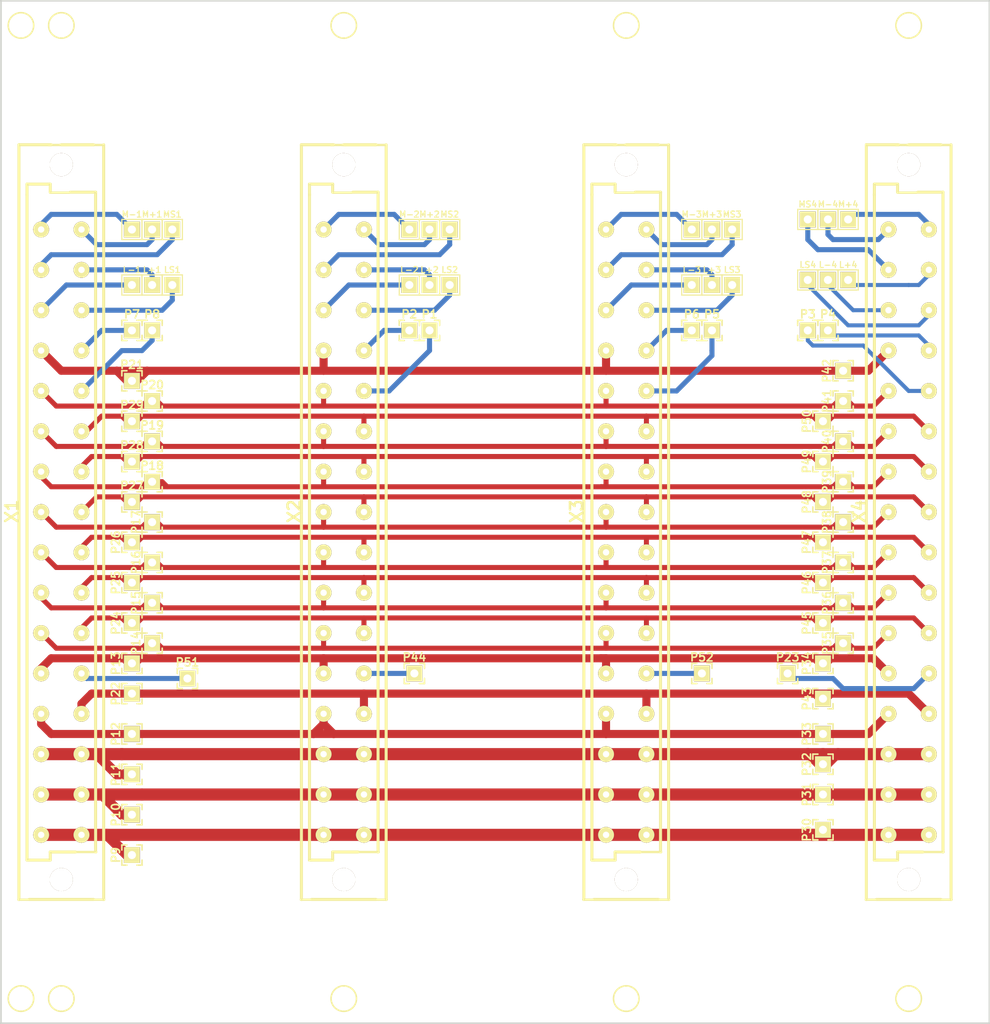
<source format=kicad_pcb>
(kicad_pcb (version 3) (host pcbnew "(2013-03-31 BZR 4008)-stable")

  (general
    (links 148)
    (no_connects 0)
    (area 85.624999 35.879999 210.285001 164.780001)
    (thickness 1.6)
    (drawings 7)
    (tracks 493)
    (zones 0)
    (modules 90)
    (nets 57)
  )

  (page A4)
  (title_block 
    (title Backplane)
    (rev 1)
    (company "Ramshackle Recording")
  )

  (layers
    (15 F.Cu signal)
    (0 B.Cu signal)
    (16 B.Adhes user)
    (17 F.Adhes user)
    (18 B.Paste user)
    (19 F.Paste user)
    (20 B.SilkS user)
    (21 F.SilkS user)
    (22 B.Mask user)
    (23 F.Mask user)
    (24 Dwgs.User user)
    (25 Cmts.User user)
    (26 Eco1.User user)
    (27 Eco2.User user)
    (28 Edge.Cuts user)
  )

  (setup
    (last_trace_width 0.635)
    (user_trace_width 0.254)
    (user_trace_width 0.508)
    (user_trace_width 0.635)
    (user_trace_width 1.016)
    (user_trace_width 1.27)
    (user_trace_width 1.524)
    (trace_clearance 0.254)
    (zone_clearance 0.508)
    (zone_45_only no)
    (trace_min 0.254)
    (segment_width 0.2)
    (edge_width 0.2)
    (via_size 0.889)
    (via_drill 0.635)
    (via_min_size 0.889)
    (via_min_drill 0.508)
    (uvia_size 0.508)
    (uvia_drill 0.127)
    (uvias_allowed no)
    (uvia_min_size 0.508)
    (uvia_min_drill 0.127)
    (pcb_text_width 0.3)
    (pcb_text_size 1.5 1.5)
    (mod_edge_width 0.15)
    (mod_text_size 1 1)
    (mod_text_width 0.15)
    (pad_size 2 2)
    (pad_drill 0.8001)
    (pad_to_mask_clearance 0)
    (aux_axis_origin 0 0)
    (visible_elements 7FFFFFBF)
    (pcbplotparams
      (layerselection 536838145)
      (usegerberextensions true)
      (excludeedgelayer true)
      (linewidth 152400)
      (plotframeref false)
      (viasonmask false)
      (mode 1)
      (useauxorigin false)
      (hpglpennumber 1)
      (hpglpenspeed 20)
      (hpglpendiameter 15)
      (hpglpenoverlay 2)
      (psnegative false)
      (psa4output false)
      (plotreference true)
      (plotvalue true)
      (plotothertext true)
      (plotinvisibletext false)
      (padsonsilk false)
      (subtractmaskfromsilk false)
      (outputformat 1)
      (mirror false)
      (drillshape 0)
      (scaleselection 1)
      (outputdirectory ""))
  )

  (net 0 "")
  (net 1 +16V)
  (net 2 +48V)
  (net 3 +5V)
  (net 4 +OUT1)
  (net 5 +OUT2)
  (net 6 +OUT3)
  (net 7 +OUT4)
  (net 8 -16V)
  (net 9 -OUT1)
  (net 10 -OUT2)
  (net 11 -OUT3)
  (net 12 -OUT4)
  (net 13 AGND)
  (net 14 AUX1)
  (net 15 AUX2)
  (net 16 AUX3)
  (net 17 AUX4)
  (net 18 B1_L)
  (net 19 B1_R)
  (net 20 B2_L)
  (net 21 B2_R)
  (net 22 B3_L)
  (net 23 B3_R)
  (net 24 B4_L)
  (net 25 B4_R)
  (net 26 FG)
  (net 27 FS1)
  (net 28 FS2)
  (net 29 FS3)
  (net 30 FS4)
  (net 31 GND)
  (net 32 GNDA)
  (net 33 L+1)
  (net 34 L+2)
  (net 35 L+3)
  (net 36 L+4)
  (net 37 L-1)
  (net 38 L-2)
  (net 39 L-3)
  (net 40 L-4)
  (net 41 N-0000011)
  (net 42 N-0000019)
  (net 43 N-000002)
  (net 44 N-0000020)
  (net 45 N-0000021)
  (net 46 N-0000022)
  (net 47 N-0000023)
  (net 48 N-000003)
  (net 49 N-0000043)
  (net 50 N-0000044)
  (net 51 N-0000046)
  (net 52 N-0000050)
  (net 53 N-0000054)
  (net 54 N-0000056)
  (net 55 N-0000057)
  (net 56 N-0000060)

  (net_class Default "This is the default net class."
    (clearance 0.254)
    (trace_width 0.254)
    (via_dia 0.889)
    (via_drill 0.635)
    (uvia_dia 0.508)
    (uvia_drill 0.127)
    (add_net "")
    (add_net +16V)
    (add_net +48V)
    (add_net +5V)
    (add_net +OUT1)
    (add_net +OUT2)
    (add_net +OUT3)
    (add_net +OUT4)
    (add_net -16V)
    (add_net -OUT1)
    (add_net -OUT2)
    (add_net -OUT3)
    (add_net -OUT4)
    (add_net AGND)
    (add_net AUX1)
    (add_net AUX2)
    (add_net AUX3)
    (add_net AUX4)
    (add_net B1_L)
    (add_net B1_R)
    (add_net B2_L)
    (add_net B2_R)
    (add_net B3_L)
    (add_net B3_R)
    (add_net B4_L)
    (add_net B4_R)
    (add_net FG)
    (add_net FS1)
    (add_net FS2)
    (add_net FS3)
    (add_net FS4)
    (add_net GND)
    (add_net GNDA)
    (add_net L+1)
    (add_net L+2)
    (add_net L+3)
    (add_net L+4)
    (add_net L-1)
    (add_net L-2)
    (add_net L-3)
    (add_net L-4)
    (add_net N-0000011)
    (add_net N-0000019)
    (add_net N-000002)
    (add_net N-0000020)
    (add_net N-0000021)
    (add_net N-0000022)
    (add_net N-0000023)
    (add_net N-000003)
    (add_net N-0000043)
    (add_net N-0000044)
    (add_net N-0000046)
    (add_net N-0000050)
    (add_net N-0000054)
    (add_net N-0000056)
    (add_net N-0000057)
    (add_net N-0000060)
  )

  (module HOLE_30_nopad   locked (layer F.Cu) (tedit 519627BC) (tstamp 53B31B67)
    (at 89.535 39.715)
    (descr "Hole 3mm")
    (tags HOLE)
    (fp_text reference HOLE (at 0 0) (layer F.SilkS)
      (effects (font (size 0.762 0.762) (thickness 0.1524)))
    )
    (fp_text value Val** (at 0 0) (layer F.SilkS) hide
      (effects (font (size 0.762 0.762) (thickness 0.1524)))
    )
    (fp_circle (center 0 0) (end 1.6002 0) (layer F.SilkS) (width 0.2032))
    (pad "" np_thru_hole circle (at 0 0) (size 3 3) (drill 3)
      (layers *.Cu *.Mask F.SilkS)
    )
  )

  (module HOLE_30_nopad   locked (layer F.Cu) (tedit 519627BC) (tstamp 53B31B62)
    (at 84.455 39.715)
    (descr "Hole 3mm")
    (tags HOLE)
    (fp_text reference HOLE (at 0 0) (layer F.SilkS)
      (effects (font (size 0.762 0.762) (thickness 0.1524)))
    )
    (fp_text value Val** (at 0 0) (layer F.SilkS) hide
      (effects (font (size 0.762 0.762) (thickness 0.1524)))
    )
    (fp_circle (center 0 0) (end 1.6002 0) (layer F.SilkS) (width 0.2032))
    (pad "" np_thru_hole circle (at 0 0) (size 3 3) (drill 3)
      (layers *.Cu *.Mask F.SilkS)
    )
  )

  (module HOLE_30_nopad   placed (layer F.Cu) (tedit 519627BC) (tstamp 53B31B5D)
    (at 125.095 162.215)
    (descr "Hole 3mm")
    (tags HOLE)
    (fp_text reference HOLE (at 0 0) (layer F.SilkS)
      (effects (font (size 0.762 0.762) (thickness 0.1524)))
    )
    (fp_text value Val** (at 0 0) (layer F.SilkS) hide
      (effects (font (size 0.762 0.762) (thickness 0.1524)))
    )
    (fp_circle (center 0 0) (end 1.6002 0) (layer F.SilkS) (width 0.2032))
    (pad "" np_thru_hole circle (at 0 0) (size 3 3) (drill 3)
      (layers *.Cu *.Mask F.SilkS)
    )
  )

  (module PIN_ARRAY_1   placed (layer F.Cu) (tedit 4E4E744E) (tstamp 53B1C6A1)
    (at 138.43 72.39)
    (descr "1 pin")
    (tags "CONN DEV")
    (path /53B1C6F3)
    (fp_text reference LS2 (at 0 -1.905) (layer F.SilkS)
      (effects (font (size 0.762 0.762) (thickness 0.1524)))
    )
    (fp_text value CONN_1 (at 0 -1.905) (layer F.SilkS) hide
      (effects (font (size 0.762 0.762) (thickness 0.1524)))
    )
    (fp_line (start 1.27 1.27) (end -1.27 1.27) (layer F.SilkS) (width 0.1524))
    (fp_line (start -1.27 -1.27) (end 1.27 -1.27) (layer F.SilkS) (width 0.1524))
    (fp_line (start -1.27 1.27) (end -1.27 -1.27) (layer F.SilkS) (width 0.1524))
    (fp_line (start 1.27 -1.27) (end 1.27 1.27) (layer F.SilkS) (width 0.1524))
    (pad 1 thru_hole rect (at 0 0) (size 2 2) (drill 1.016)
      (layers *.Cu *.Mask F.SilkS)
      (net 52 N-0000050)
    )
    (model pin_array\pin_1.wrl
      (at (xyz 0 0 0))
      (scale (xyz 1 1 1))
      (rotate (xyz 0 0 0))
    )
  )

  (module PIN_ARRAY_1   placed (layer F.Cu) (tedit 4E4E744E) (tstamp 53B1C6AA)
    (at 168.91 72.39)
    (descr "1 pin")
    (tags "CONN DEV")
    (path /53B1C827)
    (fp_text reference L-3 (at 0 -1.905) (layer F.SilkS)
      (effects (font (size 0.762 0.762) (thickness 0.1524)))
    )
    (fp_text value CONN_1 (at 0 -1.905) (layer F.SilkS) hide
      (effects (font (size 0.762 0.762) (thickness 0.1524)))
    )
    (fp_line (start 1.27 1.27) (end -1.27 1.27) (layer F.SilkS) (width 0.1524))
    (fp_line (start -1.27 -1.27) (end 1.27 -1.27) (layer F.SilkS) (width 0.1524))
    (fp_line (start -1.27 1.27) (end -1.27 -1.27) (layer F.SilkS) (width 0.1524))
    (fp_line (start 1.27 -1.27) (end 1.27 1.27) (layer F.SilkS) (width 0.1524))
    (pad 1 thru_hole rect (at 0 0) (size 2 2) (drill 1.016)
      (layers *.Cu *.Mask F.SilkS)
      (net 39 L-3)
    )
    (model pin_array\pin_1.wrl
      (at (xyz 0 0 0))
      (scale (xyz 1 1 1))
      (rotate (xyz 0 0 0))
    )
  )

  (module PIN_ARRAY_1   placed (layer F.Cu) (tedit 4E4E744E) (tstamp 53B1C6B3)
    (at 171.45 72.39)
    (descr "1 pin")
    (tags "CONN DEV")
    (path /53B1C821)
    (fp_text reference L+3 (at 0 -1.905) (layer F.SilkS)
      (effects (font (size 0.762 0.762) (thickness 0.1524)))
    )
    (fp_text value CONN_1 (at 0 -1.905) (layer F.SilkS) hide
      (effects (font (size 0.762 0.762) (thickness 0.1524)))
    )
    (fp_line (start 1.27 1.27) (end -1.27 1.27) (layer F.SilkS) (width 0.1524))
    (fp_line (start -1.27 -1.27) (end 1.27 -1.27) (layer F.SilkS) (width 0.1524))
    (fp_line (start -1.27 1.27) (end -1.27 -1.27) (layer F.SilkS) (width 0.1524))
    (fp_line (start 1.27 -1.27) (end 1.27 1.27) (layer F.SilkS) (width 0.1524))
    (pad 1 thru_hole rect (at 0 0) (size 2 2) (drill 1.016)
      (layers *.Cu *.Mask F.SilkS)
      (net 35 L+3)
    )
    (model pin_array\pin_1.wrl
      (at (xyz 0 0 0))
      (scale (xyz 1 1 1))
      (rotate (xyz 0 0 0))
    )
  )

  (module PIN_ARRAY_1   placed (layer F.Cu) (tedit 4E4E744E) (tstamp 53B1C6BC)
    (at 168.91 65.405)
    (descr "1 pin")
    (tags "CONN DEV")
    (path /53B1C81B)
    (fp_text reference M-3 (at 0 -1.905) (layer F.SilkS)
      (effects (font (size 0.762 0.762) (thickness 0.1524)))
    )
    (fp_text value CONN_1 (at 0 -1.905) (layer F.SilkS) hide
      (effects (font (size 0.762 0.762) (thickness 0.1524)))
    )
    (fp_line (start 1.27 1.27) (end -1.27 1.27) (layer F.SilkS) (width 0.1524))
    (fp_line (start -1.27 -1.27) (end 1.27 -1.27) (layer F.SilkS) (width 0.1524))
    (fp_line (start -1.27 1.27) (end -1.27 -1.27) (layer F.SilkS) (width 0.1524))
    (fp_line (start 1.27 -1.27) (end 1.27 1.27) (layer F.SilkS) (width 0.1524))
    (pad 1 thru_hole rect (at 0 0) (size 2 2) (drill 1.016)
      (layers *.Cu *.Mask F.SilkS)
      (net 43 N-000002)
    )
    (model pin_array\pin_1.wrl
      (at (xyz 0 0 0))
      (scale (xyz 1 1 1))
      (rotate (xyz 0 0 0))
    )
  )

  (module PIN_ARRAY_1   placed (layer F.Cu) (tedit 4E4E744E) (tstamp 53B1C6C5)
    (at 171.45 65.405)
    (descr "1 pin")
    (tags "CONN DEV")
    (path /53B1C815)
    (fp_text reference M+3 (at 0 -1.905) (layer F.SilkS)
      (effects (font (size 0.762 0.762) (thickness 0.1524)))
    )
    (fp_text value CONN_1 (at 0 -1.905) (layer F.SilkS) hide
      (effects (font (size 0.762 0.762) (thickness 0.1524)))
    )
    (fp_line (start 1.27 1.27) (end -1.27 1.27) (layer F.SilkS) (width 0.1524))
    (fp_line (start -1.27 -1.27) (end 1.27 -1.27) (layer F.SilkS) (width 0.1524))
    (fp_line (start -1.27 1.27) (end -1.27 -1.27) (layer F.SilkS) (width 0.1524))
    (fp_line (start 1.27 -1.27) (end 1.27 1.27) (layer F.SilkS) (width 0.1524))
    (pad 1 thru_hole rect (at 0 0) (size 2 2) (drill 1.016)
      (layers *.Cu *.Mask F.SilkS)
      (net 48 N-000003)
    )
    (model pin_array\pin_1.wrl
      (at (xyz 0 0 0))
      (scale (xyz 1 1 1))
      (rotate (xyz 0 0 0))
    )
  )

  (module PIN_ARRAY_1   placed (layer F.Cu) (tedit 4E4E744E) (tstamp 53B1C6CE)
    (at 183.515 71.755)
    (descr "1 pin")
    (tags "CONN DEV")
    (path /53B1C7D8)
    (fp_text reference LS4 (at 0 -1.905) (layer F.SilkS)
      (effects (font (size 0.762 0.762) (thickness 0.1524)))
    )
    (fp_text value CONN_1 (at 0 -1.905) (layer F.SilkS) hide
      (effects (font (size 0.762 0.762) (thickness 0.1524)))
    )
    (fp_line (start 1.27 1.27) (end -1.27 1.27) (layer F.SilkS) (width 0.1524))
    (fp_line (start -1.27 -1.27) (end 1.27 -1.27) (layer F.SilkS) (width 0.1524))
    (fp_line (start -1.27 1.27) (end -1.27 -1.27) (layer F.SilkS) (width 0.1524))
    (fp_line (start 1.27 -1.27) (end 1.27 1.27) (layer F.SilkS) (width 0.1524))
    (pad 1 thru_hole rect (at 0 0) (size 2 2) (drill 1.016)
      (layers *.Cu *.Mask F.SilkS)
      (net 47 N-0000023)
    )
    (model pin_array\pin_1.wrl
      (at (xyz 0 0 0))
      (scale (xyz 1 1 1))
      (rotate (xyz 0 0 0))
    )
  )

  (module PIN_ARRAY_1   placed (layer F.Cu) (tedit 4E4E744E) (tstamp 53B1C6D7)
    (at 135.89 65.405)
    (descr "1 pin")
    (tags "CONN DEV")
    (path /53B1C6ED)
    (fp_text reference M+2 (at 0 -1.905) (layer F.SilkS)
      (effects (font (size 0.762 0.762) (thickness 0.1524)))
    )
    (fp_text value CONN_1 (at 0 -1.905) (layer F.SilkS) hide
      (effects (font (size 0.762 0.762) (thickness 0.1524)))
    )
    (fp_line (start 1.27 1.27) (end -1.27 1.27) (layer F.SilkS) (width 0.1524))
    (fp_line (start -1.27 -1.27) (end 1.27 -1.27) (layer F.SilkS) (width 0.1524))
    (fp_line (start -1.27 1.27) (end -1.27 -1.27) (layer F.SilkS) (width 0.1524))
    (fp_line (start 1.27 -1.27) (end 1.27 1.27) (layer F.SilkS) (width 0.1524))
    (pad 1 thru_hole rect (at 0 0) (size 2 2) (drill 1.016)
      (layers *.Cu *.Mask F.SilkS)
      (net 51 N-0000046)
    )
    (model pin_array\pin_1.wrl
      (at (xyz 0 0 0))
      (scale (xyz 1 1 1))
      (rotate (xyz 0 0 0))
    )
  )

  (module PIN_ARRAY_1   placed (layer F.Cu) (tedit 4E4E744E) (tstamp 53B1C6E0)
    (at 133.35 65.405)
    (descr "1 pin")
    (tags "CONN DEV")
    (path /53B1C6EE)
    (fp_text reference M-2 (at 0 -1.905) (layer F.SilkS)
      (effects (font (size 0.762 0.762) (thickness 0.1524)))
    )
    (fp_text value CONN_1 (at 0 -1.905) (layer F.SilkS) hide
      (effects (font (size 0.762 0.762) (thickness 0.1524)))
    )
    (fp_line (start 1.27 1.27) (end -1.27 1.27) (layer F.SilkS) (width 0.1524))
    (fp_line (start -1.27 -1.27) (end 1.27 -1.27) (layer F.SilkS) (width 0.1524))
    (fp_line (start -1.27 1.27) (end -1.27 -1.27) (layer F.SilkS) (width 0.1524))
    (fp_line (start 1.27 -1.27) (end 1.27 1.27) (layer F.SilkS) (width 0.1524))
    (pad 1 thru_hole rect (at 0 0) (size 2 2) (drill 1.016)
      (layers *.Cu *.Mask F.SilkS)
      (net 50 N-0000044)
    )
    (model pin_array\pin_1.wrl
      (at (xyz 0 0 0))
      (scale (xyz 1 1 1))
      (rotate (xyz 0 0 0))
    )
  )

  (module PIN_ARRAY_1   placed (layer F.Cu) (tedit 4E4E744E) (tstamp 53B1C6E9)
    (at 135.89 72.39)
    (descr "1 pin")
    (tags "CONN DEV")
    (path /53B1C6EF)
    (fp_text reference L+2 (at 0 -1.905) (layer F.SilkS)
      (effects (font (size 0.762 0.762) (thickness 0.1524)))
    )
    (fp_text value CONN_1 (at 0 -1.905) (layer F.SilkS) hide
      (effects (font (size 0.762 0.762) (thickness 0.1524)))
    )
    (fp_line (start 1.27 1.27) (end -1.27 1.27) (layer F.SilkS) (width 0.1524))
    (fp_line (start -1.27 -1.27) (end 1.27 -1.27) (layer F.SilkS) (width 0.1524))
    (fp_line (start -1.27 1.27) (end -1.27 -1.27) (layer F.SilkS) (width 0.1524))
    (fp_line (start 1.27 -1.27) (end 1.27 1.27) (layer F.SilkS) (width 0.1524))
    (pad 1 thru_hole rect (at 0 0) (size 2 2) (drill 1.016)
      (layers *.Cu *.Mask F.SilkS)
      (net 34 L+2)
    )
    (model pin_array\pin_1.wrl
      (at (xyz 0 0 0))
      (scale (xyz 1 1 1))
      (rotate (xyz 0 0 0))
    )
  )

  (module PIN_ARRAY_1   placed (layer F.Cu) (tedit 4E4E744E) (tstamp 53B1C6F2)
    (at 133.35 72.39)
    (descr "1 pin")
    (tags "CONN DEV")
    (path /53B1C6F0)
    (fp_text reference L-2 (at 0 -1.905) (layer F.SilkS)
      (effects (font (size 0.762 0.762) (thickness 0.1524)))
    )
    (fp_text value CONN_1 (at 0 -1.905) (layer F.SilkS) hide
      (effects (font (size 0.762 0.762) (thickness 0.1524)))
    )
    (fp_line (start 1.27 1.27) (end -1.27 1.27) (layer F.SilkS) (width 0.1524))
    (fp_line (start -1.27 -1.27) (end 1.27 -1.27) (layer F.SilkS) (width 0.1524))
    (fp_line (start -1.27 1.27) (end -1.27 -1.27) (layer F.SilkS) (width 0.1524))
    (fp_line (start 1.27 -1.27) (end 1.27 1.27) (layer F.SilkS) (width 0.1524))
    (pad 1 thru_hole rect (at 0 0) (size 2 2) (drill 1.016)
      (layers *.Cu *.Mask F.SilkS)
      (net 38 L-2)
    )
    (model pin_array\pin_1.wrl
      (at (xyz 0 0 0))
      (scale (xyz 1 1 1))
      (rotate (xyz 0 0 0))
    )
  )

  (module PIN_ARRAY_1   placed (layer F.Cu) (tedit 4E4E744E) (tstamp 53B1C6FB)
    (at 183.515 64.135)
    (descr "1 pin")
    (tags "CONN DEV")
    (path /53B1C7D2)
    (fp_text reference MS4 (at 0 -1.905) (layer F.SilkS)
      (effects (font (size 0.762 0.762) (thickness 0.1524)))
    )
    (fp_text value CONN_1 (at 0 -1.905) (layer F.SilkS) hide
      (effects (font (size 0.762 0.762) (thickness 0.1524)))
    )
    (fp_line (start 1.27 1.27) (end -1.27 1.27) (layer F.SilkS) (width 0.1524))
    (fp_line (start -1.27 -1.27) (end 1.27 -1.27) (layer F.SilkS) (width 0.1524))
    (fp_line (start -1.27 1.27) (end -1.27 -1.27) (layer F.SilkS) (width 0.1524))
    (fp_line (start 1.27 -1.27) (end 1.27 1.27) (layer F.SilkS) (width 0.1524))
    (pad 1 thru_hole rect (at 0 0) (size 2 2) (drill 1.016)
      (layers *.Cu *.Mask F.SilkS)
      (net 45 N-0000021)
    )
    (model pin_array\pin_1.wrl
      (at (xyz 0 0 0))
      (scale (xyz 1 1 1))
      (rotate (xyz 0 0 0))
    )
  )

  (module PIN_ARRAY_1   placed (layer F.Cu) (tedit 4E4E744E) (tstamp 53B1C704)
    (at 138.43 65.405)
    (descr "1 pin")
    (tags "CONN DEV")
    (path /53B1C6F2)
    (fp_text reference MS2 (at 0 -1.905) (layer F.SilkS)
      (effects (font (size 0.762 0.762) (thickness 0.1524)))
    )
    (fp_text value CONN_1 (at 0 -1.905) (layer F.SilkS) hide
      (effects (font (size 0.762 0.762) (thickness 0.1524)))
    )
    (fp_line (start 1.27 1.27) (end -1.27 1.27) (layer F.SilkS) (width 0.1524))
    (fp_line (start -1.27 -1.27) (end 1.27 -1.27) (layer F.SilkS) (width 0.1524))
    (fp_line (start -1.27 1.27) (end -1.27 -1.27) (layer F.SilkS) (width 0.1524))
    (fp_line (start 1.27 -1.27) (end 1.27 1.27) (layer F.SilkS) (width 0.1524))
    (pad 1 thru_hole rect (at 0 0) (size 2 2) (drill 1.016)
      (layers *.Cu *.Mask F.SilkS)
      (net 49 N-0000043)
    )
    (model pin_array\pin_1.wrl
      (at (xyz 0 0 0))
      (scale (xyz 1 1 1))
      (rotate (xyz 0 0 0))
    )
  )

  (module PIN_ARRAY_1   placed (layer F.Cu) (tedit 4E4E744E) (tstamp 53B1C70D)
    (at 173.99 65.405)
    (descr "1 pin")
    (tags "CONN DEV")
    (path /53B1C847)
    (fp_text reference MS3 (at 0 -1.905) (layer F.SilkS)
      (effects (font (size 0.762 0.762) (thickness 0.1524)))
    )
    (fp_text value CONN_1 (at 0 -1.905) (layer F.SilkS) hide
      (effects (font (size 0.762 0.762) (thickness 0.1524)))
    )
    (fp_line (start 1.27 1.27) (end -1.27 1.27) (layer F.SilkS) (width 0.1524))
    (fp_line (start -1.27 -1.27) (end 1.27 -1.27) (layer F.SilkS) (width 0.1524))
    (fp_line (start -1.27 1.27) (end -1.27 -1.27) (layer F.SilkS) (width 0.1524))
    (fp_line (start 1.27 -1.27) (end 1.27 1.27) (layer F.SilkS) (width 0.1524))
    (pad 1 thru_hole rect (at 0 0) (size 2 2) (drill 1.016)
      (layers *.Cu *.Mask F.SilkS)
      (net 42 N-0000019)
    )
    (model pin_array\pin_1.wrl
      (at (xyz 0 0 0))
      (scale (xyz 1 1 1))
      (rotate (xyz 0 0 0))
    )
  )

  (module PIN_ARRAY_1   placed (layer F.Cu) (tedit 4E4E744E) (tstamp 53B1C716)
    (at 100.965 65.405)
    (descr "1 pin")
    (tags "CONN DEV")
    (path /53B1C72B)
    (fp_text reference M+1 (at 0 -1.905) (layer F.SilkS)
      (effects (font (size 0.762 0.762) (thickness 0.1524)))
    )
    (fp_text value CONN_1 (at 0 -1.905) (layer F.SilkS) hide
      (effects (font (size 0.762 0.762) (thickness 0.1524)))
    )
    (fp_line (start 1.27 1.27) (end -1.27 1.27) (layer F.SilkS) (width 0.1524))
    (fp_line (start -1.27 -1.27) (end 1.27 -1.27) (layer F.SilkS) (width 0.1524))
    (fp_line (start -1.27 1.27) (end -1.27 -1.27) (layer F.SilkS) (width 0.1524))
    (fp_line (start 1.27 -1.27) (end 1.27 1.27) (layer F.SilkS) (width 0.1524))
    (pad 1 thru_hole rect (at 0 0) (size 2 2) (drill 1.016)
      (layers *.Cu *.Mask F.SilkS)
      (net 55 N-0000057)
    )
    (model pin_array\pin_1.wrl
      (at (xyz 0 0 0))
      (scale (xyz 1 1 1))
      (rotate (xyz 0 0 0))
    )
  )

  (module PIN_ARRAY_1   placed (layer F.Cu) (tedit 4E4E744E) (tstamp 53B1C71F)
    (at 98.425 65.405)
    (descr "1 pin")
    (tags "CONN DEV")
    (path /53B1C731)
    (fp_text reference M-1 (at 0 -1.905) (layer F.SilkS)
      (effects (font (size 0.762 0.762) (thickness 0.1524)))
    )
    (fp_text value CONN_1 (at 0 -1.905) (layer F.SilkS) hide
      (effects (font (size 0.762 0.762) (thickness 0.1524)))
    )
    (fp_line (start 1.27 1.27) (end -1.27 1.27) (layer F.SilkS) (width 0.1524))
    (fp_line (start -1.27 -1.27) (end 1.27 -1.27) (layer F.SilkS) (width 0.1524))
    (fp_line (start -1.27 1.27) (end -1.27 -1.27) (layer F.SilkS) (width 0.1524))
    (fp_line (start 1.27 -1.27) (end 1.27 1.27) (layer F.SilkS) (width 0.1524))
    (pad 1 thru_hole rect (at 0 0) (size 2 2) (drill 1.016)
      (layers *.Cu *.Mask F.SilkS)
      (net 56 N-0000060)
    )
    (model pin_array\pin_1.wrl
      (at (xyz 0 0 0))
      (scale (xyz 1 1 1))
      (rotate (xyz 0 0 0))
    )
  )

  (module PIN_ARRAY_1   placed (layer F.Cu) (tedit 4E4E744E) (tstamp 53B1C728)
    (at 100.965 72.39)
    (descr "1 pin")
    (tags "CONN DEV")
    (path /53B1C737)
    (fp_text reference L+1 (at 0 -1.905) (layer F.SilkS)
      (effects (font (size 0.762 0.762) (thickness 0.1524)))
    )
    (fp_text value CONN_1 (at 0 -1.905) (layer F.SilkS) hide
      (effects (font (size 0.762 0.762) (thickness 0.1524)))
    )
    (fp_line (start 1.27 1.27) (end -1.27 1.27) (layer F.SilkS) (width 0.1524))
    (fp_line (start -1.27 -1.27) (end 1.27 -1.27) (layer F.SilkS) (width 0.1524))
    (fp_line (start -1.27 1.27) (end -1.27 -1.27) (layer F.SilkS) (width 0.1524))
    (fp_line (start 1.27 -1.27) (end 1.27 1.27) (layer F.SilkS) (width 0.1524))
    (pad 1 thru_hole rect (at 0 0) (size 2 2) (drill 1.016)
      (layers *.Cu *.Mask F.SilkS)
      (net 33 L+1)
    )
    (model pin_array\pin_1.wrl
      (at (xyz 0 0 0))
      (scale (xyz 1 1 1))
      (rotate (xyz 0 0 0))
    )
  )

  (module PIN_ARRAY_1   placed (layer F.Cu) (tedit 4E4E744E) (tstamp 53B1C731)
    (at 98.425 72.39)
    (descr "1 pin")
    (tags "CONN DEV")
    (path /53B1C73D)
    (fp_text reference L-1 (at 0 -1.905) (layer F.SilkS)
      (effects (font (size 0.762 0.762) (thickness 0.1524)))
    )
    (fp_text value CONN_1 (at 0 -1.905) (layer F.SilkS) hide
      (effects (font (size 0.762 0.762) (thickness 0.1524)))
    )
    (fp_line (start 1.27 1.27) (end -1.27 1.27) (layer F.SilkS) (width 0.1524))
    (fp_line (start -1.27 -1.27) (end 1.27 -1.27) (layer F.SilkS) (width 0.1524))
    (fp_line (start -1.27 1.27) (end -1.27 -1.27) (layer F.SilkS) (width 0.1524))
    (fp_line (start 1.27 -1.27) (end 1.27 1.27) (layer F.SilkS) (width 0.1524))
    (pad 1 thru_hole rect (at 0 0) (size 2 2) (drill 1.016)
      (layers *.Cu *.Mask F.SilkS)
      (net 37 L-1)
    )
    (model pin_array\pin_1.wrl
      (at (xyz 0 0 0))
      (scale (xyz 1 1 1))
      (rotate (xyz 0 0 0))
    )
  )

  (module PIN_ARRAY_1   placed (layer F.Cu) (tedit 53DE3668) (tstamp 53B1C73A)
    (at 186.055 71.755)
    (descr "1 pin")
    (tags "CONN DEV")
    (path /53B1C7B2)
    (fp_text reference L-4 (at 0 -1.905) (layer F.SilkS)
      (effects (font (size 0.762 0.762) (thickness 0.1524)))
    )
    (fp_text value CONN_1 (at 0 -1.905) (layer F.SilkS) hide
      (effects (font (size 0.762 0.762) (thickness 0.1524)))
    )
    (fp_line (start 1.27 1.27) (end -1.27 1.27) (layer F.SilkS) (width 0.1524))
    (fp_line (start -1.27 -1.27) (end 1.27 -1.27) (layer F.SilkS) (width 0.1524))
    (fp_line (start -1.27 1.27) (end -1.27 -1.27) (layer F.SilkS) (width 0.1524))
    (fp_line (start 1.27 -1.27) (end 1.27 1.27) (layer F.SilkS) (width 0.1524))
    (pad 1 thru_hole rect (at 0 0) (size 2 2) (drill 1.016)
      (layers *.Cu *.Mask F.SilkS)
      (net 40 L-4)
    )
    (model pin_array\pin_1.wrl
      (at (xyz 0 0 0))
      (scale (xyz 1 1 1))
      (rotate (xyz 0 0 0))
    )
  )

  (module PIN_ARRAY_1   placed (layer F.Cu) (tedit 4E4E744E) (tstamp 53B1C743)
    (at 103.505 65.405)
    (descr "1 pin")
    (tags "CONN DEV")
    (path /53B1C75D)
    (fp_text reference MS1 (at 0 -1.905) (layer F.SilkS)
      (effects (font (size 0.762 0.762) (thickness 0.1524)))
    )
    (fp_text value CONN_1 (at 0 -1.905) (layer F.SilkS) hide
      (effects (font (size 0.762 0.762) (thickness 0.1524)))
    )
    (fp_line (start 1.27 1.27) (end -1.27 1.27) (layer F.SilkS) (width 0.1524))
    (fp_line (start -1.27 -1.27) (end 1.27 -1.27) (layer F.SilkS) (width 0.1524))
    (fp_line (start -1.27 1.27) (end -1.27 -1.27) (layer F.SilkS) (width 0.1524))
    (fp_line (start 1.27 -1.27) (end 1.27 1.27) (layer F.SilkS) (width 0.1524))
    (pad 1 thru_hole rect (at 0 0) (size 2 2) (drill 1.016)
      (layers *.Cu *.Mask F.SilkS)
      (net 53 N-0000054)
    )
    (model pin_array\pin_1.wrl
      (at (xyz 0 0 0))
      (scale (xyz 1 1 1))
      (rotate (xyz 0 0 0))
    )
  )

  (module PIN_ARRAY_1   placed (layer F.Cu) (tedit 4E4E744E) (tstamp 53B1C74C)
    (at 103.505 72.39)
    (descr "1 pin")
    (tags "CONN DEV")
    (path /53B1C763)
    (fp_text reference LS1 (at 0 -1.905) (layer F.SilkS)
      (effects (font (size 0.762 0.762) (thickness 0.1524)))
    )
    (fp_text value CONN_1 (at 0 -1.905) (layer F.SilkS) hide
      (effects (font (size 0.762 0.762) (thickness 0.1524)))
    )
    (fp_line (start 1.27 1.27) (end -1.27 1.27) (layer F.SilkS) (width 0.1524))
    (fp_line (start -1.27 -1.27) (end 1.27 -1.27) (layer F.SilkS) (width 0.1524))
    (fp_line (start -1.27 1.27) (end -1.27 -1.27) (layer F.SilkS) (width 0.1524))
    (fp_line (start 1.27 -1.27) (end 1.27 1.27) (layer F.SilkS) (width 0.1524))
    (pad 1 thru_hole rect (at 0 0) (size 2 2) (drill 1.016)
      (layers *.Cu *.Mask F.SilkS)
      (net 54 N-0000056)
    )
    (model pin_array\pin_1.wrl
      (at (xyz 0 0 0))
      (scale (xyz 1 1 1))
      (rotate (xyz 0 0 0))
    )
  )

  (module PIN_ARRAY_1   placed (layer F.Cu) (tedit 4E4E744E) (tstamp 53B1C755)
    (at 188.595 64.135)
    (descr "1 pin")
    (tags "CONN DEV")
    (path /53B1C7A0)
    (fp_text reference M+4 (at 0 -1.905) (layer F.SilkS)
      (effects (font (size 0.762 0.762) (thickness 0.1524)))
    )
    (fp_text value CONN_1 (at 0 -1.905) (layer F.SilkS) hide
      (effects (font (size 0.762 0.762) (thickness 0.1524)))
    )
    (fp_line (start 1.27 1.27) (end -1.27 1.27) (layer F.SilkS) (width 0.1524))
    (fp_line (start -1.27 -1.27) (end 1.27 -1.27) (layer F.SilkS) (width 0.1524))
    (fp_line (start -1.27 1.27) (end -1.27 -1.27) (layer F.SilkS) (width 0.1524))
    (fp_line (start 1.27 -1.27) (end 1.27 1.27) (layer F.SilkS) (width 0.1524))
    (pad 1 thru_hole rect (at 0 0) (size 2 2) (drill 1.016)
      (layers *.Cu *.Mask F.SilkS)
      (net 44 N-0000020)
    )
    (model pin_array\pin_1.wrl
      (at (xyz 0 0 0))
      (scale (xyz 1 1 1))
      (rotate (xyz 0 0 0))
    )
  )

  (module PIN_ARRAY_1   placed (layer F.Cu) (tedit 4E4E744E) (tstamp 53B1C75E)
    (at 186.055 64.135)
    (descr "1 pin")
    (tags "CONN DEV")
    (path /53B1C7A6)
    (fp_text reference M-4 (at 0 -1.905) (layer F.SilkS)
      (effects (font (size 0.762 0.762) (thickness 0.1524)))
    )
    (fp_text value CONN_1 (at 0 -1.905) (layer F.SilkS) hide
      (effects (font (size 0.762 0.762) (thickness 0.1524)))
    )
    (fp_line (start 1.27 1.27) (end -1.27 1.27) (layer F.SilkS) (width 0.1524))
    (fp_line (start -1.27 -1.27) (end 1.27 -1.27) (layer F.SilkS) (width 0.1524))
    (fp_line (start -1.27 1.27) (end -1.27 -1.27) (layer F.SilkS) (width 0.1524))
    (fp_line (start 1.27 -1.27) (end 1.27 1.27) (layer F.SilkS) (width 0.1524))
    (pad 1 thru_hole rect (at 0 0) (size 2 2) (drill 1.016)
      (layers *.Cu *.Mask F.SilkS)
      (net 46 N-0000022)
    )
    (model pin_array\pin_1.wrl
      (at (xyz 0 0 0))
      (scale (xyz 1 1 1))
      (rotate (xyz 0 0 0))
    )
  )

  (module PIN_ARRAY_1   placed (layer F.Cu) (tedit 4E4E744E) (tstamp 53B1C767)
    (at 188.595 71.755)
    (descr "1 pin")
    (tags "CONN DEV")
    (path /53B1C7AC)
    (fp_text reference L+4 (at 0 -1.905) (layer F.SilkS)
      (effects (font (size 0.762 0.762) (thickness 0.1524)))
    )
    (fp_text value CONN_1 (at 0 -1.905) (layer F.SilkS) hide
      (effects (font (size 0.762 0.762) (thickness 0.1524)))
    )
    (fp_line (start 1.27 1.27) (end -1.27 1.27) (layer F.SilkS) (width 0.1524))
    (fp_line (start -1.27 -1.27) (end 1.27 -1.27) (layer F.SilkS) (width 0.1524))
    (fp_line (start -1.27 1.27) (end -1.27 -1.27) (layer F.SilkS) (width 0.1524))
    (fp_line (start 1.27 -1.27) (end 1.27 1.27) (layer F.SilkS) (width 0.1524))
    (pad 1 thru_hole rect (at 0 0) (size 2 2) (drill 1.016)
      (layers *.Cu *.Mask F.SilkS)
      (net 36 L+4)
    )
    (model pin_array\pin_1.wrl
      (at (xyz 0 0 0))
      (scale (xyz 1 1 1))
      (rotate (xyz 0 0 0))
    )
  )

  (module PIN_ARRAY_1   placed (layer F.Cu) (tedit 4E4E744E) (tstamp 53B1C770)
    (at 173.99 72.39)
    (descr "1 pin")
    (tags "CONN DEV")
    (path /53B1C84D)
    (fp_text reference LS3 (at 0 -1.905) (layer F.SilkS)
      (effects (font (size 0.762 0.762) (thickness 0.1524)))
    )
    (fp_text value CONN_1 (at 0 -1.905) (layer F.SilkS) hide
      (effects (font (size 0.762 0.762) (thickness 0.1524)))
    )
    (fp_line (start 1.27 1.27) (end -1.27 1.27) (layer F.SilkS) (width 0.1524))
    (fp_line (start -1.27 -1.27) (end 1.27 -1.27) (layer F.SilkS) (width 0.1524))
    (fp_line (start -1.27 1.27) (end -1.27 -1.27) (layer F.SilkS) (width 0.1524))
    (fp_line (start 1.27 -1.27) (end 1.27 1.27) (layer F.SilkS) (width 0.1524))
    (pad 1 thru_hole rect (at 0 0) (size 2 2) (drill 1.016)
      (layers *.Cu *.Mask F.SilkS)
      (net 41 N-0000011)
    )
    (model pin_array\pin_1.wrl
      (at (xyz 0 0 0))
      (scale (xyz 1 1 1))
      (rotate (xyz 0 0 0))
    )
  )

  (module PAD_1   placed (layer F.Cu) (tedit 486B5BE3) (tstamp 53B1C77D)
    (at 185.42 128.905 90)
    (descr "Connecteur 1 pad")
    (tags "CONN DEV")
    (path /53B1C9E9)
    (fp_text reference P33 (at 0 -2.032 90) (layer F.SilkS)
      (effects (font (size 1.016 1.016) (thickness 0.2032)))
    )
    (fp_text value CONN_1 (at 0 -2.032 90) (layer F.SilkS) hide
      (effects (font (size 1.016 1.016) (thickness 0.2032)))
    )
    (fp_line (start 0.635 1.27) (end 1.27 1.27) (layer F.SilkS) (width 0.2032))
    (fp_line (start 1.27 1.27) (end 1.27 0.635) (layer F.SilkS) (width 0.2032))
    (fp_line (start -1.27 0.635) (end -1.27 1.27) (layer F.SilkS) (width 0.2032))
    (fp_line (start -1.27 1.27) (end -0.635 1.27) (layer F.SilkS) (width 0.2032))
    (fp_line (start -0.635 -1.27) (end -1.27 -1.27) (layer F.SilkS) (width 0.2032))
    (fp_line (start -1.27 -1.27) (end -1.27 -0.635) (layer F.SilkS) (width 0.2032))
    (fp_line (start 0.635 -1.27) (end 1.27 -1.27) (layer F.SilkS) (width 0.2032))
    (fp_line (start 1.27 -1.27) (end 1.27 -0.635) (layer F.SilkS) (width 0.2032))
    (pad 1 thru_hole rect (at 0 0 90) (size 2 2) (drill 1.016)
      (layers *.Cu *.Mask F.SilkS)
      (net 2 +48V)
    )
  )

  (module PAD_1   placed (layer F.Cu) (tedit 486B5BE3) (tstamp 53DE40F7)
    (at 100.965 117.475 90)
    (descr "Connecteur 1 pad")
    (tags "CONN DEV")
    (path /53B1C665)
    (fp_text reference P14 (at 0 -2.032 90) (layer F.SilkS)
      (effects (font (size 1.016 1.016) (thickness 0.2032)))
    )
    (fp_text value CONN_1 (at 0 -2.032 90) (layer F.SilkS) hide
      (effects (font (size 1.016 1.016) (thickness 0.2032)))
    )
    (fp_line (start 0.635 1.27) (end 1.27 1.27) (layer F.SilkS) (width 0.2032))
    (fp_line (start 1.27 1.27) (end 1.27 0.635) (layer F.SilkS) (width 0.2032))
    (fp_line (start -1.27 0.635) (end -1.27 1.27) (layer F.SilkS) (width 0.2032))
    (fp_line (start -1.27 1.27) (end -0.635 1.27) (layer F.SilkS) (width 0.2032))
    (fp_line (start -0.635 -1.27) (end -1.27 -1.27) (layer F.SilkS) (width 0.2032))
    (fp_line (start -1.27 -1.27) (end -1.27 -0.635) (layer F.SilkS) (width 0.2032))
    (fp_line (start 0.635 -1.27) (end 1.27 -1.27) (layer F.SilkS) (width 0.2032))
    (fp_line (start 1.27 -1.27) (end 1.27 -0.635) (layer F.SilkS) (width 0.2032))
    (pad 1 thru_hole rect (at 0 0 90) (size 2 2) (drill 1.016)
      (layers *.Cu *.Mask F.SilkS)
      (net 26 FG)
    )
  )

  (module PAD_1   placed (layer F.Cu) (tedit 486B5BE3) (tstamp 53B1C797)
    (at 185.42 89.535 90)
    (descr "Connecteur 1 pad")
    (tags "CONN DEV")
    (path /53B1CA25)
    (fp_text reference P50 (at 0 -2.032 90) (layer F.SilkS)
      (effects (font (size 1.016 1.016) (thickness 0.2032)))
    )
    (fp_text value CONN_1 (at 0 -2.032 90) (layer F.SilkS) hide
      (effects (font (size 1.016 1.016) (thickness 0.2032)))
    )
    (fp_line (start 0.635 1.27) (end 1.27 1.27) (layer F.SilkS) (width 0.2032))
    (fp_line (start 1.27 1.27) (end 1.27 0.635) (layer F.SilkS) (width 0.2032))
    (fp_line (start -1.27 0.635) (end -1.27 1.27) (layer F.SilkS) (width 0.2032))
    (fp_line (start -1.27 1.27) (end -0.635 1.27) (layer F.SilkS) (width 0.2032))
    (fp_line (start -0.635 -1.27) (end -1.27 -1.27) (layer F.SilkS) (width 0.2032))
    (fp_line (start -1.27 -1.27) (end -1.27 -0.635) (layer F.SilkS) (width 0.2032))
    (fp_line (start 0.635 -1.27) (end 1.27 -1.27) (layer F.SilkS) (width 0.2032))
    (fp_line (start 1.27 -1.27) (end 1.27 -0.635) (layer F.SilkS) (width 0.2032))
    (pad 1 thru_hole rect (at 0 0 90) (size 2 2) (drill 1.016)
      (layers *.Cu *.Mask F.SilkS)
      (net 17 AUX4)
    )
  )

  (module PAD_1   placed (layer F.Cu) (tedit 486B5BE3) (tstamp 53B1C7A4)
    (at 185.42 94.615 90)
    (descr "Connecteur 1 pad")
    (tags "CONN DEV")
    (path /53B1CA1F)
    (fp_text reference P49 (at 0 -2.032 90) (layer F.SilkS)
      (effects (font (size 1.016 1.016) (thickness 0.2032)))
    )
    (fp_text value CONN_1 (at 0 -2.032 90) (layer F.SilkS) hide
      (effects (font (size 1.016 1.016) (thickness 0.2032)))
    )
    (fp_line (start 0.635 1.27) (end 1.27 1.27) (layer F.SilkS) (width 0.2032))
    (fp_line (start 1.27 1.27) (end 1.27 0.635) (layer F.SilkS) (width 0.2032))
    (fp_line (start -1.27 0.635) (end -1.27 1.27) (layer F.SilkS) (width 0.2032))
    (fp_line (start -1.27 1.27) (end -0.635 1.27) (layer F.SilkS) (width 0.2032))
    (fp_line (start -0.635 -1.27) (end -1.27 -1.27) (layer F.SilkS) (width 0.2032))
    (fp_line (start -1.27 -1.27) (end -1.27 -0.635) (layer F.SilkS) (width 0.2032))
    (fp_line (start 0.635 -1.27) (end 1.27 -1.27) (layer F.SilkS) (width 0.2032))
    (fp_line (start 1.27 -1.27) (end 1.27 -0.635) (layer F.SilkS) (width 0.2032))
    (pad 1 thru_hole rect (at 0 0 90) (size 2 2) (drill 1.016)
      (layers *.Cu *.Mask F.SilkS)
      (net 15 AUX2)
    )
  )

  (module PAD_1   placed (layer F.Cu) (tedit 486B5BE3) (tstamp 53B1C7B1)
    (at 185.42 99.695 90)
    (descr "Connecteur 1 pad")
    (tags "CONN DEV")
    (path /53B1CA19)
    (fp_text reference P48 (at 0 -2.032 90) (layer F.SilkS)
      (effects (font (size 1.016 1.016) (thickness 0.2032)))
    )
    (fp_text value CONN_1 (at 0 -2.032 90) (layer F.SilkS) hide
      (effects (font (size 1.016 1.016) (thickness 0.2032)))
    )
    (fp_line (start 0.635 1.27) (end 1.27 1.27) (layer F.SilkS) (width 0.2032))
    (fp_line (start 1.27 1.27) (end 1.27 0.635) (layer F.SilkS) (width 0.2032))
    (fp_line (start -1.27 0.635) (end -1.27 1.27) (layer F.SilkS) (width 0.2032))
    (fp_line (start -1.27 1.27) (end -0.635 1.27) (layer F.SilkS) (width 0.2032))
    (fp_line (start -0.635 -1.27) (end -1.27 -1.27) (layer F.SilkS) (width 0.2032))
    (fp_line (start -1.27 -1.27) (end -1.27 -0.635) (layer F.SilkS) (width 0.2032))
    (fp_line (start 0.635 -1.27) (end 1.27 -1.27) (layer F.SilkS) (width 0.2032))
    (fp_line (start 1.27 -1.27) (end 1.27 -0.635) (layer F.SilkS) (width 0.2032))
    (pad 1 thru_hole rect (at 0 0 90) (size 2 2) (drill 1.016)
      (layers *.Cu *.Mask F.SilkS)
      (net 25 B4_R)
    )
  )

  (module PAD_1   placed (layer F.Cu) (tedit 486B5BE3) (tstamp 53B1C7BE)
    (at 185.42 104.775 90)
    (descr "Connecteur 1 pad")
    (tags "CONN DEV")
    (path /53B1CA13)
    (fp_text reference P47 (at 0 -2.032 90) (layer F.SilkS)
      (effects (font (size 1.016 1.016) (thickness 0.2032)))
    )
    (fp_text value CONN_1 (at 0 -2.032 90) (layer F.SilkS) hide
      (effects (font (size 1.016 1.016) (thickness 0.2032)))
    )
    (fp_line (start 0.635 1.27) (end 1.27 1.27) (layer F.SilkS) (width 0.2032))
    (fp_line (start 1.27 1.27) (end 1.27 0.635) (layer F.SilkS) (width 0.2032))
    (fp_line (start -1.27 0.635) (end -1.27 1.27) (layer F.SilkS) (width 0.2032))
    (fp_line (start -1.27 1.27) (end -0.635 1.27) (layer F.SilkS) (width 0.2032))
    (fp_line (start -0.635 -1.27) (end -1.27 -1.27) (layer F.SilkS) (width 0.2032))
    (fp_line (start -1.27 -1.27) (end -1.27 -0.635) (layer F.SilkS) (width 0.2032))
    (fp_line (start 0.635 -1.27) (end 1.27 -1.27) (layer F.SilkS) (width 0.2032))
    (fp_line (start 1.27 -1.27) (end 1.27 -0.635) (layer F.SilkS) (width 0.2032))
    (pad 1 thru_hole rect (at 0 0 90) (size 2 2) (drill 1.016)
      (layers *.Cu *.Mask F.SilkS)
      (net 23 B3_R)
    )
  )

  (module PAD_1   placed (layer F.Cu) (tedit 486B5BE3) (tstamp 53B1C7CB)
    (at 133.985 121.285)
    (descr "Connecteur 1 pad")
    (tags "CONN DEV")
    (path /53B1CA0D)
    (fp_text reference P44 (at 0 -2.032) (layer F.SilkS)
      (effects (font (size 1.016 1.016) (thickness 0.2032)))
    )
    (fp_text value CONN_1 (at 0 -2.032) (layer F.SilkS) hide
      (effects (font (size 1.016 1.016) (thickness 0.2032)))
    )
    (fp_line (start 0.635 1.27) (end 1.27 1.27) (layer F.SilkS) (width 0.2032))
    (fp_line (start 1.27 1.27) (end 1.27 0.635) (layer F.SilkS) (width 0.2032))
    (fp_line (start -1.27 0.635) (end -1.27 1.27) (layer F.SilkS) (width 0.2032))
    (fp_line (start -1.27 1.27) (end -0.635 1.27) (layer F.SilkS) (width 0.2032))
    (fp_line (start -0.635 -1.27) (end -1.27 -1.27) (layer F.SilkS) (width 0.2032))
    (fp_line (start -1.27 -1.27) (end -1.27 -0.635) (layer F.SilkS) (width 0.2032))
    (fp_line (start 0.635 -1.27) (end 1.27 -1.27) (layer F.SilkS) (width 0.2032))
    (fp_line (start 1.27 -1.27) (end 1.27 -0.635) (layer F.SilkS) (width 0.2032))
    (pad 1 thru_hole rect (at 0 0) (size 2 2) (drill 1.016)
      (layers *.Cu *.Mask F.SilkS)
      (net 27 FS1)
    )
  )

  (module PAD_1   placed (layer F.Cu) (tedit 486B5BE3) (tstamp 53B1C7D8)
    (at 185.42 124.46 90)
    (descr "Connecteur 1 pad")
    (tags "CONN DEV")
    (path /53B1CA07)
    (fp_text reference P43 (at 0 -2.032 90) (layer F.SilkS)
      (effects (font (size 1.016 1.016) (thickness 0.2032)))
    )
    (fp_text value CONN_1 (at 0 -2.032 90) (layer F.SilkS) hide
      (effects (font (size 1.016 1.016) (thickness 0.2032)))
    )
    (fp_line (start 0.635 1.27) (end 1.27 1.27) (layer F.SilkS) (width 0.2032))
    (fp_line (start 1.27 1.27) (end 1.27 0.635) (layer F.SilkS) (width 0.2032))
    (fp_line (start -1.27 0.635) (end -1.27 1.27) (layer F.SilkS) (width 0.2032))
    (fp_line (start -1.27 1.27) (end -0.635 1.27) (layer F.SilkS) (width 0.2032))
    (fp_line (start -0.635 -1.27) (end -1.27 -1.27) (layer F.SilkS) (width 0.2032))
    (fp_line (start -1.27 -1.27) (end -1.27 -0.635) (layer F.SilkS) (width 0.2032))
    (fp_line (start 0.635 -1.27) (end 1.27 -1.27) (layer F.SilkS) (width 0.2032))
    (fp_line (start 1.27 -1.27) (end 1.27 -0.635) (layer F.SilkS) (width 0.2032))
    (pad 1 thru_hole rect (at 0 0 90) (size 2 2) (drill 1.016)
      (layers *.Cu *.Mask F.SilkS)
      (net 3 +5V)
    )
  )

  (module PAD_1   placed (layer F.Cu) (tedit 53DE3652) (tstamp 53B1C7E5)
    (at 187.96 83.185 90)
    (descr "Connecteur 1 pad")
    (tags "CONN DEV")
    (path /53B1CA01)
    (fp_text reference P42 (at 0 -2.032 90) (layer F.SilkS)
      (effects (font (size 1.016 1.016) (thickness 0.2032)))
    )
    (fp_text value CONN_1 (at 0 -2.032 90) (layer F.SilkS) hide
      (effects (font (size 1.016 1.016) (thickness 0.2032)))
    )
    (fp_line (start 0.635 1.27) (end 1.27 1.27) (layer F.SilkS) (width 0.2032))
    (fp_line (start 1.27 1.27) (end 1.27 0.635) (layer F.SilkS) (width 0.2032))
    (fp_line (start -1.27 0.635) (end -1.27 1.27) (layer F.SilkS) (width 0.2032))
    (fp_line (start -1.27 1.27) (end -0.635 1.27) (layer F.SilkS) (width 0.2032))
    (fp_line (start -0.635 -1.27) (end -1.27 -1.27) (layer F.SilkS) (width 0.2032))
    (fp_line (start -1.27 -1.27) (end -1.27 -0.635) (layer F.SilkS) (width 0.2032))
    (fp_line (start 0.635 -1.27) (end 1.27 -1.27) (layer F.SilkS) (width 0.2032))
    (fp_line (start 1.27 -1.27) (end 1.27 -0.635) (layer F.SilkS) (width 0.2032))
    (pad 1 thru_hole rect (at 0 0 90) (size 2 2) (drill 1.016)
      (layers *.Cu *.Mask F.SilkS)
      (net 32 GNDA)
    )
  )

  (module PAD_1   placed (layer F.Cu) (tedit 486B5BE3) (tstamp 53B1C7F2)
    (at 185.42 140.97 90)
    (descr "Connecteur 1 pad")
    (tags "CONN DEV")
    (path /53B1C9FB)
    (fp_text reference P30 (at 0 -2.032 90) (layer F.SilkS)
      (effects (font (size 1.016 1.016) (thickness 0.2032)))
    )
    (fp_text value CONN_1 (at 0 -2.032 90) (layer F.SilkS) hide
      (effects (font (size 1.016 1.016) (thickness 0.2032)))
    )
    (fp_line (start 0.635 1.27) (end 1.27 1.27) (layer F.SilkS) (width 0.2032))
    (fp_line (start 1.27 1.27) (end 1.27 0.635) (layer F.SilkS) (width 0.2032))
    (fp_line (start -1.27 0.635) (end -1.27 1.27) (layer F.SilkS) (width 0.2032))
    (fp_line (start -1.27 1.27) (end -0.635 1.27) (layer F.SilkS) (width 0.2032))
    (fp_line (start -0.635 -1.27) (end -1.27 -1.27) (layer F.SilkS) (width 0.2032))
    (fp_line (start -1.27 -1.27) (end -1.27 -0.635) (layer F.SilkS) (width 0.2032))
    (fp_line (start 0.635 -1.27) (end 1.27 -1.27) (layer F.SilkS) (width 0.2032))
    (fp_line (start 1.27 -1.27) (end 1.27 -0.635) (layer F.SilkS) (width 0.2032))
    (pad 1 thru_hole rect (at 0 0 90) (size 2 2) (drill 1.016)
      (layers *.Cu *.Mask F.SilkS)
      (net 13 AGND)
    )
  )

  (module PAD_1   placed (layer F.Cu) (tedit 486B5BE3) (tstamp 53B1C7FF)
    (at 185.42 136.525 90)
    (descr "Connecteur 1 pad")
    (tags "CONN DEV")
    (path /53B1C9F5)
    (fp_text reference P31 (at 0 -2.032 90) (layer F.SilkS)
      (effects (font (size 1.016 1.016) (thickness 0.2032)))
    )
    (fp_text value CONN_1 (at 0 -2.032 90) (layer F.SilkS) hide
      (effects (font (size 1.016 1.016) (thickness 0.2032)))
    )
    (fp_line (start 0.635 1.27) (end 1.27 1.27) (layer F.SilkS) (width 0.2032))
    (fp_line (start 1.27 1.27) (end 1.27 0.635) (layer F.SilkS) (width 0.2032))
    (fp_line (start -1.27 0.635) (end -1.27 1.27) (layer F.SilkS) (width 0.2032))
    (fp_line (start -1.27 1.27) (end -0.635 1.27) (layer F.SilkS) (width 0.2032))
    (fp_line (start -0.635 -1.27) (end -1.27 -1.27) (layer F.SilkS) (width 0.2032))
    (fp_line (start -1.27 -1.27) (end -1.27 -0.635) (layer F.SilkS) (width 0.2032))
    (fp_line (start 0.635 -1.27) (end 1.27 -1.27) (layer F.SilkS) (width 0.2032))
    (fp_line (start 1.27 -1.27) (end 1.27 -0.635) (layer F.SilkS) (width 0.2032))
    (pad 1 thru_hole rect (at 0 0 90) (size 2 2) (drill 1.016)
      (layers *.Cu *.Mask F.SilkS)
      (net 1 +16V)
    )
  )

  (module PAD_1   placed (layer F.Cu) (tedit 486B5BE3) (tstamp 53B1C80C)
    (at 185.42 132.715 90)
    (descr "Connecteur 1 pad")
    (tags "CONN DEV")
    (path /53B1C9EF)
    (fp_text reference P32 (at 0 -2.032 90) (layer F.SilkS)
      (effects (font (size 1.016 1.016) (thickness 0.2032)))
    )
    (fp_text value CONN_1 (at 0 -2.032 90) (layer F.SilkS) hide
      (effects (font (size 1.016 1.016) (thickness 0.2032)))
    )
    (fp_line (start 0.635 1.27) (end 1.27 1.27) (layer F.SilkS) (width 0.2032))
    (fp_line (start 1.27 1.27) (end 1.27 0.635) (layer F.SilkS) (width 0.2032))
    (fp_line (start -1.27 0.635) (end -1.27 1.27) (layer F.SilkS) (width 0.2032))
    (fp_line (start -1.27 1.27) (end -0.635 1.27) (layer F.SilkS) (width 0.2032))
    (fp_line (start -0.635 -1.27) (end -1.27 -1.27) (layer F.SilkS) (width 0.2032))
    (fp_line (start -1.27 -1.27) (end -1.27 -0.635) (layer F.SilkS) (width 0.2032))
    (fp_line (start 0.635 -1.27) (end 1.27 -1.27) (layer F.SilkS) (width 0.2032))
    (fp_line (start 1.27 -1.27) (end 1.27 -0.635) (layer F.SilkS) (width 0.2032))
    (pad 1 thru_hole rect (at 0 0 90) (size 2 2) (drill 1.016)
      (layers *.Cu *.Mask F.SilkS)
      (net 8 -16V)
    )
  )

  (module PAD_1   placed (layer F.Cu) (tedit 486B5BE3) (tstamp 53B1C819)
    (at 187.96 86.995 90)
    (descr "Connecteur 1 pad")
    (tags "CONN DEV")
    (path /53B1CA2B)
    (fp_text reference P41 (at 0 -2.032 90) (layer F.SilkS)
      (effects (font (size 1.016 1.016) (thickness 0.2032)))
    )
    (fp_text value CONN_1 (at 0 -2.032 90) (layer F.SilkS) hide
      (effects (font (size 1.016 1.016) (thickness 0.2032)))
    )
    (fp_line (start 0.635 1.27) (end 1.27 1.27) (layer F.SilkS) (width 0.2032))
    (fp_line (start 1.27 1.27) (end 1.27 0.635) (layer F.SilkS) (width 0.2032))
    (fp_line (start -1.27 0.635) (end -1.27 1.27) (layer F.SilkS) (width 0.2032))
    (fp_line (start -1.27 1.27) (end -0.635 1.27) (layer F.SilkS) (width 0.2032))
    (fp_line (start -0.635 -1.27) (end -1.27 -1.27) (layer F.SilkS) (width 0.2032))
    (fp_line (start -1.27 -1.27) (end -1.27 -0.635) (layer F.SilkS) (width 0.2032))
    (fp_line (start 0.635 -1.27) (end 1.27 -1.27) (layer F.SilkS) (width 0.2032))
    (fp_line (start 1.27 -1.27) (end 1.27 -0.635) (layer F.SilkS) (width 0.2032))
    (pad 1 thru_hole rect (at 0 0 90) (size 2 2) (drill 1.016)
      (layers *.Cu *.Mask F.SilkS)
      (net 16 AUX3)
    )
  )

  (module PAD_1   placed (layer F.Cu) (tedit 486B5BE3) (tstamp 53B1C826)
    (at 185.42 120.015 90)
    (descr "Connecteur 1 pad")
    (tags "CONN DEV")
    (path /53B1C9E3)
    (fp_text reference P34 (at 0 -2.032 90) (layer F.SilkS)
      (effects (font (size 1.016 1.016) (thickness 0.2032)))
    )
    (fp_text value CONN_1 (at 0 -2.032 90) (layer F.SilkS) hide
      (effects (font (size 1.016 1.016) (thickness 0.2032)))
    )
    (fp_line (start 0.635 1.27) (end 1.27 1.27) (layer F.SilkS) (width 0.2032))
    (fp_line (start 1.27 1.27) (end 1.27 0.635) (layer F.SilkS) (width 0.2032))
    (fp_line (start -1.27 0.635) (end -1.27 1.27) (layer F.SilkS) (width 0.2032))
    (fp_line (start -1.27 1.27) (end -0.635 1.27) (layer F.SilkS) (width 0.2032))
    (fp_line (start -0.635 -1.27) (end -1.27 -1.27) (layer F.SilkS) (width 0.2032))
    (fp_line (start -1.27 -1.27) (end -1.27 -0.635) (layer F.SilkS) (width 0.2032))
    (fp_line (start 0.635 -1.27) (end 1.27 -1.27) (layer F.SilkS) (width 0.2032))
    (fp_line (start 1.27 -1.27) (end 1.27 -0.635) (layer F.SilkS) (width 0.2032))
    (pad 1 thru_hole rect (at 0 0 90) (size 2 2) (drill 1.016)
      (layers *.Cu *.Mask F.SilkS)
      (net 31 GND)
    )
  )

  (module PAD_1   placed (layer F.Cu) (tedit 486B5BE3) (tstamp 53B1C833)
    (at 187.96 92.075 90)
    (descr "Connecteur 1 pad")
    (tags "CONN DEV")
    (path /53B1C9DD)
    (fp_text reference P40 (at 0 -2.032 90) (layer F.SilkS)
      (effects (font (size 1.016 1.016) (thickness 0.2032)))
    )
    (fp_text value CONN_1 (at 0 -2.032 90) (layer F.SilkS) hide
      (effects (font (size 1.016 1.016) (thickness 0.2032)))
    )
    (fp_line (start 0.635 1.27) (end 1.27 1.27) (layer F.SilkS) (width 0.2032))
    (fp_line (start 1.27 1.27) (end 1.27 0.635) (layer F.SilkS) (width 0.2032))
    (fp_line (start -1.27 0.635) (end -1.27 1.27) (layer F.SilkS) (width 0.2032))
    (fp_line (start -1.27 1.27) (end -0.635 1.27) (layer F.SilkS) (width 0.2032))
    (fp_line (start -0.635 -1.27) (end -1.27 -1.27) (layer F.SilkS) (width 0.2032))
    (fp_line (start -1.27 -1.27) (end -1.27 -0.635) (layer F.SilkS) (width 0.2032))
    (fp_line (start 0.635 -1.27) (end 1.27 -1.27) (layer F.SilkS) (width 0.2032))
    (fp_line (start 1.27 -1.27) (end 1.27 -0.635) (layer F.SilkS) (width 0.2032))
    (pad 1 thru_hole rect (at 0 0 90) (size 2 2) (drill 1.016)
      (layers *.Cu *.Mask F.SilkS)
      (net 14 AUX1)
    )
  )

  (module PAD_1   placed (layer F.Cu) (tedit 486B5BE3) (tstamp 53B1C840)
    (at 187.96 97.155 90)
    (descr "Connecteur 1 pad")
    (tags "CONN DEV")
    (path /53B1C9D7)
    (fp_text reference P39 (at 0 -2.032 90) (layer F.SilkS)
      (effects (font (size 1.016 1.016) (thickness 0.2032)))
    )
    (fp_text value CONN_1 (at 0 -2.032 90) (layer F.SilkS) hide
      (effects (font (size 1.016 1.016) (thickness 0.2032)))
    )
    (fp_line (start 0.635 1.27) (end 1.27 1.27) (layer F.SilkS) (width 0.2032))
    (fp_line (start 1.27 1.27) (end 1.27 0.635) (layer F.SilkS) (width 0.2032))
    (fp_line (start -1.27 0.635) (end -1.27 1.27) (layer F.SilkS) (width 0.2032))
    (fp_line (start -1.27 1.27) (end -0.635 1.27) (layer F.SilkS) (width 0.2032))
    (fp_line (start -0.635 -1.27) (end -1.27 -1.27) (layer F.SilkS) (width 0.2032))
    (fp_line (start -1.27 -1.27) (end -1.27 -0.635) (layer F.SilkS) (width 0.2032))
    (fp_line (start 0.635 -1.27) (end 1.27 -1.27) (layer F.SilkS) (width 0.2032))
    (fp_line (start 1.27 -1.27) (end 1.27 -0.635) (layer F.SilkS) (width 0.2032))
    (pad 1 thru_hole rect (at 0 0 90) (size 2 2) (drill 1.016)
      (layers *.Cu *.Mask F.SilkS)
      (net 24 B4_L)
    )
  )

  (module PAD_1   placed (layer F.Cu) (tedit 486B5BE3) (tstamp 53B1C84D)
    (at 187.96 102.235 90)
    (descr "Connecteur 1 pad")
    (tags "CONN DEV")
    (path /53B1C9D1)
    (fp_text reference P38 (at 0 -2.032 90) (layer F.SilkS)
      (effects (font (size 1.016 1.016) (thickness 0.2032)))
    )
    (fp_text value CONN_1 (at 0 -2.032 90) (layer F.SilkS) hide
      (effects (font (size 1.016 1.016) (thickness 0.2032)))
    )
    (fp_line (start 0.635 1.27) (end 1.27 1.27) (layer F.SilkS) (width 0.2032))
    (fp_line (start 1.27 1.27) (end 1.27 0.635) (layer F.SilkS) (width 0.2032))
    (fp_line (start -1.27 0.635) (end -1.27 1.27) (layer F.SilkS) (width 0.2032))
    (fp_line (start -1.27 1.27) (end -0.635 1.27) (layer F.SilkS) (width 0.2032))
    (fp_line (start -0.635 -1.27) (end -1.27 -1.27) (layer F.SilkS) (width 0.2032))
    (fp_line (start -1.27 -1.27) (end -1.27 -0.635) (layer F.SilkS) (width 0.2032))
    (fp_line (start 0.635 -1.27) (end 1.27 -1.27) (layer F.SilkS) (width 0.2032))
    (fp_line (start 1.27 -1.27) (end 1.27 -0.635) (layer F.SilkS) (width 0.2032))
    (pad 1 thru_hole rect (at 0 0 90) (size 2 2) (drill 1.016)
      (layers *.Cu *.Mask F.SilkS)
      (net 22 B3_L)
    )
  )

  (module PAD_1   placed (layer F.Cu) (tedit 486B5BE3) (tstamp 53B1C85A)
    (at 187.96 107.315 90)
    (descr "Connecteur 1 pad")
    (tags "CONN DEV")
    (path /53B1C9CB)
    (fp_text reference P37 (at 0 -2.032 90) (layer F.SilkS)
      (effects (font (size 1.016 1.016) (thickness 0.2032)))
    )
    (fp_text value CONN_1 (at 0 -2.032 90) (layer F.SilkS) hide
      (effects (font (size 1.016 1.016) (thickness 0.2032)))
    )
    (fp_line (start 0.635 1.27) (end 1.27 1.27) (layer F.SilkS) (width 0.2032))
    (fp_line (start 1.27 1.27) (end 1.27 0.635) (layer F.SilkS) (width 0.2032))
    (fp_line (start -1.27 0.635) (end -1.27 1.27) (layer F.SilkS) (width 0.2032))
    (fp_line (start -1.27 1.27) (end -0.635 1.27) (layer F.SilkS) (width 0.2032))
    (fp_line (start -0.635 -1.27) (end -1.27 -1.27) (layer F.SilkS) (width 0.2032))
    (fp_line (start -1.27 -1.27) (end -1.27 -0.635) (layer F.SilkS) (width 0.2032))
    (fp_line (start 0.635 -1.27) (end 1.27 -1.27) (layer F.SilkS) (width 0.2032))
    (fp_line (start 1.27 -1.27) (end 1.27 -0.635) (layer F.SilkS) (width 0.2032))
    (pad 1 thru_hole rect (at 0 0 90) (size 2 2) (drill 1.016)
      (layers *.Cu *.Mask F.SilkS)
      (net 20 B2_L)
    )
  )

  (module PAD_1   placed (layer F.Cu) (tedit 486B5BE3) (tstamp 53B1C867)
    (at 185.42 109.855 90)
    (descr "Connecteur 1 pad")
    (tags "CONN DEV")
    (path /53B1C9C5)
    (fp_text reference P46 (at 0 -2.032 90) (layer F.SilkS)
      (effects (font (size 1.016 1.016) (thickness 0.2032)))
    )
    (fp_text value CONN_1 (at 0 -2.032 90) (layer F.SilkS) hide
      (effects (font (size 1.016 1.016) (thickness 0.2032)))
    )
    (fp_line (start 0.635 1.27) (end 1.27 1.27) (layer F.SilkS) (width 0.2032))
    (fp_line (start 1.27 1.27) (end 1.27 0.635) (layer F.SilkS) (width 0.2032))
    (fp_line (start -1.27 0.635) (end -1.27 1.27) (layer F.SilkS) (width 0.2032))
    (fp_line (start -1.27 1.27) (end -0.635 1.27) (layer F.SilkS) (width 0.2032))
    (fp_line (start -0.635 -1.27) (end -1.27 -1.27) (layer F.SilkS) (width 0.2032))
    (fp_line (start -1.27 -1.27) (end -1.27 -0.635) (layer F.SilkS) (width 0.2032))
    (fp_line (start 0.635 -1.27) (end 1.27 -1.27) (layer F.SilkS) (width 0.2032))
    (fp_line (start 1.27 -1.27) (end 1.27 -0.635) (layer F.SilkS) (width 0.2032))
    (pad 1 thru_hole rect (at 0 0 90) (size 2 2) (drill 1.016)
      (layers *.Cu *.Mask F.SilkS)
      (net 21 B2_R)
    )
  )

  (module PAD_1   placed (layer F.Cu) (tedit 486B5BE3) (tstamp 53B1C874)
    (at 185.42 114.935 90)
    (descr "Connecteur 1 pad")
    (tags "CONN DEV")
    (path /53B1C9BF)
    (fp_text reference P45 (at 0 -2.032 90) (layer F.SilkS)
      (effects (font (size 1.016 1.016) (thickness 0.2032)))
    )
    (fp_text value CONN_1 (at 0 -2.032 90) (layer F.SilkS) hide
      (effects (font (size 1.016 1.016) (thickness 0.2032)))
    )
    (fp_line (start 0.635 1.27) (end 1.27 1.27) (layer F.SilkS) (width 0.2032))
    (fp_line (start 1.27 1.27) (end 1.27 0.635) (layer F.SilkS) (width 0.2032))
    (fp_line (start -1.27 0.635) (end -1.27 1.27) (layer F.SilkS) (width 0.2032))
    (fp_line (start -1.27 1.27) (end -0.635 1.27) (layer F.SilkS) (width 0.2032))
    (fp_line (start -0.635 -1.27) (end -1.27 -1.27) (layer F.SilkS) (width 0.2032))
    (fp_line (start -1.27 -1.27) (end -1.27 -0.635) (layer F.SilkS) (width 0.2032))
    (fp_line (start 0.635 -1.27) (end 1.27 -1.27) (layer F.SilkS) (width 0.2032))
    (fp_line (start 1.27 -1.27) (end 1.27 -0.635) (layer F.SilkS) (width 0.2032))
    (pad 1 thru_hole rect (at 0 0 90) (size 2 2) (drill 1.016)
      (layers *.Cu *.Mask F.SilkS)
      (net 19 B1_R)
    )
  )

  (module PAD_1   placed (layer F.Cu) (tedit 486B5BE3) (tstamp 53B1C881)
    (at 187.96 112.395 90)
    (descr "Connecteur 1 pad")
    (tags "CONN DEV")
    (path /53B1C9B9)
    (fp_text reference P36 (at 0 -2.032 90) (layer F.SilkS)
      (effects (font (size 1.016 1.016) (thickness 0.2032)))
    )
    (fp_text value CONN_1 (at 0 -2.032 90) (layer F.SilkS) hide
      (effects (font (size 1.016 1.016) (thickness 0.2032)))
    )
    (fp_line (start 0.635 1.27) (end 1.27 1.27) (layer F.SilkS) (width 0.2032))
    (fp_line (start 1.27 1.27) (end 1.27 0.635) (layer F.SilkS) (width 0.2032))
    (fp_line (start -1.27 0.635) (end -1.27 1.27) (layer F.SilkS) (width 0.2032))
    (fp_line (start -1.27 1.27) (end -0.635 1.27) (layer F.SilkS) (width 0.2032))
    (fp_line (start -0.635 -1.27) (end -1.27 -1.27) (layer F.SilkS) (width 0.2032))
    (fp_line (start -1.27 -1.27) (end -1.27 -0.635) (layer F.SilkS) (width 0.2032))
    (fp_line (start 0.635 -1.27) (end 1.27 -1.27) (layer F.SilkS) (width 0.2032))
    (fp_line (start 1.27 -1.27) (end 1.27 -0.635) (layer F.SilkS) (width 0.2032))
    (pad 1 thru_hole rect (at 0 0 90) (size 2 2) (drill 1.016)
      (layers *.Cu *.Mask F.SilkS)
      (net 18 B1_L)
    )
  )

  (module PAD_1   placed (layer F.Cu) (tedit 486B5BE3) (tstamp 53B1C88E)
    (at 187.96 117.475 90)
    (descr "Connecteur 1 pad")
    (tags "CONN DEV")
    (path /53B1C9B3)
    (fp_text reference P35 (at 0 -2.032 90) (layer F.SilkS)
      (effects (font (size 1.016 1.016) (thickness 0.2032)))
    )
    (fp_text value CONN_1 (at 0 -2.032 90) (layer F.SilkS) hide
      (effects (font (size 1.016 1.016) (thickness 0.2032)))
    )
    (fp_line (start 0.635 1.27) (end 1.27 1.27) (layer F.SilkS) (width 0.2032))
    (fp_line (start 1.27 1.27) (end 1.27 0.635) (layer F.SilkS) (width 0.2032))
    (fp_line (start -1.27 0.635) (end -1.27 1.27) (layer F.SilkS) (width 0.2032))
    (fp_line (start -1.27 1.27) (end -0.635 1.27) (layer F.SilkS) (width 0.2032))
    (fp_line (start -0.635 -1.27) (end -1.27 -1.27) (layer F.SilkS) (width 0.2032))
    (fp_line (start -1.27 -1.27) (end -1.27 -0.635) (layer F.SilkS) (width 0.2032))
    (fp_line (start 0.635 -1.27) (end 1.27 -1.27) (layer F.SilkS) (width 0.2032))
    (fp_line (start 1.27 -1.27) (end 1.27 -0.635) (layer F.SilkS) (width 0.2032))
    (pad 1 thru_hole rect (at 0 0 90) (size 2 2) (drill 1.016)
      (layers *.Cu *.Mask F.SilkS)
      (net 26 FG)
    )
  )

  (module PAD_1   placed (layer F.Cu) (tedit 486B5BE3) (tstamp 53B1C89B)
    (at 98.425 104.775 90)
    (descr "Connecteur 1 pad")
    (tags "CONN DEV")
    (path /53B1C677)
    (fp_text reference P26 (at 0 -2.032 90) (layer F.SilkS)
      (effects (font (size 1.016 1.016) (thickness 0.2032)))
    )
    (fp_text value CONN_1 (at 0 -2.032 90) (layer F.SilkS) hide
      (effects (font (size 1.016 1.016) (thickness 0.2032)))
    )
    (fp_line (start 0.635 1.27) (end 1.27 1.27) (layer F.SilkS) (width 0.2032))
    (fp_line (start 1.27 1.27) (end 1.27 0.635) (layer F.SilkS) (width 0.2032))
    (fp_line (start -1.27 0.635) (end -1.27 1.27) (layer F.SilkS) (width 0.2032))
    (fp_line (start -1.27 1.27) (end -0.635 1.27) (layer F.SilkS) (width 0.2032))
    (fp_line (start -0.635 -1.27) (end -1.27 -1.27) (layer F.SilkS) (width 0.2032))
    (fp_line (start -1.27 -1.27) (end -1.27 -0.635) (layer F.SilkS) (width 0.2032))
    (fp_line (start 0.635 -1.27) (end 1.27 -1.27) (layer F.SilkS) (width 0.2032))
    (fp_line (start 1.27 -1.27) (end 1.27 -0.635) (layer F.SilkS) (width 0.2032))
    (pad 1 thru_hole rect (at 0 0 90) (size 2 2) (drill 1.016)
      (layers *.Cu *.Mask F.SilkS)
      (net 23 B3_R)
    )
  )

  (module PAD_1   placed (layer F.Cu) (tedit 486B5BE3) (tstamp 53B1C8A8)
    (at 100.965 112.395 90)
    (descr "Connecteur 1 pad")
    (tags "CONN DEV")
    (path /53B1C666)
    (fp_text reference P15 (at 0 -2.032 90) (layer F.SilkS)
      (effects (font (size 1.016 1.016) (thickness 0.2032)))
    )
    (fp_text value CONN_1 (at 0 -2.032 90) (layer F.SilkS) hide
      (effects (font (size 1.016 1.016) (thickness 0.2032)))
    )
    (fp_line (start 0.635 1.27) (end 1.27 1.27) (layer F.SilkS) (width 0.2032))
    (fp_line (start 1.27 1.27) (end 1.27 0.635) (layer F.SilkS) (width 0.2032))
    (fp_line (start -1.27 0.635) (end -1.27 1.27) (layer F.SilkS) (width 0.2032))
    (fp_line (start -1.27 1.27) (end -0.635 1.27) (layer F.SilkS) (width 0.2032))
    (fp_line (start -0.635 -1.27) (end -1.27 -1.27) (layer F.SilkS) (width 0.2032))
    (fp_line (start -1.27 -1.27) (end -1.27 -0.635) (layer F.SilkS) (width 0.2032))
    (fp_line (start 0.635 -1.27) (end 1.27 -1.27) (layer F.SilkS) (width 0.2032))
    (fp_line (start 1.27 -1.27) (end 1.27 -0.635) (layer F.SilkS) (width 0.2032))
    (pad 1 thru_hole rect (at 0 0 90) (size 2 2) (drill 1.016)
      (layers *.Cu *.Mask F.SilkS)
      (net 18 B1_L)
    )
  )

  (module PAD_1   placed (layer F.Cu) (tedit 486B5BE3) (tstamp 53B1C8B5)
    (at 98.425 114.935 90)
    (descr "Connecteur 1 pad")
    (tags "CONN DEV")
    (path /53B1C667)
    (fp_text reference P24 (at 0 -2.032 90) (layer F.SilkS)
      (effects (font (size 1.016 1.016) (thickness 0.2032)))
    )
    (fp_text value CONN_1 (at 0 -2.032 90) (layer F.SilkS) hide
      (effects (font (size 1.016 1.016) (thickness 0.2032)))
    )
    (fp_line (start 0.635 1.27) (end 1.27 1.27) (layer F.SilkS) (width 0.2032))
    (fp_line (start 1.27 1.27) (end 1.27 0.635) (layer F.SilkS) (width 0.2032))
    (fp_line (start -1.27 0.635) (end -1.27 1.27) (layer F.SilkS) (width 0.2032))
    (fp_line (start -1.27 1.27) (end -0.635 1.27) (layer F.SilkS) (width 0.2032))
    (fp_line (start -0.635 -1.27) (end -1.27 -1.27) (layer F.SilkS) (width 0.2032))
    (fp_line (start -1.27 -1.27) (end -1.27 -0.635) (layer F.SilkS) (width 0.2032))
    (fp_line (start 0.635 -1.27) (end 1.27 -1.27) (layer F.SilkS) (width 0.2032))
    (fp_line (start 1.27 -1.27) (end 1.27 -0.635) (layer F.SilkS) (width 0.2032))
    (pad 1 thru_hole rect (at 0 0 90) (size 2 2) (drill 1.016)
      (layers *.Cu *.Mask F.SilkS)
      (net 19 B1_R)
    )
  )

  (module PAD_1   placed (layer F.Cu) (tedit 486B5BE3) (tstamp 53B1C8C2)
    (at 98.425 109.855 90)
    (descr "Connecteur 1 pad")
    (tags "CONN DEV")
    (path /53B1C668)
    (fp_text reference P25 (at 0 -2.032 90) (layer F.SilkS)
      (effects (font (size 1.016 1.016) (thickness 0.2032)))
    )
    (fp_text value CONN_1 (at 0 -2.032 90) (layer F.SilkS) hide
      (effects (font (size 1.016 1.016) (thickness 0.2032)))
    )
    (fp_line (start 0.635 1.27) (end 1.27 1.27) (layer F.SilkS) (width 0.2032))
    (fp_line (start 1.27 1.27) (end 1.27 0.635) (layer F.SilkS) (width 0.2032))
    (fp_line (start -1.27 0.635) (end -1.27 1.27) (layer F.SilkS) (width 0.2032))
    (fp_line (start -1.27 1.27) (end -0.635 1.27) (layer F.SilkS) (width 0.2032))
    (fp_line (start -0.635 -1.27) (end -1.27 -1.27) (layer F.SilkS) (width 0.2032))
    (fp_line (start -1.27 -1.27) (end -1.27 -0.635) (layer F.SilkS) (width 0.2032))
    (fp_line (start 0.635 -1.27) (end 1.27 -1.27) (layer F.SilkS) (width 0.2032))
    (fp_line (start 1.27 -1.27) (end 1.27 -0.635) (layer F.SilkS) (width 0.2032))
    (pad 1 thru_hole rect (at 0 0 90) (size 2 2) (drill 1.016)
      (layers *.Cu *.Mask F.SilkS)
      (net 21 B2_R)
    )
  )

  (module PAD_1   placed (layer F.Cu) (tedit 486B5BE3) (tstamp 53B1C8CF)
    (at 100.965 107.315 90)
    (descr "Connecteur 1 pad")
    (tags "CONN DEV")
    (path /53B1C669)
    (fp_text reference P16 (at 0 -2.032 90) (layer F.SilkS)
      (effects (font (size 1.016 1.016) (thickness 0.2032)))
    )
    (fp_text value CONN_1 (at 0 -2.032 90) (layer F.SilkS) hide
      (effects (font (size 1.016 1.016) (thickness 0.2032)))
    )
    (fp_line (start 0.635 1.27) (end 1.27 1.27) (layer F.SilkS) (width 0.2032))
    (fp_line (start 1.27 1.27) (end 1.27 0.635) (layer F.SilkS) (width 0.2032))
    (fp_line (start -1.27 0.635) (end -1.27 1.27) (layer F.SilkS) (width 0.2032))
    (fp_line (start -1.27 1.27) (end -0.635 1.27) (layer F.SilkS) (width 0.2032))
    (fp_line (start -0.635 -1.27) (end -1.27 -1.27) (layer F.SilkS) (width 0.2032))
    (fp_line (start -1.27 -1.27) (end -1.27 -0.635) (layer F.SilkS) (width 0.2032))
    (fp_line (start 0.635 -1.27) (end 1.27 -1.27) (layer F.SilkS) (width 0.2032))
    (fp_line (start 1.27 -1.27) (end 1.27 -0.635) (layer F.SilkS) (width 0.2032))
    (pad 1 thru_hole rect (at 0 0 90) (size 2 2) (drill 1.016)
      (layers *.Cu *.Mask F.SilkS)
      (net 20 B2_L)
    )
  )

  (module PAD_1   placed (layer F.Cu) (tedit 486B5BE3) (tstamp 53B1C8DC)
    (at 100.965 102.235 90)
    (descr "Connecteur 1 pad")
    (tags "CONN DEV")
    (path /53B1C66A)
    (fp_text reference P17 (at 0 -2.032 90) (layer F.SilkS)
      (effects (font (size 1.016 1.016) (thickness 0.2032)))
    )
    (fp_text value CONN_1 (at 0 -2.032 90) (layer F.SilkS) hide
      (effects (font (size 1.016 1.016) (thickness 0.2032)))
    )
    (fp_line (start 0.635 1.27) (end 1.27 1.27) (layer F.SilkS) (width 0.2032))
    (fp_line (start 1.27 1.27) (end 1.27 0.635) (layer F.SilkS) (width 0.2032))
    (fp_line (start -1.27 0.635) (end -1.27 1.27) (layer F.SilkS) (width 0.2032))
    (fp_line (start -1.27 1.27) (end -0.635 1.27) (layer F.SilkS) (width 0.2032))
    (fp_line (start -0.635 -1.27) (end -1.27 -1.27) (layer F.SilkS) (width 0.2032))
    (fp_line (start -1.27 -1.27) (end -1.27 -0.635) (layer F.SilkS) (width 0.2032))
    (fp_line (start 0.635 -1.27) (end 1.27 -1.27) (layer F.SilkS) (width 0.2032))
    (fp_line (start 1.27 -1.27) (end 1.27 -0.635) (layer F.SilkS) (width 0.2032))
    (pad 1 thru_hole rect (at 0 0 90) (size 2 2) (drill 1.016)
      (layers *.Cu *.Mask F.SilkS)
      (net 22 B3_L)
    )
  )

  (module PAD_1   placed (layer F.Cu) (tedit 486B5BE3) (tstamp 53B1C8E9)
    (at 100.965 97.155)
    (descr "Connecteur 1 pad")
    (tags "CONN DEV")
    (path /53B1C66B)
    (fp_text reference P18 (at 0 -2.032) (layer F.SilkS)
      (effects (font (size 1.016 1.016) (thickness 0.2032)))
    )
    (fp_text value CONN_1 (at 0 -2.032) (layer F.SilkS) hide
      (effects (font (size 1.016 1.016) (thickness 0.2032)))
    )
    (fp_line (start 0.635 1.27) (end 1.27 1.27) (layer F.SilkS) (width 0.2032))
    (fp_line (start 1.27 1.27) (end 1.27 0.635) (layer F.SilkS) (width 0.2032))
    (fp_line (start -1.27 0.635) (end -1.27 1.27) (layer F.SilkS) (width 0.2032))
    (fp_line (start -1.27 1.27) (end -0.635 1.27) (layer F.SilkS) (width 0.2032))
    (fp_line (start -0.635 -1.27) (end -1.27 -1.27) (layer F.SilkS) (width 0.2032))
    (fp_line (start -1.27 -1.27) (end -1.27 -0.635) (layer F.SilkS) (width 0.2032))
    (fp_line (start 0.635 -1.27) (end 1.27 -1.27) (layer F.SilkS) (width 0.2032))
    (fp_line (start 1.27 -1.27) (end 1.27 -0.635) (layer F.SilkS) (width 0.2032))
    (pad 1 thru_hole rect (at 0 0) (size 2 2) (drill 1.016)
      (layers *.Cu *.Mask F.SilkS)
      (net 24 B4_L)
    )
  )

  (module PAD_1   placed (layer F.Cu) (tedit 486B5BE3) (tstamp 53B1C8F6)
    (at 100.965 92.075)
    (descr "Connecteur 1 pad")
    (tags "CONN DEV")
    (path /53B1C66C)
    (fp_text reference P19 (at 0 -2.032) (layer F.SilkS)
      (effects (font (size 1.016 1.016) (thickness 0.2032)))
    )
    (fp_text value CONN_1 (at 0 -2.032) (layer F.SilkS) hide
      (effects (font (size 1.016 1.016) (thickness 0.2032)))
    )
    (fp_line (start 0.635 1.27) (end 1.27 1.27) (layer F.SilkS) (width 0.2032))
    (fp_line (start 1.27 1.27) (end 1.27 0.635) (layer F.SilkS) (width 0.2032))
    (fp_line (start -1.27 0.635) (end -1.27 1.27) (layer F.SilkS) (width 0.2032))
    (fp_line (start -1.27 1.27) (end -0.635 1.27) (layer F.SilkS) (width 0.2032))
    (fp_line (start -0.635 -1.27) (end -1.27 -1.27) (layer F.SilkS) (width 0.2032))
    (fp_line (start -1.27 -1.27) (end -1.27 -0.635) (layer F.SilkS) (width 0.2032))
    (fp_line (start 0.635 -1.27) (end 1.27 -1.27) (layer F.SilkS) (width 0.2032))
    (fp_line (start 1.27 -1.27) (end 1.27 -0.635) (layer F.SilkS) (width 0.2032))
    (pad 1 thru_hole rect (at 0 0) (size 2 2) (drill 1.016)
      (layers *.Cu *.Mask F.SilkS)
      (net 14 AUX1)
    )
  )

  (module PAD_1   placed (layer F.Cu) (tedit 486B5BE3) (tstamp 53B1C903)
    (at 98.425 120.015 90)
    (descr "Connecteur 1 pad")
    (tags "CONN DEV")
    (path /53B1C66D)
    (fp_text reference P13 (at 0 -2.032 90) (layer F.SilkS)
      (effects (font (size 1.016 1.016) (thickness 0.2032)))
    )
    (fp_text value CONN_1 (at 0 -2.032 90) (layer F.SilkS) hide
      (effects (font (size 1.016 1.016) (thickness 0.2032)))
    )
    (fp_line (start 0.635 1.27) (end 1.27 1.27) (layer F.SilkS) (width 0.2032))
    (fp_line (start 1.27 1.27) (end 1.27 0.635) (layer F.SilkS) (width 0.2032))
    (fp_line (start -1.27 0.635) (end -1.27 1.27) (layer F.SilkS) (width 0.2032))
    (fp_line (start -1.27 1.27) (end -0.635 1.27) (layer F.SilkS) (width 0.2032))
    (fp_line (start -0.635 -1.27) (end -1.27 -1.27) (layer F.SilkS) (width 0.2032))
    (fp_line (start -1.27 -1.27) (end -1.27 -0.635) (layer F.SilkS) (width 0.2032))
    (fp_line (start 0.635 -1.27) (end 1.27 -1.27) (layer F.SilkS) (width 0.2032))
    (fp_line (start 1.27 -1.27) (end 1.27 -0.635) (layer F.SilkS) (width 0.2032))
    (pad 1 thru_hole rect (at 0 0 90) (size 2 2) (drill 1.016)
      (layers *.Cu *.Mask F.SilkS)
      (net 31 GND)
    )
  )

  (module PAD_1   placed (layer F.Cu) (tedit 486B5BE3) (tstamp 53B1C910)
    (at 98.425 128.905 90)
    (descr "Connecteur 1 pad")
    (tags "CONN DEV")
    (path /53B1C66E)
    (fp_text reference P12 (at 0 -2.032 90) (layer F.SilkS)
      (effects (font (size 1.016 1.016) (thickness 0.2032)))
    )
    (fp_text value CONN_1 (at 0 -2.032 90) (layer F.SilkS) hide
      (effects (font (size 1.016 1.016) (thickness 0.2032)))
    )
    (fp_line (start 0.635 1.27) (end 1.27 1.27) (layer F.SilkS) (width 0.2032))
    (fp_line (start 1.27 1.27) (end 1.27 0.635) (layer F.SilkS) (width 0.2032))
    (fp_line (start -1.27 0.635) (end -1.27 1.27) (layer F.SilkS) (width 0.2032))
    (fp_line (start -1.27 1.27) (end -0.635 1.27) (layer F.SilkS) (width 0.2032))
    (fp_line (start -0.635 -1.27) (end -1.27 -1.27) (layer F.SilkS) (width 0.2032))
    (fp_line (start -1.27 -1.27) (end -1.27 -0.635) (layer F.SilkS) (width 0.2032))
    (fp_line (start 0.635 -1.27) (end 1.27 -1.27) (layer F.SilkS) (width 0.2032))
    (fp_line (start 1.27 -1.27) (end 1.27 -0.635) (layer F.SilkS) (width 0.2032))
    (pad 1 thru_hole rect (at 0 0 90) (size 2 2) (drill 1.016)
      (layers *.Cu *.Mask F.SilkS)
      (net 2 +48V)
    )
  )

  (module PAD_1   placed (layer F.Cu) (tedit 486B5BE3) (tstamp 53B1C91D)
    (at 98.425 133.985 90)
    (descr "Connecteur 1 pad")
    (tags "CONN DEV")
    (path /53B1C66F)
    (fp_text reference P11 (at 0 -2.032 90) (layer F.SilkS)
      (effects (font (size 1.016 1.016) (thickness 0.2032)))
    )
    (fp_text value CONN_1 (at 0 -2.032 90) (layer F.SilkS) hide
      (effects (font (size 1.016 1.016) (thickness 0.2032)))
    )
    (fp_line (start 0.635 1.27) (end 1.27 1.27) (layer F.SilkS) (width 0.2032))
    (fp_line (start 1.27 1.27) (end 1.27 0.635) (layer F.SilkS) (width 0.2032))
    (fp_line (start -1.27 0.635) (end -1.27 1.27) (layer F.SilkS) (width 0.2032))
    (fp_line (start -1.27 1.27) (end -0.635 1.27) (layer F.SilkS) (width 0.2032))
    (fp_line (start -0.635 -1.27) (end -1.27 -1.27) (layer F.SilkS) (width 0.2032))
    (fp_line (start -1.27 -1.27) (end -1.27 -0.635) (layer F.SilkS) (width 0.2032))
    (fp_line (start 0.635 -1.27) (end 1.27 -1.27) (layer F.SilkS) (width 0.2032))
    (fp_line (start 1.27 -1.27) (end 1.27 -0.635) (layer F.SilkS) (width 0.2032))
    (pad 1 thru_hole rect (at 0 0 90) (size 2 2) (drill 1.016)
      (layers *.Cu *.Mask F.SilkS)
      (net 8 -16V)
    )
  )

  (module PAD_1   placed (layer F.Cu) (tedit 486B5BE3) (tstamp 53B1C92A)
    (at 98.425 139.065 90)
    (descr "Connecteur 1 pad")
    (tags "CONN DEV")
    (path /53B1C670)
    (fp_text reference P10 (at 0 -2.032 90) (layer F.SilkS)
      (effects (font (size 1.016 1.016) (thickness 0.2032)))
    )
    (fp_text value CONN_1 (at 0 -2.032 90) (layer F.SilkS) hide
      (effects (font (size 1.016 1.016) (thickness 0.2032)))
    )
    (fp_line (start 0.635 1.27) (end 1.27 1.27) (layer F.SilkS) (width 0.2032))
    (fp_line (start 1.27 1.27) (end 1.27 0.635) (layer F.SilkS) (width 0.2032))
    (fp_line (start -1.27 0.635) (end -1.27 1.27) (layer F.SilkS) (width 0.2032))
    (fp_line (start -1.27 1.27) (end -0.635 1.27) (layer F.SilkS) (width 0.2032))
    (fp_line (start -0.635 -1.27) (end -1.27 -1.27) (layer F.SilkS) (width 0.2032))
    (fp_line (start -1.27 -1.27) (end -1.27 -0.635) (layer F.SilkS) (width 0.2032))
    (fp_line (start 0.635 -1.27) (end 1.27 -1.27) (layer F.SilkS) (width 0.2032))
    (fp_line (start 1.27 -1.27) (end 1.27 -0.635) (layer F.SilkS) (width 0.2032))
    (pad 1 thru_hole rect (at 0 0 90) (size 2 2) (drill 1.016)
      (layers *.Cu *.Mask F.SilkS)
      (net 1 +16V)
    )
  )

  (module PAD_1   placed (layer F.Cu) (tedit 486B5BE3) (tstamp 53B1C937)
    (at 98.425 144.145 90)
    (descr "Connecteur 1 pad")
    (tags "CONN DEV")
    (path /53B1C671)
    (fp_text reference P9 (at 0 -2.032 90) (layer F.SilkS)
      (effects (font (size 1.016 1.016) (thickness 0.2032)))
    )
    (fp_text value CONN_1 (at 0 -2.032 90) (layer F.SilkS) hide
      (effects (font (size 1.016 1.016) (thickness 0.2032)))
    )
    (fp_line (start 0.635 1.27) (end 1.27 1.27) (layer F.SilkS) (width 0.2032))
    (fp_line (start 1.27 1.27) (end 1.27 0.635) (layer F.SilkS) (width 0.2032))
    (fp_line (start -1.27 0.635) (end -1.27 1.27) (layer F.SilkS) (width 0.2032))
    (fp_line (start -1.27 1.27) (end -0.635 1.27) (layer F.SilkS) (width 0.2032))
    (fp_line (start -0.635 -1.27) (end -1.27 -1.27) (layer F.SilkS) (width 0.2032))
    (fp_line (start -1.27 -1.27) (end -1.27 -0.635) (layer F.SilkS) (width 0.2032))
    (fp_line (start 0.635 -1.27) (end 1.27 -1.27) (layer F.SilkS) (width 0.2032))
    (fp_line (start 1.27 -1.27) (end 1.27 -0.635) (layer F.SilkS) (width 0.2032))
    (pad 1 thru_hole rect (at 0 0 90) (size 2 2) (drill 1.016)
      (layers *.Cu *.Mask F.SilkS)
      (net 13 AGND)
    )
  )

  (module PAD_1   placed (layer F.Cu) (tedit 486B5BE3) (tstamp 53B1C944)
    (at 98.425 84.455)
    (descr "Connecteur 1 pad")
    (tags "CONN DEV")
    (path /53B1C672)
    (fp_text reference P21 (at 0 -2.032) (layer F.SilkS)
      (effects (font (size 1.016 1.016) (thickness 0.2032)))
    )
    (fp_text value CONN_1 (at 0 -2.032) (layer F.SilkS) hide
      (effects (font (size 1.016 1.016) (thickness 0.2032)))
    )
    (fp_line (start 0.635 1.27) (end 1.27 1.27) (layer F.SilkS) (width 0.2032))
    (fp_line (start 1.27 1.27) (end 1.27 0.635) (layer F.SilkS) (width 0.2032))
    (fp_line (start -1.27 0.635) (end -1.27 1.27) (layer F.SilkS) (width 0.2032))
    (fp_line (start -1.27 1.27) (end -0.635 1.27) (layer F.SilkS) (width 0.2032))
    (fp_line (start -0.635 -1.27) (end -1.27 -1.27) (layer F.SilkS) (width 0.2032))
    (fp_line (start -1.27 -1.27) (end -1.27 -0.635) (layer F.SilkS) (width 0.2032))
    (fp_line (start 0.635 -1.27) (end 1.27 -1.27) (layer F.SilkS) (width 0.2032))
    (fp_line (start 1.27 -1.27) (end 1.27 -0.635) (layer F.SilkS) (width 0.2032))
    (pad 1 thru_hole rect (at 0 0) (size 2 2) (drill 1.016)
      (layers *.Cu *.Mask F.SilkS)
      (net 32 GNDA)
    )
  )

  (module PAD_1   placed (layer F.Cu) (tedit 486B5BE3) (tstamp 53B1C951)
    (at 98.425 123.825 90)
    (descr "Connecteur 1 pad")
    (tags "CONN DEV")
    (path /53B1C675)
    (fp_text reference P22 (at 0 -2.032 90) (layer F.SilkS)
      (effects (font (size 1.016 1.016) (thickness 0.2032)))
    )
    (fp_text value CONN_1 (at 0 -2.032 90) (layer F.SilkS) hide
      (effects (font (size 1.016 1.016) (thickness 0.2032)))
    )
    (fp_line (start 0.635 1.27) (end 1.27 1.27) (layer F.SilkS) (width 0.2032))
    (fp_line (start 1.27 1.27) (end 1.27 0.635) (layer F.SilkS) (width 0.2032))
    (fp_line (start -1.27 0.635) (end -1.27 1.27) (layer F.SilkS) (width 0.2032))
    (fp_line (start -1.27 1.27) (end -0.635 1.27) (layer F.SilkS) (width 0.2032))
    (fp_line (start -0.635 -1.27) (end -1.27 -1.27) (layer F.SilkS) (width 0.2032))
    (fp_line (start -1.27 -1.27) (end -1.27 -0.635) (layer F.SilkS) (width 0.2032))
    (fp_line (start 0.635 -1.27) (end 1.27 -1.27) (layer F.SilkS) (width 0.2032))
    (fp_line (start 1.27 -1.27) (end 1.27 -0.635) (layer F.SilkS) (width 0.2032))
    (pad 1 thru_hole rect (at 0 0 90) (size 2 2) (drill 1.016)
      (layers *.Cu *.Mask F.SilkS)
      (net 3 +5V)
    )
  )

  (module PAD_1   placed (layer F.Cu) (tedit 486B5BE3) (tstamp 53B1C95E)
    (at 180.975 121.285)
    (descr "Connecteur 1 pad")
    (tags "CONN DEV")
    (path /53B1C676)
    (fp_text reference P23 (at 0 -2.032) (layer F.SilkS)
      (effects (font (size 1.016 1.016) (thickness 0.2032)))
    )
    (fp_text value CONN_1 (at 0 -2.032) (layer F.SilkS) hide
      (effects (font (size 1.016 1.016) (thickness 0.2032)))
    )
    (fp_line (start 0.635 1.27) (end 1.27 1.27) (layer F.SilkS) (width 0.2032))
    (fp_line (start 1.27 1.27) (end 1.27 0.635) (layer F.SilkS) (width 0.2032))
    (fp_line (start -1.27 0.635) (end -1.27 1.27) (layer F.SilkS) (width 0.2032))
    (fp_line (start -1.27 1.27) (end -0.635 1.27) (layer F.SilkS) (width 0.2032))
    (fp_line (start -0.635 -1.27) (end -1.27 -1.27) (layer F.SilkS) (width 0.2032))
    (fp_line (start -1.27 -1.27) (end -1.27 -0.635) (layer F.SilkS) (width 0.2032))
    (fp_line (start 0.635 -1.27) (end 1.27 -1.27) (layer F.SilkS) (width 0.2032))
    (fp_line (start 1.27 -1.27) (end 1.27 -0.635) (layer F.SilkS) (width 0.2032))
    (pad 1 thru_hole rect (at 0 0) (size 2 2) (drill 1.016)
      (layers *.Cu *.Mask F.SilkS)
      (net 28 FS2)
    )
  )

  (module PAD_1   placed (layer F.Cu) (tedit 486B5BE3) (tstamp 53B1C96B)
    (at 98.425 99.695)
    (descr "Connecteur 1 pad")
    (tags "CONN DEV")
    (path /53B1C678)
    (fp_text reference P27 (at 0 -2.032) (layer F.SilkS)
      (effects (font (size 1.016 1.016) (thickness 0.2032)))
    )
    (fp_text value CONN_1 (at 0 -2.032) (layer F.SilkS) hide
      (effects (font (size 1.016 1.016) (thickness 0.2032)))
    )
    (fp_line (start 0.635 1.27) (end 1.27 1.27) (layer F.SilkS) (width 0.2032))
    (fp_line (start 1.27 1.27) (end 1.27 0.635) (layer F.SilkS) (width 0.2032))
    (fp_line (start -1.27 0.635) (end -1.27 1.27) (layer F.SilkS) (width 0.2032))
    (fp_line (start -1.27 1.27) (end -0.635 1.27) (layer F.SilkS) (width 0.2032))
    (fp_line (start -0.635 -1.27) (end -1.27 -1.27) (layer F.SilkS) (width 0.2032))
    (fp_line (start -1.27 -1.27) (end -1.27 -0.635) (layer F.SilkS) (width 0.2032))
    (fp_line (start 0.635 -1.27) (end 1.27 -1.27) (layer F.SilkS) (width 0.2032))
    (fp_line (start 1.27 -1.27) (end 1.27 -0.635) (layer F.SilkS) (width 0.2032))
    (pad 1 thru_hole rect (at 0 0) (size 2 2) (drill 1.016)
      (layers *.Cu *.Mask F.SilkS)
      (net 25 B4_R)
    )
  )

  (module PAD_1   placed (layer F.Cu) (tedit 486B5BE3) (tstamp 53B1C978)
    (at 98.425 94.615)
    (descr "Connecteur 1 pad")
    (tags "CONN DEV")
    (path /53B1C679)
    (fp_text reference P28 (at 0 -2.032) (layer F.SilkS)
      (effects (font (size 1.016 1.016) (thickness 0.2032)))
    )
    (fp_text value CONN_1 (at 0 -2.032) (layer F.SilkS) hide
      (effects (font (size 1.016 1.016) (thickness 0.2032)))
    )
    (fp_line (start 0.635 1.27) (end 1.27 1.27) (layer F.SilkS) (width 0.2032))
    (fp_line (start 1.27 1.27) (end 1.27 0.635) (layer F.SilkS) (width 0.2032))
    (fp_line (start -1.27 0.635) (end -1.27 1.27) (layer F.SilkS) (width 0.2032))
    (fp_line (start -1.27 1.27) (end -0.635 1.27) (layer F.SilkS) (width 0.2032))
    (fp_line (start -0.635 -1.27) (end -1.27 -1.27) (layer F.SilkS) (width 0.2032))
    (fp_line (start -1.27 -1.27) (end -1.27 -0.635) (layer F.SilkS) (width 0.2032))
    (fp_line (start 0.635 -1.27) (end 1.27 -1.27) (layer F.SilkS) (width 0.2032))
    (fp_line (start 1.27 -1.27) (end 1.27 -0.635) (layer F.SilkS) (width 0.2032))
    (pad 1 thru_hole rect (at 0 0) (size 2 2) (drill 1.016)
      (layers *.Cu *.Mask F.SilkS)
      (net 15 AUX2)
    )
  )

  (module PAD_1   placed (layer F.Cu) (tedit 486B5BE3) (tstamp 53B1C985)
    (at 98.425 89.535)
    (descr "Connecteur 1 pad")
    (tags "CONN DEV")
    (path /53B1C67A)
    (fp_text reference P29 (at 0 -2.032) (layer F.SilkS)
      (effects (font (size 1.016 1.016) (thickness 0.2032)))
    )
    (fp_text value CONN_1 (at 0 -2.032) (layer F.SilkS) hide
      (effects (font (size 1.016 1.016) (thickness 0.2032)))
    )
    (fp_line (start 0.635 1.27) (end 1.27 1.27) (layer F.SilkS) (width 0.2032))
    (fp_line (start 1.27 1.27) (end 1.27 0.635) (layer F.SilkS) (width 0.2032))
    (fp_line (start -1.27 0.635) (end -1.27 1.27) (layer F.SilkS) (width 0.2032))
    (fp_line (start -1.27 1.27) (end -0.635 1.27) (layer F.SilkS) (width 0.2032))
    (fp_line (start -0.635 -1.27) (end -1.27 -1.27) (layer F.SilkS) (width 0.2032))
    (fp_line (start -1.27 -1.27) (end -1.27 -0.635) (layer F.SilkS) (width 0.2032))
    (fp_line (start 0.635 -1.27) (end 1.27 -1.27) (layer F.SilkS) (width 0.2032))
    (fp_line (start 1.27 -1.27) (end 1.27 -0.635) (layer F.SilkS) (width 0.2032))
    (pad 1 thru_hole rect (at 0 0) (size 2 2) (drill 1.016)
      (layers *.Cu *.Mask F.SilkS)
      (net 17 AUX4)
    )
  )

  (module PAD_1   placed (layer F.Cu) (tedit 486B5BE3) (tstamp 53B1C992)
    (at 100.965 86.995)
    (descr "Connecteur 1 pad")
    (tags "CONN DEV")
    (path /53B1C67B)
    (fp_text reference P20 (at 0 -2.032) (layer F.SilkS)
      (effects (font (size 1.016 1.016) (thickness 0.2032)))
    )
    (fp_text value CONN_1 (at 0 -2.032) (layer F.SilkS) hide
      (effects (font (size 1.016 1.016) (thickness 0.2032)))
    )
    (fp_line (start 0.635 1.27) (end 1.27 1.27) (layer F.SilkS) (width 0.2032))
    (fp_line (start 1.27 1.27) (end 1.27 0.635) (layer F.SilkS) (width 0.2032))
    (fp_line (start -1.27 0.635) (end -1.27 1.27) (layer F.SilkS) (width 0.2032))
    (fp_line (start -1.27 1.27) (end -0.635 1.27) (layer F.SilkS) (width 0.2032))
    (fp_line (start -0.635 -1.27) (end -1.27 -1.27) (layer F.SilkS) (width 0.2032))
    (fp_line (start -1.27 -1.27) (end -1.27 -0.635) (layer F.SilkS) (width 0.2032))
    (fp_line (start 0.635 -1.27) (end 1.27 -1.27) (layer F.SilkS) (width 0.2032))
    (fp_line (start 1.27 -1.27) (end 1.27 -0.635) (layer F.SilkS) (width 0.2032))
    (pad 1 thru_hole rect (at 0 0) (size 2 2) (drill 1.016)
      (layers *.Cu *.Mask F.SilkS)
      (net 16 AUX3)
    )
  )

  (module PAD_1   placed (layer F.Cu) (tedit 486B5BE3) (tstamp 53B1C99F)
    (at 98.425 78.105)
    (descr "Connecteur 1 pad")
    (tags "CONN DEV")
    (path /53B1C67D)
    (fp_text reference P7 (at 0 -2.032) (layer F.SilkS)
      (effects (font (size 1.016 1.016) (thickness 0.2032)))
    )
    (fp_text value CONN_1 (at 0 -2.032) (layer F.SilkS) hide
      (effects (font (size 1.016 1.016) (thickness 0.2032)))
    )
    (fp_line (start 0.635 1.27) (end 1.27 1.27) (layer F.SilkS) (width 0.2032))
    (fp_line (start 1.27 1.27) (end 1.27 0.635) (layer F.SilkS) (width 0.2032))
    (fp_line (start -1.27 0.635) (end -1.27 1.27) (layer F.SilkS) (width 0.2032))
    (fp_line (start -1.27 1.27) (end -0.635 1.27) (layer F.SilkS) (width 0.2032))
    (fp_line (start -0.635 -1.27) (end -1.27 -1.27) (layer F.SilkS) (width 0.2032))
    (fp_line (start -1.27 -1.27) (end -1.27 -0.635) (layer F.SilkS) (width 0.2032))
    (fp_line (start 0.635 -1.27) (end 1.27 -1.27) (layer F.SilkS) (width 0.2032))
    (fp_line (start 1.27 -1.27) (end 1.27 -0.635) (layer F.SilkS) (width 0.2032))
    (pad 1 thru_hole rect (at 0 0) (size 2 2) (drill 1.016)
      (layers *.Cu *.Mask F.SilkS)
      (net 9 -OUT1)
    )
  )

  (module PAD_1   placed (layer F.Cu) (tedit 486B5BE3) (tstamp 53B1C9AC)
    (at 100.965 78.105)
    (descr "Connecteur 1 pad")
    (tags "CONN DEV")
    (path /53B1C67E)
    (fp_text reference P8 (at 0 -2.032) (layer F.SilkS)
      (effects (font (size 1.016 1.016) (thickness 0.2032)))
    )
    (fp_text value CONN_1 (at 0 -2.032) (layer F.SilkS) hide
      (effects (font (size 1.016 1.016) (thickness 0.2032)))
    )
    (fp_line (start 0.635 1.27) (end 1.27 1.27) (layer F.SilkS) (width 0.2032))
    (fp_line (start 1.27 1.27) (end 1.27 0.635) (layer F.SilkS) (width 0.2032))
    (fp_line (start -1.27 0.635) (end -1.27 1.27) (layer F.SilkS) (width 0.2032))
    (fp_line (start -1.27 1.27) (end -0.635 1.27) (layer F.SilkS) (width 0.2032))
    (fp_line (start -0.635 -1.27) (end -1.27 -1.27) (layer F.SilkS) (width 0.2032))
    (fp_line (start -1.27 -1.27) (end -1.27 -0.635) (layer F.SilkS) (width 0.2032))
    (fp_line (start 0.635 -1.27) (end 1.27 -1.27) (layer F.SilkS) (width 0.2032))
    (fp_line (start 1.27 -1.27) (end 1.27 -0.635) (layer F.SilkS) (width 0.2032))
    (pad 1 thru_hole rect (at 0 0) (size 2 2) (drill 1.016)
      (layers *.Cu *.Mask F.SilkS)
      (net 4 +OUT1)
    )
  )

  (module PAD_1   placed (layer F.Cu) (tedit 486B5BE3) (tstamp 53B1C9B9)
    (at 171.45 78.105)
    (descr "Connecteur 1 pad")
    (tags "CONN DEV")
    (path /53B1C67F)
    (fp_text reference P5 (at 0 -2.032) (layer F.SilkS)
      (effects (font (size 1.016 1.016) (thickness 0.2032)))
    )
    (fp_text value CONN_1 (at 0 -2.032) (layer F.SilkS) hide
      (effects (font (size 1.016 1.016) (thickness 0.2032)))
    )
    (fp_line (start 0.635 1.27) (end 1.27 1.27) (layer F.SilkS) (width 0.2032))
    (fp_line (start 1.27 1.27) (end 1.27 0.635) (layer F.SilkS) (width 0.2032))
    (fp_line (start -1.27 0.635) (end -1.27 1.27) (layer F.SilkS) (width 0.2032))
    (fp_line (start -1.27 1.27) (end -0.635 1.27) (layer F.SilkS) (width 0.2032))
    (fp_line (start -0.635 -1.27) (end -1.27 -1.27) (layer F.SilkS) (width 0.2032))
    (fp_line (start -1.27 -1.27) (end -1.27 -0.635) (layer F.SilkS) (width 0.2032))
    (fp_line (start 0.635 -1.27) (end 1.27 -1.27) (layer F.SilkS) (width 0.2032))
    (fp_line (start 1.27 -1.27) (end 1.27 -0.635) (layer F.SilkS) (width 0.2032))
    (pad 1 thru_hole rect (at 0 0) (size 2 2) (drill 1.016)
      (layers *.Cu *.Mask F.SilkS)
      (net 6 +OUT3)
    )
  )

  (module PAD_1   placed (layer F.Cu) (tedit 486B5BE3) (tstamp 53B1C9C6)
    (at 168.91 78.105)
    (descr "Connecteur 1 pad")
    (tags "CONN DEV")
    (path /53B1C680)
    (fp_text reference P6 (at 0 -2.032) (layer F.SilkS)
      (effects (font (size 1.016 1.016) (thickness 0.2032)))
    )
    (fp_text value CONN_1 (at 0 -2.032) (layer F.SilkS) hide
      (effects (font (size 1.016 1.016) (thickness 0.2032)))
    )
    (fp_line (start 0.635 1.27) (end 1.27 1.27) (layer F.SilkS) (width 0.2032))
    (fp_line (start 1.27 1.27) (end 1.27 0.635) (layer F.SilkS) (width 0.2032))
    (fp_line (start -1.27 0.635) (end -1.27 1.27) (layer F.SilkS) (width 0.2032))
    (fp_line (start -1.27 1.27) (end -0.635 1.27) (layer F.SilkS) (width 0.2032))
    (fp_line (start -0.635 -1.27) (end -1.27 -1.27) (layer F.SilkS) (width 0.2032))
    (fp_line (start -1.27 -1.27) (end -1.27 -0.635) (layer F.SilkS) (width 0.2032))
    (fp_line (start 0.635 -1.27) (end 1.27 -1.27) (layer F.SilkS) (width 0.2032))
    (fp_line (start 1.27 -1.27) (end 1.27 -0.635) (layer F.SilkS) (width 0.2032))
    (pad 1 thru_hole rect (at 0 0) (size 2 2) (drill 1.016)
      (layers *.Cu *.Mask F.SilkS)
      (net 11 -OUT3)
    )
  )

  (module PAD_1   placed (layer F.Cu) (tedit 486B5BE3) (tstamp 53B1C9D3)
    (at 183.515 78.105)
    (descr "Connecteur 1 pad")
    (tags "CONN DEV")
    (path /53B1C681)
    (fp_text reference P3 (at 0 -2.032) (layer F.SilkS)
      (effects (font (size 1.016 1.016) (thickness 0.2032)))
    )
    (fp_text value CONN_1 (at 0 -2.032) (layer F.SilkS) hide
      (effects (font (size 1.016 1.016) (thickness 0.2032)))
    )
    (fp_line (start 0.635 1.27) (end 1.27 1.27) (layer F.SilkS) (width 0.2032))
    (fp_line (start 1.27 1.27) (end 1.27 0.635) (layer F.SilkS) (width 0.2032))
    (fp_line (start -1.27 0.635) (end -1.27 1.27) (layer F.SilkS) (width 0.2032))
    (fp_line (start -1.27 1.27) (end -0.635 1.27) (layer F.SilkS) (width 0.2032))
    (fp_line (start -0.635 -1.27) (end -1.27 -1.27) (layer F.SilkS) (width 0.2032))
    (fp_line (start -1.27 -1.27) (end -1.27 -0.635) (layer F.SilkS) (width 0.2032))
    (fp_line (start 0.635 -1.27) (end 1.27 -1.27) (layer F.SilkS) (width 0.2032))
    (fp_line (start 1.27 -1.27) (end 1.27 -0.635) (layer F.SilkS) (width 0.2032))
    (pad 1 thru_hole rect (at 0 0) (size 2 2) (drill 1.016)
      (layers *.Cu *.Mask F.SilkS)
      (net 7 +OUT4)
    )
  )

  (module PAD_1   placed (layer F.Cu) (tedit 486B5BE3) (tstamp 53B1C9E0)
    (at 186.055 78.105)
    (descr "Connecteur 1 pad")
    (tags "CONN DEV")
    (path /53B1C682)
    (fp_text reference P4 (at 0 -2.032) (layer F.SilkS)
      (effects (font (size 1.016 1.016) (thickness 0.2032)))
    )
    (fp_text value CONN_1 (at 0 -2.032) (layer F.SilkS) hide
      (effects (font (size 1.016 1.016) (thickness 0.2032)))
    )
    (fp_line (start 0.635 1.27) (end 1.27 1.27) (layer F.SilkS) (width 0.2032))
    (fp_line (start 1.27 1.27) (end 1.27 0.635) (layer F.SilkS) (width 0.2032))
    (fp_line (start -1.27 0.635) (end -1.27 1.27) (layer F.SilkS) (width 0.2032))
    (fp_line (start -1.27 1.27) (end -0.635 1.27) (layer F.SilkS) (width 0.2032))
    (fp_line (start -0.635 -1.27) (end -1.27 -1.27) (layer F.SilkS) (width 0.2032))
    (fp_line (start -1.27 -1.27) (end -1.27 -0.635) (layer F.SilkS) (width 0.2032))
    (fp_line (start 0.635 -1.27) (end 1.27 -1.27) (layer F.SilkS) (width 0.2032))
    (fp_line (start 1.27 -1.27) (end 1.27 -0.635) (layer F.SilkS) (width 0.2032))
    (pad 1 thru_hole rect (at 0 0) (size 2 2) (drill 1.016)
      (layers *.Cu *.Mask F.SilkS)
      (net 12 -OUT4)
    )
  )

  (module PAD_1   placed (layer F.Cu) (tedit 486B5BE3) (tstamp 53B1C9ED)
    (at 135.89 78.105)
    (descr "Connecteur 1 pad")
    (tags "CONN DEV")
    (path /53B1C683)
    (fp_text reference P1 (at 0 -2.032) (layer F.SilkS)
      (effects (font (size 1.016 1.016) (thickness 0.2032)))
    )
    (fp_text value CONN_1 (at 0 -2.032) (layer F.SilkS) hide
      (effects (font (size 1.016 1.016) (thickness 0.2032)))
    )
    (fp_line (start 0.635 1.27) (end 1.27 1.27) (layer F.SilkS) (width 0.2032))
    (fp_line (start 1.27 1.27) (end 1.27 0.635) (layer F.SilkS) (width 0.2032))
    (fp_line (start -1.27 0.635) (end -1.27 1.27) (layer F.SilkS) (width 0.2032))
    (fp_line (start -1.27 1.27) (end -0.635 1.27) (layer F.SilkS) (width 0.2032))
    (fp_line (start -0.635 -1.27) (end -1.27 -1.27) (layer F.SilkS) (width 0.2032))
    (fp_line (start -1.27 -1.27) (end -1.27 -0.635) (layer F.SilkS) (width 0.2032))
    (fp_line (start 0.635 -1.27) (end 1.27 -1.27) (layer F.SilkS) (width 0.2032))
    (fp_line (start 1.27 -1.27) (end 1.27 -0.635) (layer F.SilkS) (width 0.2032))
    (pad 1 thru_hole rect (at 0 0) (size 2 2) (drill 1.016)
      (layers *.Cu *.Mask F.SilkS)
      (net 5 +OUT2)
    )
  )

  (module PAD_1   placed (layer F.Cu) (tedit 486B5BE3) (tstamp 53B1C9FA)
    (at 133.35 78.105)
    (descr "Connecteur 1 pad")
    (tags "CONN DEV")
    (path /53B1C684)
    (fp_text reference P2 (at 0 -2.032) (layer F.SilkS)
      (effects (font (size 1.016 1.016) (thickness 0.2032)))
    )
    (fp_text value CONN_1 (at 0 -2.032) (layer F.SilkS) hide
      (effects (font (size 1.016 1.016) (thickness 0.2032)))
    )
    (fp_line (start 0.635 1.27) (end 1.27 1.27) (layer F.SilkS) (width 0.2032))
    (fp_line (start 1.27 1.27) (end 1.27 0.635) (layer F.SilkS) (width 0.2032))
    (fp_line (start -1.27 0.635) (end -1.27 1.27) (layer F.SilkS) (width 0.2032))
    (fp_line (start -1.27 1.27) (end -0.635 1.27) (layer F.SilkS) (width 0.2032))
    (fp_line (start -0.635 -1.27) (end -1.27 -1.27) (layer F.SilkS) (width 0.2032))
    (fp_line (start -1.27 -1.27) (end -1.27 -0.635) (layer F.SilkS) (width 0.2032))
    (fp_line (start 0.635 -1.27) (end 1.27 -1.27) (layer F.SilkS) (width 0.2032))
    (fp_line (start 1.27 -1.27) (end 1.27 -0.635) (layer F.SilkS) (width 0.2032))
    (pad 1 thru_hole rect (at 0 0) (size 2 2) (drill 1.016)
      (layers *.Cu *.Mask F.SilkS)
      (net 10 -OUT2)
    )
  )

  (module DIN41612_Female508_32   locked (layer F.Cu) (tedit 53DE6551) (tstamp 53B1CA35)
    (at 89.535 100.965 90)
    (path /53B1C753)
    (fp_text reference X1 (at 0.09906 -6.25094 90) (layer F.SilkS)
      (effects (font (size 1.524 1.524) (thickness 0.3048)))
    )
    (fp_text value SOCKET-DIN41612-32PIN-2ROW-STYLE1 (at -2.54 6.35 90) (layer F.SilkS) hide
      (effects (font (size 1.524 1.524) (thickness 0.3048)))
    )
    (fp_line (start 46.2 -1.6) (end 46.2 -0.2) (layer F.SilkS) (width 0.3))
    (fp_line (start 46.2 -0.2) (end 46.2 5.2) (layer F.SilkS) (width 0.3))
    (fp_line (start -48.8 -4.2) (end -48.8 -5.4) (layer F.SilkS) (width 0.3))
    (fp_line (start -48.8 4.2) (end -48.8 5.4) (layer F.SilkS) (width 0.3))
    (fp_line (start -42.8 4.4) (end -42.8 1.6) (layer F.SilkS) (width 0.3))
    (fp_line (start 40.2 -1.4) (end 40.2 1) (layer F.SilkS) (width 0.3))
    (fp_line (start 46.228 -1.27) (end 46.228 -5.334) (layer F.SilkS) (width 0.381))
    (fp_line (start 46.228 -5.334) (end -48.768 -5.334) (layer F.SilkS) (width 0.381))
    (fp_line (start -48.768 -4.064) (end -48.768 4.064) (layer F.SilkS) (width 0.381))
    (fp_line (start -48.768 5.334) (end 46.228 5.334) (layer F.SilkS) (width 0.381))
    (fp_line (start 46.228 4.064) (end 46.228 0) (layer F.SilkS) (width 0.381))
    (fp_line (start 40.259 4.318) (end -42.799 4.318) (layer F.SilkS) (width 0.381))
    (fp_line (start 40.259 4.318) (end 40.259 1.143) (layer F.SilkS) (width 0.381))
    (fp_line (start 40.259 -1.397) (end 41.275 -1.397) (layer F.SilkS) (width 0.381))
    (fp_line (start 41.275 -1.397) (end 41.275 -4.318) (layer F.SilkS) (width 0.381))
    (fp_line (start -43.815 -1.397) (end -43.815 -4.318) (layer F.SilkS) (width 0.381))
    (fp_line (start -42.799 1.778) (end -42.799 -1.397) (layer F.SilkS) (width 0.381))
    (fp_line (start -42.799 -1.397) (end -43.815 -1.397) (layer F.SilkS) (width 0.381))
    (fp_line (start 40.005 -4.318) (end -43.815 -4.318) (layer F.SilkS) (width 0.381))
    (fp_line (start -43.815 -4.318) (end -43.815 -3.937) (layer F.SilkS) (width 0.381))
    (fp_line (start 41.275 -4.318) (end 39.878 -4.318) (layer F.SilkS) (width 0.381))
    (pad 16b thru_hole circle (at -40.64 2.54 270) (size 2 2) (drill 0.8001)
      (layers *.Cu *.Mask F.SilkS)
      (net 13 AGND)
    )
    (pad 15b thru_hole circle (at -35.56 2.54 270) (size 2 2) (drill 0.8001)
      (layers *.Cu *.Mask F.SilkS)
      (net 1 +16V)
    )
    (pad 14b thru_hole circle (at -30.48 2.54 270) (size 2 2) (drill 0.8001)
      (layers *.Cu *.Mask F.SilkS)
      (net 8 -16V)
    )
    (pad 13b thru_hole circle (at -25.4 2.54 270) (size 2 2) (drill 0.8001)
      (layers *.Cu *.Mask F.SilkS)
      (net 3 +5V)
    )
    (pad 12b thru_hole circle (at -20.32 2.54 270) (size 2 2) (drill 0.8001)
      (layers *.Cu *.Mask F.SilkS)
      (net 29 FS3)
    )
    (pad 11b thru_hole circle (at -15.24 2.54 270) (size 2 2) (drill 0.8001)
      (layers *.Cu *.Mask F.SilkS)
      (net 19 B1_R)
    )
    (pad 10b thru_hole circle (at -10.16 2.54 270) (size 2 2) (drill 0.8001)
      (layers *.Cu *.Mask F.SilkS)
      (net 21 B2_R)
    )
    (pad 9b thru_hole circle (at -5.08 2.54 270) (size 2 2) (drill 0.8001)
      (layers *.Cu *.Mask F.SilkS)
      (net 23 B3_R)
    )
    (pad 8b thru_hole circle (at 0 2.54 270) (size 2 2) (drill 0.8001)
      (layers *.Cu *.Mask F.SilkS)
      (net 25 B4_R)
    )
    (pad 7b thru_hole circle (at 5.08 2.54 270) (size 2 2) (drill 0.8001)
      (layers *.Cu *.Mask F.SilkS)
      (net 15 AUX2)
    )
    (pad 6b thru_hole circle (at 10.16 2.54 270) (size 2 2) (drill 0.8001)
      (layers *.Cu *.Mask F.SilkS)
      (net 17 AUX4)
    )
    (pad 5b thru_hole circle (at 15.24 2.54 270) (size 2 2) (drill 0.8001)
      (layers *.Cu *.Mask F.SilkS)
      (net 4 +OUT1)
    )
    (pad 3b thru_hole circle (at 25.4 2.54 270) (size 2 2) (drill 0.8001)
      (layers *.Cu *.Mask F.SilkS)
      (net 54 N-0000056)
    )
    (pad 4b thru_hole circle (at 20.32 2.54 270) (size 2 2) (drill 0.8001)
      (layers *.Cu *.Mask F.SilkS)
      (net 9 -OUT1)
    )
    (pad 2b thru_hole circle (at 30.48 2.54 270) (size 2 2) (drill 0.8001)
      (layers *.Cu *.Mask F.SilkS)
      (net 33 L+1)
    )
    (pad 1b thru_hole circle (at 35.56 2.54 270) (size 2 2) (drill 0.8001)
      (layers *.Cu *.Mask F.SilkS)
      (net 55 N-0000057)
    )
    (pad 1a thru_hole circle (at 35.56 -2.54 270) (size 2 2) (drill 0.8001)
      (layers *.Cu *.Mask F.SilkS)
      (net 56 N-0000060)
    )
    (pad 2a thru_hole circle (at 30.48 -2.54 270) (size 2 2) (drill 0.8001)
      (layers *.Cu *.Mask F.SilkS)
      (net 53 N-0000054)
    )
    (pad 4a thru_hole circle (at 20.32 -2.54 270) (size 2 2) (drill 0.8001)
      (layers *.Cu *.Mask F.SilkS)
      (net 32 GNDA)
    )
    (pad 3a thru_hole circle (at 25.4 -2.54 270) (size 2 2) (drill 0.8001)
      (layers *.Cu *.Mask F.SilkS)
      (net 37 L-1)
    )
    (pad 5a thru_hole circle (at 15.24 -2.54 270) (size 2 2) (drill 0.8001)
      (layers *.Cu *.Mask F.SilkS)
      (net 16 AUX3)
    )
    (pad 6a thru_hole circle (at 10.16 -2.54 270) (size 2 2) (drill 0.8001)
      (layers *.Cu *.Mask F.SilkS)
      (net 14 AUX1)
    )
    (pad 7a thru_hole circle (at 5.08 -2.54 270) (size 2 2) (drill 0.8001)
      (layers *.Cu *.Mask F.SilkS)
      (net 24 B4_L)
    )
    (pad 8a thru_hole circle (at 0 -2.54 270) (size 2 2) (drill 0.8001)
      (layers *.Cu *.Mask F.SilkS)
      (net 22 B3_L)
    )
    (pad 9a thru_hole circle (at -5.08 -2.54 270) (size 2 2) (drill 0.8001)
      (layers *.Cu *.Mask F.SilkS)
      (net 20 B2_L)
    )
    (pad 10a thru_hole circle (at -10.16 -2.54 270) (size 2 2) (drill 0.8001)
      (layers *.Cu *.Mask F.SilkS)
      (net 18 B1_L)
    )
    (pad 11a thru_hole circle (at -15.24 -2.54 270) (size 2 2) (drill 0.8001)
      (layers *.Cu *.Mask F.SilkS)
      (net 26 FG)
    )
    (pad 12a thru_hole circle (at -20.32 -2.54 270) (size 2 2) (drill 0.8001)
      (layers *.Cu *.Mask F.SilkS)
      (net 31 GND)
    )
    (pad 13a thru_hole circle (at -25.4 -2.54 270) (size 2 2) (drill 0.8001)
      (layers *.Cu *.Mask F.SilkS)
      (net 2 +48V)
    )
    (pad 14a thru_hole circle (at -30.48 -2.54 270) (size 2 2) (drill 0.8001)
      (layers *.Cu *.Mask F.SilkS)
      (net 8 -16V)
    )
    (pad 15a thru_hole circle (at -35.56 -2.54 270) (size 2 2) (drill 0.8001)
      (layers *.Cu *.Mask F.SilkS)
      (net 1 +16V)
    )
    (pad 16a thru_hole circle (at -40.64 -2.54 270) (size 2 2) (drill 0.8001)
      (layers *.Cu *.Mask F.SilkS)
      (net 13 AGND)
    )
    (pad 1 thru_hole circle (at -46.2661 0 90) (size 2.90068 2.90068) (drill 2.90068)
      (layers *.Cu *.Mask F.SilkS)
    )
    (pad 1 thru_hole circle (at 43.7261 0 90) (size 2.90068 2.90068) (drill 2.90068)
      (layers *.Cu *.Mask F.SilkS)
    )
  )

  (module DIN41612_Female508_32   locked (layer F.Cu) (tedit 53DE6557) (tstamp 53B1CA70)
    (at 160.655 100.965 90)
    (path /53B1C83D)
    (fp_text reference X3 (at 0.09906 -6.25094 90) (layer F.SilkS)
      (effects (font (size 1.524 1.524) (thickness 0.3048)))
    )
    (fp_text value SOCKET-DIN41612-32PIN-2ROW-STYLE1 (at -2.54 6.35 90) (layer F.SilkS) hide
      (effects (font (size 1.524 1.524) (thickness 0.3048)))
    )
    (fp_line (start 46.2 -1.6) (end 46.2 -0.2) (layer F.SilkS) (width 0.3))
    (fp_line (start 46.2 -0.2) (end 46.2 5.2) (layer F.SilkS) (width 0.3))
    (fp_line (start -48.8 -4.2) (end -48.8 -5.4) (layer F.SilkS) (width 0.3))
    (fp_line (start -48.8 4.2) (end -48.8 5.4) (layer F.SilkS) (width 0.3))
    (fp_line (start -42.8 4.4) (end -42.8 1.6) (layer F.SilkS) (width 0.3))
    (fp_line (start 40.2 -1.4) (end 40.2 1) (layer F.SilkS) (width 0.3))
    (fp_line (start 46.228 -1.27) (end 46.228 -5.334) (layer F.SilkS) (width 0.381))
    (fp_line (start 46.228 -5.334) (end -48.768 -5.334) (layer F.SilkS) (width 0.381))
    (fp_line (start -48.768 -4.064) (end -48.768 4.064) (layer F.SilkS) (width 0.381))
    (fp_line (start -48.768 5.334) (end 46.228 5.334) (layer F.SilkS) (width 0.381))
    (fp_line (start 46.228 4.064) (end 46.228 0) (layer F.SilkS) (width 0.381))
    (fp_line (start 40.259 4.318) (end -42.799 4.318) (layer F.SilkS) (width 0.381))
    (fp_line (start 40.259 4.318) (end 40.259 1.143) (layer F.SilkS) (width 0.381))
    (fp_line (start 40.259 -1.397) (end 41.275 -1.397) (layer F.SilkS) (width 0.381))
    (fp_line (start 41.275 -1.397) (end 41.275 -4.318) (layer F.SilkS) (width 0.381))
    (fp_line (start -43.815 -1.397) (end -43.815 -4.318) (layer F.SilkS) (width 0.381))
    (fp_line (start -42.799 1.778) (end -42.799 -1.397) (layer F.SilkS) (width 0.381))
    (fp_line (start -42.799 -1.397) (end -43.815 -1.397) (layer F.SilkS) (width 0.381))
    (fp_line (start 40.005 -4.318) (end -43.815 -4.318) (layer F.SilkS) (width 0.381))
    (fp_line (start -43.815 -4.318) (end -43.815 -3.937) (layer F.SilkS) (width 0.381))
    (fp_line (start 41.275 -4.318) (end 39.878 -4.318) (layer F.SilkS) (width 0.381))
    (pad 16b thru_hole circle (at -40.64 2.54 270) (size 2 2) (drill 0.8001)
      (layers *.Cu *.Mask F.SilkS)
      (net 13 AGND)
    )
    (pad 15b thru_hole circle (at -35.56 2.54 270) (size 2 2) (drill 0.8001)
      (layers *.Cu *.Mask F.SilkS)
      (net 1 +16V)
    )
    (pad 14b thru_hole circle (at -30.48 2.54 270) (size 2 2) (drill 0.8001)
      (layers *.Cu *.Mask F.SilkS)
      (net 8 -16V)
    )
    (pad 13b thru_hole circle (at -25.4 2.54 270) (size 2 2) (drill 0.8001)
      (layers *.Cu *.Mask F.SilkS)
      (net 3 +5V)
    )
    (pad 12b thru_hole circle (at -20.32 2.54 270) (size 2 2) (drill 0.8001)
      (layers *.Cu *.Mask F.SilkS)
      (net 30 FS4)
    )
    (pad 11b thru_hole circle (at -15.24 2.54 270) (size 2 2) (drill 0.8001)
      (layers *.Cu *.Mask F.SilkS)
      (net 19 B1_R)
    )
    (pad 10b thru_hole circle (at -10.16 2.54 270) (size 2 2) (drill 0.8001)
      (layers *.Cu *.Mask F.SilkS)
      (net 21 B2_R)
    )
    (pad 9b thru_hole circle (at -5.08 2.54 270) (size 2 2) (drill 0.8001)
      (layers *.Cu *.Mask F.SilkS)
      (net 23 B3_R)
    )
    (pad 8b thru_hole circle (at 0 2.54 270) (size 2 2) (drill 0.8001)
      (layers *.Cu *.Mask F.SilkS)
      (net 25 B4_R)
    )
    (pad 7b thru_hole circle (at 5.08 2.54 270) (size 2 2) (drill 0.8001)
      (layers *.Cu *.Mask F.SilkS)
      (net 15 AUX2)
    )
    (pad 6b thru_hole circle (at 10.16 2.54 270) (size 2 2) (drill 0.8001)
      (layers *.Cu *.Mask F.SilkS)
      (net 17 AUX4)
    )
    (pad 5b thru_hole circle (at 15.24 2.54 270) (size 2 2) (drill 0.8001)
      (layers *.Cu *.Mask F.SilkS)
      (net 6 +OUT3)
    )
    (pad 3b thru_hole circle (at 25.4 2.54 270) (size 2 2) (drill 0.8001)
      (layers *.Cu *.Mask F.SilkS)
      (net 41 N-0000011)
    )
    (pad 4b thru_hole circle (at 20.32 2.54 270) (size 2 2) (drill 0.8001)
      (layers *.Cu *.Mask F.SilkS)
      (net 11 -OUT3)
    )
    (pad 2b thru_hole circle (at 30.48 2.54 270) (size 2 2) (drill 0.8001)
      (layers *.Cu *.Mask F.SilkS)
      (net 35 L+3)
    )
    (pad 1b thru_hole circle (at 35.56 2.54 270) (size 2 2) (drill 0.8001)
      (layers *.Cu *.Mask F.SilkS)
      (net 48 N-000003)
    )
    (pad 1a thru_hole circle (at 35.56 -2.54 270) (size 2 2) (drill 0.8001)
      (layers *.Cu *.Mask F.SilkS)
      (net 43 N-000002)
    )
    (pad 2a thru_hole circle (at 30.48 -2.54 270) (size 2 2) (drill 0.8001)
      (layers *.Cu *.Mask F.SilkS)
      (net 42 N-0000019)
    )
    (pad 4a thru_hole circle (at 20.32 -2.54 270) (size 2 2) (drill 0.8001)
      (layers *.Cu *.Mask F.SilkS)
      (net 32 GNDA)
    )
    (pad 3a thru_hole circle (at 25.4 -2.54 270) (size 2 2) (drill 0.8001)
      (layers *.Cu *.Mask F.SilkS)
      (net 39 L-3)
    )
    (pad 5a thru_hole circle (at 15.24 -2.54 270) (size 2 2) (drill 0.8001)
      (layers *.Cu *.Mask F.SilkS)
      (net 16 AUX3)
    )
    (pad 6a thru_hole circle (at 10.16 -2.54 270) (size 2 2) (drill 0.8001)
      (layers *.Cu *.Mask F.SilkS)
      (net 14 AUX1)
    )
    (pad 7a thru_hole circle (at 5.08 -2.54 270) (size 2 2) (drill 0.8001)
      (layers *.Cu *.Mask F.SilkS)
      (net 24 B4_L)
    )
    (pad 8a thru_hole circle (at 0 -2.54 270) (size 2 2) (drill 0.8001)
      (layers *.Cu *.Mask F.SilkS)
      (net 22 B3_L)
    )
    (pad 9a thru_hole circle (at -5.08 -2.54 270) (size 2 2) (drill 0.8001)
      (layers *.Cu *.Mask F.SilkS)
      (net 20 B2_L)
    )
    (pad 10a thru_hole circle (at -10.16 -2.54 270) (size 2 2) (drill 0.8001)
      (layers *.Cu *.Mask F.SilkS)
      (net 18 B1_L)
    )
    (pad 11a thru_hole circle (at -15.24 -2.54 270) (size 2 2) (drill 0.8001)
      (layers *.Cu *.Mask F.SilkS)
      (net 26 FG)
    )
    (pad 12a thru_hole circle (at -20.32 -2.54 270) (size 2 2) (drill 0.8001)
      (layers *.Cu *.Mask F.SilkS)
      (net 31 GND)
    )
    (pad 13a thru_hole circle (at -25.4 -2.54 270) (size 2 2) (drill 0.8001)
      (layers *.Cu *.Mask F.SilkS)
      (net 2 +48V)
    )
    (pad 14a thru_hole circle (at -30.48 -2.54 270) (size 2 2) (drill 0.8001)
      (layers *.Cu *.Mask F.SilkS)
      (net 8 -16V)
    )
    (pad 15a thru_hole circle (at -35.56 -2.54 270) (size 2 2) (drill 0.8001)
      (layers *.Cu *.Mask F.SilkS)
      (net 1 +16V)
    )
    (pad 16a thru_hole circle (at -40.64 -2.54 270) (size 2 2) (drill 0.8001)
      (layers *.Cu *.Mask F.SilkS)
      (net 13 AGND)
    )
    (pad 1 thru_hole circle (at -46.2661 0 90) (size 2.90068 2.90068) (drill 2.90068)
      (layers *.Cu *.Mask F.SilkS)
    )
    (pad 1 thru_hole circle (at 43.7261 0 90) (size 2.90068 2.90068) (drill 2.90068)
      (layers *.Cu *.Mask F.SilkS)
    )
  )

  (module DIN41612_Female508_32   locked (layer F.Cu) (tedit 53DE654A) (tstamp 53B1CAAB)
    (at 125.095 100.965 90)
    (path /53B1C6F1)
    (fp_text reference X2 (at 0.09906 -6.25094 90) (layer F.SilkS)
      (effects (font (size 1.524 1.524) (thickness 0.3048)))
    )
    (fp_text value SOCKET-DIN41612-32PIN-2ROW-STYLE1 (at -2.54 6.35 90) (layer F.SilkS) hide
      (effects (font (size 1.524 1.524) (thickness 0.3048)))
    )
    (fp_line (start 46.2 -1.6) (end 46.2 -0.2) (layer F.SilkS) (width 0.3))
    (fp_line (start 46.2 -0.2) (end 46.2 5.2) (layer F.SilkS) (width 0.3))
    (fp_line (start -48.8 -4.2) (end -48.8 -5.4) (layer F.SilkS) (width 0.3))
    (fp_line (start -48.8 4.2) (end -48.8 5.4) (layer F.SilkS) (width 0.3))
    (fp_line (start -42.8 4.4) (end -42.8 1.6) (layer F.SilkS) (width 0.3))
    (fp_line (start 40.2 -1.4) (end 40.2 1) (layer F.SilkS) (width 0.3))
    (fp_line (start 46.228 -1.27) (end 46.228 -5.334) (layer F.SilkS) (width 0.381))
    (fp_line (start 46.228 -5.334) (end -48.768 -5.334) (layer F.SilkS) (width 0.381))
    (fp_line (start -48.768 -4.064) (end -48.768 4.064) (layer F.SilkS) (width 0.381))
    (fp_line (start -48.768 5.334) (end 46.228 5.334) (layer F.SilkS) (width 0.381))
    (fp_line (start 46.228 4.064) (end 46.228 0) (layer F.SilkS) (width 0.381))
    (fp_line (start 40.259 4.318) (end -42.799 4.318) (layer F.SilkS) (width 0.381))
    (fp_line (start 40.259 4.318) (end 40.259 1.143) (layer F.SilkS) (width 0.381))
    (fp_line (start 40.259 -1.397) (end 41.275 -1.397) (layer F.SilkS) (width 0.381))
    (fp_line (start 41.275 -1.397) (end 41.275 -4.318) (layer F.SilkS) (width 0.381))
    (fp_line (start -43.815 -1.397) (end -43.815 -4.318) (layer F.SilkS) (width 0.381))
    (fp_line (start -42.799 1.778) (end -42.799 -1.397) (layer F.SilkS) (width 0.381))
    (fp_line (start -42.799 -1.397) (end -43.815 -1.397) (layer F.SilkS) (width 0.381))
    (fp_line (start 40.005 -4.318) (end -43.815 -4.318) (layer F.SilkS) (width 0.381))
    (fp_line (start -43.815 -4.318) (end -43.815 -3.937) (layer F.SilkS) (width 0.381))
    (fp_line (start 41.275 -4.318) (end 39.878 -4.318) (layer F.SilkS) (width 0.381))
    (pad 16b thru_hole circle (at -40.64 2.54 270) (size 2 2) (drill 0.8001)
      (layers *.Cu *.Mask F.SilkS)
      (net 13 AGND)
    )
    (pad 15b thru_hole circle (at -35.56 2.54 270) (size 2 2) (drill 0.8001)
      (layers *.Cu *.Mask F.SilkS)
      (net 1 +16V)
    )
    (pad 14b thru_hole circle (at -30.48 2.54 270) (size 2 2) (drill 0.8001)
      (layers *.Cu *.Mask F.SilkS)
      (net 8 -16V)
    )
    (pad 13b thru_hole circle (at -25.4 2.54 270) (size 2 2) (drill 0.8001)
      (layers *.Cu *.Mask F.SilkS)
      (net 3 +5V)
    )
    (pad 12b thru_hole circle (at -20.32 2.54 270) (size 2 2) (drill 0.8001)
      (layers *.Cu *.Mask F.SilkS)
      (net 27 FS1)
    )
    (pad 11b thru_hole circle (at -15.24 2.54 270) (size 2 2) (drill 0.8001)
      (layers *.Cu *.Mask F.SilkS)
      (net 19 B1_R)
    )
    (pad 10b thru_hole circle (at -10.16 2.54 270) (size 2 2) (drill 0.8001)
      (layers *.Cu *.Mask F.SilkS)
      (net 21 B2_R)
    )
    (pad 9b thru_hole circle (at -5.08 2.54 270) (size 2 2) (drill 0.8001)
      (layers *.Cu *.Mask F.SilkS)
      (net 23 B3_R)
    )
    (pad 8b thru_hole circle (at 0 2.54 270) (size 2 2) (drill 0.8001)
      (layers *.Cu *.Mask F.SilkS)
      (net 25 B4_R)
    )
    (pad 7b thru_hole circle (at 5.08 2.54 270) (size 2 2) (drill 0.8001)
      (layers *.Cu *.Mask F.SilkS)
      (net 15 AUX2)
    )
    (pad 6b thru_hole circle (at 10.16 2.54 270) (size 2 2) (drill 0.8001)
      (layers *.Cu *.Mask F.SilkS)
      (net 17 AUX4)
    )
    (pad 5b thru_hole circle (at 15.24 2.54 270) (size 2 2) (drill 0.8001)
      (layers *.Cu *.Mask F.SilkS)
      (net 5 +OUT2)
    )
    (pad 3b thru_hole circle (at 25.4 2.54 270) (size 2 2) (drill 0.8001)
      (layers *.Cu *.Mask F.SilkS)
      (net 52 N-0000050)
    )
    (pad 4b thru_hole circle (at 20.32 2.54 270) (size 2 2) (drill 0.8001)
      (layers *.Cu *.Mask F.SilkS)
      (net 10 -OUT2)
    )
    (pad 2b thru_hole circle (at 30.48 2.54 270) (size 2 2) (drill 0.8001)
      (layers *.Cu *.Mask F.SilkS)
      (net 34 L+2)
    )
    (pad 1b thru_hole circle (at 35.56 2.54 270) (size 2 2) (drill 0.8001)
      (layers *.Cu *.Mask F.SilkS)
      (net 51 N-0000046)
    )
    (pad 1a thru_hole circle (at 35.56 -2.54 270) (size 2 2) (drill 0.8001)
      (layers *.Cu *.Mask F.SilkS)
      (net 50 N-0000044)
    )
    (pad 2a thru_hole circle (at 30.48 -2.54 270) (size 2 2) (drill 0.8001)
      (layers *.Cu *.Mask F.SilkS)
      (net 49 N-0000043)
    )
    (pad 4a thru_hole circle (at 20.32 -2.54 270) (size 2 2) (drill 0.8001)
      (layers *.Cu *.Mask F.SilkS)
      (net 32 GNDA)
    )
    (pad 3a thru_hole circle (at 25.4 -2.54 270) (size 2 2) (drill 0.8001)
      (layers *.Cu *.Mask F.SilkS)
      (net 38 L-2)
    )
    (pad 5a thru_hole circle (at 15.24 -2.54 270) (size 2 2) (drill 0.8001)
      (layers *.Cu *.Mask F.SilkS)
      (net 16 AUX3)
    )
    (pad 6a thru_hole circle (at 10.16 -2.54 270) (size 2 2) (drill 0.8001)
      (layers *.Cu *.Mask F.SilkS)
      (net 14 AUX1)
    )
    (pad 7a thru_hole circle (at 5.08 -2.54 270) (size 2 2) (drill 0.8001)
      (layers *.Cu *.Mask F.SilkS)
      (net 24 B4_L)
    )
    (pad 8a thru_hole circle (at 0 -2.54 270) (size 2 2) (drill 0.8001)
      (layers *.Cu *.Mask F.SilkS)
      (net 22 B3_L)
    )
    (pad 9a thru_hole circle (at -5.08 -2.54 270) (size 2 2) (drill 0.8001)
      (layers *.Cu *.Mask F.SilkS)
      (net 20 B2_L)
    )
    (pad 10a thru_hole circle (at -10.16 -2.54 270) (size 2 2) (drill 0.8001)
      (layers *.Cu *.Mask F.SilkS)
      (net 18 B1_L)
    )
    (pad 11a thru_hole circle (at -15.24 -2.54 270) (size 2 2) (drill 0.8001)
      (layers *.Cu *.Mask F.SilkS)
      (net 26 FG)
    )
    (pad 12a thru_hole circle (at -20.32 -2.54 270) (size 2 2) (drill 0.8001)
      (layers *.Cu *.Mask F.SilkS)
      (net 31 GND)
    )
    (pad 13a thru_hole circle (at -25.4 -2.54 270) (size 2 2) (drill 0.8001)
      (layers *.Cu *.Mask F.SilkS)
      (net 2 +48V)
    )
    (pad 14a thru_hole circle (at -30.48 -2.54 270) (size 2 2) (drill 0.8001)
      (layers *.Cu *.Mask F.SilkS)
      (net 8 -16V)
    )
    (pad 15a thru_hole circle (at -35.56 -2.54 270) (size 2 2) (drill 0.8001)
      (layers *.Cu *.Mask F.SilkS)
      (net 1 +16V)
    )
    (pad 16a thru_hole circle (at -40.64 -2.54 270) (size 2 2) (drill 0.8001)
      (layers *.Cu *.Mask F.SilkS)
      (net 13 AGND)
    )
    (pad 1 thru_hole circle (at -46.2661 0 90) (size 2.90068 2.90068) (drill 2.90068)
      (layers *.Cu *.Mask F.SilkS)
    )
    (pad 1 thru_hole circle (at 43.7261 0 90) (size 2.90068 2.90068) (drill 2.90068)
      (layers *.Cu *.Mask F.SilkS)
    )
  )

  (module DIN41612_Female508_32 (layer F.Cu) (tedit 53DE655C) (tstamp 53B1CAE6)
    (at 196.215 100.965 90)
    (path /53B1C7C8)
    (fp_text reference X4 (at 0.09906 -6.25094 90) (layer F.SilkS)
      (effects (font (size 1.524 1.524) (thickness 0.3048)))
    )
    (fp_text value SOCKET-DIN41612-32PIN-2ROW-STYLE1 (at -2.54 6.35 90) (layer F.SilkS) hide
      (effects (font (size 1.524 1.524) (thickness 0.3048)))
    )
    (fp_line (start 46.2 -1.6) (end 46.2 -0.2) (layer F.SilkS) (width 0.3))
    (fp_line (start 46.2 -0.2) (end 46.2 5.2) (layer F.SilkS) (width 0.3))
    (fp_line (start -48.8 -4.2) (end -48.8 -5.4) (layer F.SilkS) (width 0.3))
    (fp_line (start -48.8 4.2) (end -48.8 5.4) (layer F.SilkS) (width 0.3))
    (fp_line (start -42.8 4.4) (end -42.8 1.6) (layer F.SilkS) (width 0.3))
    (fp_line (start 40.2 -1.4) (end 40.2 1) (layer F.SilkS) (width 0.3))
    (fp_line (start 46.228 -1.27) (end 46.228 -5.334) (layer F.SilkS) (width 0.381))
    (fp_line (start 46.228 -5.334) (end -48.768 -5.334) (layer F.SilkS) (width 0.381))
    (fp_line (start -48.768 -4.064) (end -48.768 4.064) (layer F.SilkS) (width 0.381))
    (fp_line (start -48.768 5.334) (end 46.228 5.334) (layer F.SilkS) (width 0.381))
    (fp_line (start 46.228 4.064) (end 46.228 0) (layer F.SilkS) (width 0.381))
    (fp_line (start 40.259 4.318) (end -42.799 4.318) (layer F.SilkS) (width 0.381))
    (fp_line (start 40.259 4.318) (end 40.259 1.143) (layer F.SilkS) (width 0.381))
    (fp_line (start 40.259 -1.397) (end 41.275 -1.397) (layer F.SilkS) (width 0.381))
    (fp_line (start 41.275 -1.397) (end 41.275 -4.318) (layer F.SilkS) (width 0.381))
    (fp_line (start -43.815 -1.397) (end -43.815 -4.318) (layer F.SilkS) (width 0.381))
    (fp_line (start -42.799 1.778) (end -42.799 -1.397) (layer F.SilkS) (width 0.381))
    (fp_line (start -42.799 -1.397) (end -43.815 -1.397) (layer F.SilkS) (width 0.381))
    (fp_line (start 40.005 -4.318) (end -43.815 -4.318) (layer F.SilkS) (width 0.381))
    (fp_line (start -43.815 -4.318) (end -43.815 -3.937) (layer F.SilkS) (width 0.381))
    (fp_line (start 41.275 -4.318) (end 39.878 -4.318) (layer F.SilkS) (width 0.381))
    (pad 16b thru_hole circle (at -40.64 2.54 270) (size 2 2) (drill 0.8001)
      (layers *.Cu *.Mask F.SilkS)
      (net 13 AGND)
    )
    (pad 15b thru_hole circle (at -35.56 2.54 270) (size 2 2) (drill 0.8001)
      (layers *.Cu *.Mask F.SilkS)
      (net 1 +16V)
    )
    (pad 14b thru_hole circle (at -30.48 2.54 270) (size 2 2) (drill 0.8001)
      (layers *.Cu *.Mask F.SilkS)
      (net 8 -16V)
    )
    (pad 13b thru_hole circle (at -25.4 2.54 270) (size 2 2) (drill 0.8001)
      (layers *.Cu *.Mask F.SilkS)
      (net 3 +5V)
    )
    (pad 12b thru_hole circle (at -20.32 2.54 270) (size 2 2) (drill 0.8001)
      (layers *.Cu *.Mask F.SilkS)
      (net 28 FS2)
    )
    (pad 11b thru_hole circle (at -15.24 2.54 270) (size 2 2) (drill 0.8001)
      (layers *.Cu *.Mask F.SilkS)
      (net 19 B1_R)
    )
    (pad 10b thru_hole circle (at -10.16 2.54 270) (size 2 2) (drill 0.8001)
      (layers *.Cu *.Mask F.SilkS)
      (net 21 B2_R)
    )
    (pad 9b thru_hole circle (at -5.08 2.54 270) (size 2 2) (drill 0.8001)
      (layers *.Cu *.Mask F.SilkS)
      (net 23 B3_R)
    )
    (pad 8b thru_hole circle (at 0 2.54 270) (size 2 2) (drill 0.8001)
      (layers *.Cu *.Mask F.SilkS)
      (net 25 B4_R)
    )
    (pad 7b thru_hole circle (at 5.08 2.54 270) (size 2 2) (drill 0.8001)
      (layers *.Cu *.Mask F.SilkS)
      (net 15 AUX2)
    )
    (pad 6b thru_hole circle (at 10.16 2.54 270) (size 2 2) (drill 0.8001)
      (layers *.Cu *.Mask F.SilkS)
      (net 17 AUX4)
    )
    (pad 5b thru_hole circle (at 15.24 2.54 270) (size 2 2) (drill 0.8001)
      (layers *.Cu *.Mask F.SilkS)
      (net 7 +OUT4)
    )
    (pad 3b thru_hole circle (at 25.4 2.54 270) (size 2 2) (drill 0.8001)
      (layers *.Cu *.Mask F.SilkS)
      (net 47 N-0000023)
    )
    (pad 4b thru_hole circle (at 20.32 2.54 270) (size 2 2) (drill 0.8001)
      (layers *.Cu *.Mask F.SilkS)
      (net 12 -OUT4)
    )
    (pad 2b thru_hole circle (at 30.48 2.54 270) (size 2 2) (drill 0.8001)
      (layers *.Cu *.Mask F.SilkS)
      (net 36 L+4)
    )
    (pad 1b thru_hole circle (at 35.56 2.54 270) (size 2 2) (drill 0.8001)
      (layers *.Cu *.Mask F.SilkS)
      (net 44 N-0000020)
    )
    (pad 1a thru_hole circle (at 35.56 -2.54 270) (size 2 2) (drill 0.8001)
      (layers *.Cu *.Mask F.SilkS)
      (net 46 N-0000022)
    )
    (pad 2a thru_hole circle (at 30.48 -2.54 270) (size 2 2) (drill 0.8001)
      (layers *.Cu *.Mask F.SilkS)
      (net 45 N-0000021)
    )
    (pad 4a thru_hole circle (at 20.32 -2.54 270) (size 2 2) (drill 0.8001)
      (layers *.Cu *.Mask F.SilkS)
      (net 32 GNDA)
    )
    (pad 3a thru_hole circle (at 25.4 -2.54 270) (size 2 2) (drill 0.8001)
      (layers *.Cu *.Mask F.SilkS)
      (net 40 L-4)
    )
    (pad 5a thru_hole circle (at 15.24 -2.54 270) (size 2 2) (drill 0.8001)
      (layers *.Cu *.Mask F.SilkS)
      (net 16 AUX3)
    )
    (pad 6a thru_hole circle (at 10.16 -2.54 270) (size 2 2) (drill 0.8001)
      (layers *.Cu *.Mask F.SilkS)
      (net 14 AUX1)
    )
    (pad 7a thru_hole circle (at 5.08 -2.54 270) (size 2 2) (drill 0.8001)
      (layers *.Cu *.Mask F.SilkS)
      (net 24 B4_L)
    )
    (pad 8a thru_hole circle (at 0 -2.54 270) (size 2 2) (drill 0.8001)
      (layers *.Cu *.Mask F.SilkS)
      (net 22 B3_L)
    )
    (pad 9a thru_hole circle (at -5.08 -2.54 270) (size 2 2) (drill 0.8001)
      (layers *.Cu *.Mask F.SilkS)
      (net 20 B2_L)
    )
    (pad 10a thru_hole circle (at -10.16 -2.54 270) (size 2 2) (drill 0.8001)
      (layers *.Cu *.Mask F.SilkS)
      (net 18 B1_L)
    )
    (pad 11a thru_hole circle (at -15.24 -2.54 270) (size 2 2) (drill 0.8001)
      (layers *.Cu *.Mask F.SilkS)
      (net 26 FG)
    )
    (pad 12a thru_hole circle (at -20.32 -2.54 270) (size 2 2) (drill 0.8001)
      (layers *.Cu *.Mask F.SilkS)
      (net 31 GND)
    )
    (pad 13a thru_hole circle (at -25.4 -2.54 270) (size 2 2) (drill 0.8001)
      (layers *.Cu *.Mask F.SilkS)
      (net 2 +48V)
    )
    (pad 14a thru_hole circle (at -30.48 -2.54 270) (size 2 2) (drill 0.8001)
      (layers *.Cu *.Mask F.SilkS)
      (net 8 -16V)
    )
    (pad 15a thru_hole circle (at -35.56 -2.54 270) (size 2 2) (drill 0.8001)
      (layers *.Cu *.Mask F.SilkS)
      (net 1 +16V)
    )
    (pad 16a thru_hole circle (at -40.64 -2.54 270) (size 2 2) (drill 0.8001)
      (layers *.Cu *.Mask F.SilkS)
      (net 13 AGND)
    )
    (pad 1 thru_hole circle (at -46.2661 0 90) (size 2.90068 2.90068) (drill 2.90068)
      (layers *.Cu *.Mask F.SilkS)
    )
    (pad 1 thru_hole circle (at 43.7261 0 90) (size 2.90068 2.90068) (drill 2.90068)
      (layers *.Cu *.Mask F.SilkS)
    )
  )

  (module HOLE_30_nopad   placed (layer F.Cu) (tedit 519627BC) (tstamp 53B31ACD)
    (at 160.655 162.215)
    (descr "Hole 3mm")
    (tags HOLE)
    (fp_text reference HOLE (at 0 0) (layer F.SilkS)
      (effects (font (size 0.762 0.762) (thickness 0.1524)))
    )
    (fp_text value Val** (at 0 0) (layer F.SilkS) hide
      (effects (font (size 0.762 0.762) (thickness 0.1524)))
    )
    (fp_circle (center 0 0) (end 1.6002 0) (layer F.SilkS) (width 0.2032))
    (pad "" np_thru_hole circle (at 0 0) (size 3 3) (drill 3)
      (layers *.Cu *.Mask F.SilkS)
    )
  )

  (module HOLE_30_nopad   locked (layer F.Cu) (tedit 519627BC) (tstamp 53B31AE5)
    (at 84.455 162.215)
    (descr "Hole 3mm")
    (tags HOLE)
    (fp_text reference HOLE (at 0 0) (layer F.SilkS)
      (effects (font (size 0.762 0.762) (thickness 0.1524)))
    )
    (fp_text value Val** (at 0 0) (layer F.SilkS) hide
      (effects (font (size 0.762 0.762) (thickness 0.1524)))
    )
    (fp_circle (center 0 0) (end 1.6002 0) (layer F.SilkS) (width 0.2032))
    (pad "" np_thru_hole circle (at 0 0) (size 3 3) (drill 3)
      (layers *.Cu *.Mask F.SilkS)
    )
  )

  (module HOLE_30_nopad   placed (layer F.Cu) (tedit 53DE3301) (tstamp 53B31AF6)
    (at 196.215 162.215)
    (descr "Hole 3mm")
    (tags HOLE)
    (fp_text reference HOLE (at 0 0) (layer F.SilkS)
      (effects (font (size 0.762 0.762) (thickness 0.1524)))
    )
    (fp_text value Val** (at 0 0) (layer F.SilkS) hide
      (effects (font (size 0.762 0.762) (thickness 0.1524)))
    )
    (fp_circle (center 0 0) (end 1.6002 0) (layer F.SilkS) (width 0.2032))
    (pad "" np_thru_hole circle (at 0 0) (size 3 3) (drill 3)
      (layers *.Cu *.Mask F.SilkS)
    )
  )

  (module HOLE_30_nopad   locked (layer F.Cu) (tedit 519627BC) (tstamp 53B31B07)
    (at 89.535 162.215)
    (descr "Hole 3mm")
    (tags HOLE)
    (fp_text reference HOLE (at 0 0) (layer F.SilkS)
      (effects (font (size 0.762 0.762) (thickness 0.1524)))
    )
    (fp_text value Val** (at 0 0) (layer F.SilkS) hide
      (effects (font (size 0.762 0.762) (thickness 0.1524)))
    )
    (fp_circle (center 0 0) (end 1.6002 0) (layer F.SilkS) (width 0.2032))
    (pad "" np_thru_hole circle (at 0 0) (size 3 3) (drill 3)
      (layers *.Cu *.Mask F.SilkS)
    )
  )

  (module HOLE_30_nopad   locked (layer F.Cu) (tedit 519627BC) (tstamp 53B31B18)
    (at 125.095 39.715)
    (descr "Hole 3mm")
    (tags HOLE)
    (fp_text reference HOLE (at 0 0) (layer F.SilkS)
      (effects (font (size 0.762 0.762) (thickness 0.1524)))
    )
    (fp_text value Val** (at 0 0) (layer F.SilkS) hide
      (effects (font (size 0.762 0.762) (thickness 0.1524)))
    )
    (fp_circle (center 0 0) (end 1.6002 0) (layer F.SilkS) (width 0.2032))
    (pad "" np_thru_hole circle (at 0 0) (size 3 3) (drill 3)
      (layers *.Cu *.Mask F.SilkS)
    )
  )

  (module HOLE_30_nopad   locked (layer F.Cu) (tedit 519627BC) (tstamp 53B31B29)
    (at 160.655 39.715)
    (descr "Hole 3mm")
    (tags HOLE)
    (fp_text reference HOLE (at 0 0) (layer F.SilkS)
      (effects (font (size 0.762 0.762) (thickness 0.1524)))
    )
    (fp_text value Val** (at 0 0) (layer F.SilkS) hide
      (effects (font (size 0.762 0.762) (thickness 0.1524)))
    )
    (fp_circle (center 0 0) (end 1.6002 0) (layer F.SilkS) (width 0.2032))
    (pad "" np_thru_hole circle (at 0 0) (size 3 3) (drill 3)
      (layers *.Cu *.Mask F.SilkS)
    )
  )

  (module HOLE_30_nopad   locked (layer F.Cu) (tedit 519627BC) (tstamp 53B31B3A)
    (at 196.215 39.715)
    (descr "Hole 3mm")
    (tags HOLE)
    (fp_text reference HOLE (at 0 0) (layer F.SilkS)
      (effects (font (size 0.762 0.762) (thickness 0.1524)))
    )
    (fp_text value Val** (at 0 0) (layer F.SilkS) hide
      (effects (font (size 0.762 0.762) (thickness 0.1524)))
    )
    (fp_circle (center 0 0) (end 1.6002 0) (layer F.SilkS) (width 0.2032))
    (pad "" np_thru_hole circle (at 0 0) (size 3 3) (drill 3)
      (layers *.Cu *.Mask F.SilkS)
    )
  )

  (module PAD_1 (layer F.Cu) (tedit 486B5BE3) (tstamp 53DE34D3)
    (at 170.18 121.285)
    (descr "Connecteur 1 pad")
    (tags "CONN DEV")
    (path /53DE355D)
    (fp_text reference P52 (at 0 -2.032) (layer F.SilkS)
      (effects (font (size 1.016 1.016) (thickness 0.2032)))
    )
    (fp_text value CONN_1 (at 0 -2.032) (layer F.SilkS) hide
      (effects (font (size 1.016 1.016) (thickness 0.2032)))
    )
    (fp_line (start 0.635 1.27) (end 1.27 1.27) (layer F.SilkS) (width 0.2032))
    (fp_line (start 1.27 1.27) (end 1.27 0.635) (layer F.SilkS) (width 0.2032))
    (fp_line (start -1.27 0.635) (end -1.27 1.27) (layer F.SilkS) (width 0.2032))
    (fp_line (start -1.27 1.27) (end -0.635 1.27) (layer F.SilkS) (width 0.2032))
    (fp_line (start -0.635 -1.27) (end -1.27 -1.27) (layer F.SilkS) (width 0.2032))
    (fp_line (start -1.27 -1.27) (end -1.27 -0.635) (layer F.SilkS) (width 0.2032))
    (fp_line (start 0.635 -1.27) (end 1.27 -1.27) (layer F.SilkS) (width 0.2032))
    (fp_line (start 1.27 -1.27) (end 1.27 -0.635) (layer F.SilkS) (width 0.2032))
    (pad 1 thru_hole rect (at 0 0) (size 2 2) (drill 1.016)
      (layers *.Cu *.Mask F.SilkS)
      (net 30 FS4)
    )
  )

  (module PAD_1 (layer F.Cu) (tedit 486B5BE3) (tstamp 53DE34E0)
    (at 105.41 121.92)
    (descr "Connecteur 1 pad")
    (tags "CONN DEV")
    (path /53DE3564)
    (fp_text reference P51 (at 0 -2.032) (layer F.SilkS)
      (effects (font (size 1.016 1.016) (thickness 0.2032)))
    )
    (fp_text value CONN_1 (at 0 -2.032) (layer F.SilkS) hide
      (effects (font (size 1.016 1.016) (thickness 0.2032)))
    )
    (fp_line (start 0.635 1.27) (end 1.27 1.27) (layer F.SilkS) (width 0.2032))
    (fp_line (start 1.27 1.27) (end 1.27 0.635) (layer F.SilkS) (width 0.2032))
    (fp_line (start -1.27 0.635) (end -1.27 1.27) (layer F.SilkS) (width 0.2032))
    (fp_line (start -1.27 1.27) (end -0.635 1.27) (layer F.SilkS) (width 0.2032))
    (fp_line (start -0.635 -1.27) (end -1.27 -1.27) (layer F.SilkS) (width 0.2032))
    (fp_line (start -1.27 -1.27) (end -1.27 -0.635) (layer F.SilkS) (width 0.2032))
    (fp_line (start 0.635 -1.27) (end 1.27 -1.27) (layer F.SilkS) (width 0.2032))
    (fp_line (start 1.27 -1.27) (end 1.27 -0.635) (layer F.SilkS) (width 0.2032))
    (pad 1 thru_hole rect (at 0 0) (size 2 2) (drill 1.016)
      (layers *.Cu *.Mask F.SilkS)
      (net 29 FS3)
    )
  )

  (gr_line (start 81.915 165.315) (end 206.375 165.315) (angle 90) (layer Edge.Cuts) (width 0.2) (tstamp 53DE3256))
  (gr_line (start 81.915 36.615) (end 206.375 36.615) (angle 90) (layer Edge.Cuts) (width 0.2))
  (gr_line (start 206.375 36.615) (end 206.375 165.315) (angle 90) (layer Edge.Cuts) (width 0.2) (tstamp 53DE3255))
  (gr_line (start 81.915 36.615) (end 81.915 165.315) (angle 90) (layer Edge.Cuts) (width 0.2) (tstamp 53B31B6D))
  (gr_line (start 81.915 36.615) (end 81.915 165.315) (angle 90) (layer Edge.Cuts) (width 0.2) (tstamp 53B31B6C))
  (gr_line (start 81.915 36.615) (end 81.915 165.315) (angle 90) (layer Edge.Cuts) (width 0.2) (tstamp 53B31B5C))
  (gr_line (start 81.915 36.615) (end 81.915 165.315) (angle 90) (layer Edge.Cuts) (width 0.2))

  (segment (start 98.425 139.065) (end 97.155 139.065) (width 1.27) (layer F.Cu) (net 1))
  (segment (start 97.155 139.065) (end 94.615 136.525) (width 1.27) (layer F.Cu) (net 1) (tstamp 53DE64CF))
  (segment (start 185.42 136.525) (end 183.515 136.525) (width 0.635) (layer F.Cu) (net 1))
  (segment (start 98.425 136.525) (end 99.695 136.525) (width 0.635) (layer F.Cu) (net 1))
  (segment (start 92.075 136.525) (end 86.995 136.525) (width 1.524) (layer F.Cu) (net 1))
  (segment (start 122.555 136.525) (end 99.695 136.525) (width 1.524) (layer F.Cu) (net 1))
  (segment (start 99.695 136.525) (end 94.615 136.525) (width 1.524) (layer F.Cu) (net 1) (tstamp 53DE478E))
  (segment (start 94.615 136.525) (end 92.075 136.525) (width 1.524) (layer F.Cu) (net 1) (tstamp 53DE64D2))
  (segment (start 127.635 136.525) (end 122.555 136.525) (width 1.524) (layer F.Cu) (net 1))
  (segment (start 158.115 136.525) (end 127.635 136.525) (width 1.524) (layer F.Cu) (net 1))
  (segment (start 163.195 136.525) (end 158.115 136.525) (width 1.524) (layer F.Cu) (net 1))
  (segment (start 193.675 136.525) (end 183.515 136.525) (width 1.524) (layer F.Cu) (net 1))
  (segment (start 183.515 136.525) (end 163.195 136.525) (width 1.524) (layer F.Cu) (net 1) (tstamp 53DE64B8))
  (segment (start 198.755 136.525) (end 193.675 136.525) (width 1.524) (layer F.Cu) (net 1))
  (segment (start 185.42 128.905) (end 186.69 128.905) (width 0.635) (layer F.Cu) (net 2))
  (segment (start 98.425 128.905) (end 99.695 128.905) (width 0.635) (layer F.Cu) (net 2))
  (segment (start 158.115 126.365) (end 158.115 128.905) (width 1.016) (layer F.Cu) (net 2))
  (segment (start 122.555 127.635) (end 121.285 128.905) (width 1.016) (layer F.Cu) (net 2))
  (segment (start 122.555 126.365) (end 122.555 127.635) (width 1.016) (layer F.Cu) (net 2))
  (segment (start 122.555 127.635) (end 123.825 128.905) (width 1.016) (layer F.Cu) (net 2) (tstamp 53DE4061))
  (segment (start 86.995 126.365) (end 86.995 127.635) (width 1.016) (layer F.Cu) (net 2))
  (segment (start 88.265 128.905) (end 99.695 128.905) (width 1.016) (layer F.Cu) (net 2) (tstamp 53DE405D))
  (segment (start 99.695 128.905) (end 121.285 128.905) (width 1.016) (layer F.Cu) (net 2) (tstamp 53DE47A5))
  (segment (start 86.995 127.635) (end 88.265 128.905) (width 1.016) (layer F.Cu) (net 2) (tstamp 53DE405C))
  (segment (start 191.135 128.905) (end 193.675 126.365) (width 1.016) (layer F.Cu) (net 2) (tstamp 53DE405E))
  (segment (start 121.285 128.905) (end 123.825 128.905) (width 1.016) (layer F.Cu) (net 2) (tstamp 53DE4069))
  (segment (start 123.825 128.905) (end 158.115 128.905) (width 1.016) (layer F.Cu) (net 2) (tstamp 53DE4064))
  (segment (start 158.115 128.905) (end 186.69 128.905) (width 1.016) (layer F.Cu) (net 2) (tstamp 53DE406D))
  (segment (start 186.69 128.905) (end 191.135 128.905) (width 1.016) (layer F.Cu) (net 2) (tstamp 53DE64A0))
  (segment (start 185.42 124.46) (end 184.785 124.46) (width 0.635) (layer F.Cu) (net 3))
  (segment (start 184.785 124.46) (end 184.15 123.825) (width 0.635) (layer F.Cu) (net 3) (tstamp 53DE6499))
  (segment (start 185.42 124.46) (end 186.055 124.46) (width 0.635) (layer F.Cu) (net 3))
  (segment (start 186.055 124.46) (end 186.69 123.825) (width 0.635) (layer F.Cu) (net 3) (tstamp 53DE6494))
  (segment (start 92.075 126.365) (end 92.075 125.095) (width 1.016) (layer F.Cu) (net 3))
  (segment (start 93.345 123.825) (end 98.425 123.825) (width 1.016) (layer F.Cu) (net 3) (tstamp 53DE4097))
  (segment (start 92.075 125.095) (end 93.345 123.825) (width 1.016) (layer F.Cu) (net 3) (tstamp 53DE4096))
  (segment (start 127.635 126.365) (end 127.635 123.825) (width 1.016) (layer F.Cu) (net 3))
  (segment (start 163.195 126.365) (end 163.195 123.825) (width 1.016) (layer F.Cu) (net 3))
  (segment (start 98.425 123.825) (end 127.635 123.825) (width 1.016) (layer F.Cu) (net 3))
  (segment (start 127.635 123.825) (end 163.195 123.825) (width 1.016) (layer F.Cu) (net 3) (tstamp 53DE4094))
  (segment (start 163.195 123.825) (end 184.15 123.825) (width 1.016) (layer F.Cu) (net 3) (tstamp 53DE4090))
  (segment (start 184.15 123.825) (end 186.69 123.825) (width 1.016) (layer F.Cu) (net 3) (tstamp 53DE649C))
  (segment (start 186.69 123.825) (end 196.215 123.825) (width 1.016) (layer F.Cu) (net 3) (tstamp 53DE6497))
  (segment (start 196.215 123.825) (end 198.755 126.365) (width 1.016) (layer F.Cu) (net 3) (tstamp 53DE408B))
  (segment (start 92.075 85.725) (end 97.155 80.645) (width 0.635) (layer B.Cu) (net 4))
  (segment (start 100.965 79.375) (end 100.965 78.105) (width 0.635) (layer B.Cu) (net 4) (tstamp 53DE59C5))
  (segment (start 99.695 80.645) (end 100.965 79.375) (width 0.635) (layer B.Cu) (net 4) (tstamp 53DE59C4))
  (segment (start 97.155 80.645) (end 99.695 80.645) (width 0.635) (layer B.Cu) (net 4) (tstamp 53DE59C3))
  (segment (start 127.635 85.725) (end 130.81 85.725) (width 0.635) (layer B.Cu) (net 5))
  (segment (start 135.89 80.645) (end 135.89 78.105) (width 0.635) (layer B.Cu) (net 5) (tstamp 53DE5A29))
  (segment (start 130.81 85.725) (end 135.89 80.645) (width 0.635) (layer B.Cu) (net 5) (tstamp 53DE5A27))
  (segment (start 171.45 80.645) (end 171.45 81.28) (width 0.635) (layer B.Cu) (net 6))
  (segment (start 171.45 78.105) (end 171.45 80.645) (width 0.635) (layer B.Cu) (net 6) (tstamp 53DE5A5F))
  (segment (start 167.005 85.725) (end 163.195 85.725) (width 0.635) (layer B.Cu) (net 6) (tstamp 53DE5A92))
  (segment (start 171.45 81.28) (end 167.005 85.725) (width 0.635) (layer B.Cu) (net 6) (tstamp 53DE5A91))
  (segment (start 198.755 85.725) (end 196.215 85.725) (width 0.508) (layer B.Cu) (net 7))
  (segment (start 183.515 79.375) (end 183.515 78.105) (width 0.508) (layer B.Cu) (net 7) (tstamp 53DE5B0F))
  (segment (start 184.15 80.01) (end 183.515 79.375) (width 0.508) (layer B.Cu) (net 7) (tstamp 53DE5B0E))
  (segment (start 190.5 80.01) (end 184.15 80.01) (width 0.508) (layer B.Cu) (net 7) (tstamp 53DE5B0C))
  (segment (start 196.215 85.725) (end 190.5 80.01) (width 0.508) (layer B.Cu) (net 7) (tstamp 53DE5B0A))
  (segment (start 98.425 133.985) (end 96.52 133.985) (width 1.27) (layer F.Cu) (net 8))
  (segment (start 96.52 133.985) (end 93.98 131.445) (width 1.27) (layer F.Cu) (net 8) (tstamp 53DE64CA))
  (segment (start 185.42 132.715) (end 184.785 132.715) (width 1.016) (layer F.Cu) (net 8))
  (segment (start 184.785 132.715) (end 183.515 131.445) (width 1.016) (layer F.Cu) (net 8) (tstamp 53DE64B3))
  (segment (start 185.42 132.715) (end 186.055 132.715) (width 1.016) (layer F.Cu) (net 8))
  (segment (start 186.055 132.715) (end 187.325 131.445) (width 1.016) (layer F.Cu) (net 8) (tstamp 53DE64B0))
  (segment (start 185.42 132.715) (end 185.42 131.445) (width 0.635) (layer F.Cu) (net 8))
  (segment (start 186.055 132.715) (end 187.325 131.445) (width 0.635) (layer F.Cu) (net 8) (tstamp 53DE64A7))
  (segment (start 184.785 132.715) (end 183.515 131.445) (width 0.635) (layer F.Cu) (net 8) (tstamp 53DE64A2))
  (segment (start 98.425 131.445) (end 97.155 131.445) (width 0.635) (layer F.Cu) (net 8))
  (segment (start 193.675 131.445) (end 198.755 131.445) (width 1.524) (layer F.Cu) (net 8))
  (segment (start 163.195 131.445) (end 183.515 131.445) (width 1.524) (layer F.Cu) (net 8))
  (segment (start 183.515 131.445) (end 185.42 131.445) (width 1.524) (layer F.Cu) (net 8) (tstamp 53DE64A5))
  (segment (start 185.42 131.445) (end 187.325 131.445) (width 1.524) (layer F.Cu) (net 8) (tstamp 53DE64AE))
  (segment (start 187.325 131.445) (end 193.675 131.445) (width 1.524) (layer F.Cu) (net 8) (tstamp 53DE64AA))
  (segment (start 158.115 131.445) (end 163.195 131.445) (width 1.524) (layer F.Cu) (net 8))
  (segment (start 127.635 131.445) (end 158.115 131.445) (width 1.524) (layer F.Cu) (net 8))
  (segment (start 122.555 131.445) (end 127.635 131.445) (width 1.524) (layer F.Cu) (net 8))
  (segment (start 92.075 131.445) (end 93.98 131.445) (width 1.524) (layer F.Cu) (net 8))
  (segment (start 93.98 131.445) (end 97.155 131.445) (width 1.524) (layer F.Cu) (net 8) (tstamp 53DE64CD))
  (segment (start 97.155 131.445) (end 122.555 131.445) (width 1.524) (layer F.Cu) (net 8) (tstamp 53DE478A))
  (segment (start 86.995 131.445) (end 92.075 131.445) (width 1.524) (layer F.Cu) (net 8))
  (segment (start 98.425 78.105) (end 94.615 78.105) (width 0.635) (layer B.Cu) (net 9))
  (segment (start 94.615 78.105) (end 92.075 80.645) (width 0.635) (layer B.Cu) (net 9) (tstamp 53DE59B9))
  (segment (start 133.35 78.105) (end 130.175 78.105) (width 0.635) (layer B.Cu) (net 10))
  (segment (start 130.175 78.105) (end 127.635 80.645) (width 0.635) (layer B.Cu) (net 10) (tstamp 53DE5A23))
  (segment (start 165.735 78.105) (end 163.195 80.645) (width 0.635) (layer B.Cu) (net 11) (tstamp 53DE5A61))
  (segment (start 168.91 78.105) (end 165.735 78.105) (width 0.635) (layer B.Cu) (net 11) (tstamp 53DE5A60))
  (segment (start 198.755 80.645) (end 198.755 80.01) (width 0.508) (layer B.Cu) (net 12))
  (segment (start 186.69 78.74) (end 186.055 78.105) (width 0.508) (layer B.Cu) (net 12) (tstamp 53DE5B07))
  (segment (start 197.485 78.74) (end 186.69 78.74) (width 0.508) (layer B.Cu) (net 12) (tstamp 53DE5B06))
  (segment (start 198.755 80.01) (end 197.485 78.74) (width 0.508) (layer B.Cu) (net 12) (tstamp 53DE5B05))
  (segment (start 98.425 144.145) (end 97.79 144.145) (width 1.27) (layer F.Cu) (net 13))
  (segment (start 97.79 144.145) (end 95.25 141.605) (width 1.27) (layer F.Cu) (net 13) (tstamp 53DE64D4))
  (segment (start 185.42 140.97) (end 184.785 140.97) (width 0.635) (layer F.Cu) (net 13))
  (segment (start 184.785 140.97) (end 184.15 141.605) (width 0.635) (layer F.Cu) (net 13) (tstamp 53DE64BF))
  (segment (start 185.42 140.97) (end 186.055 140.97) (width 0.635) (layer F.Cu) (net 13))
  (segment (start 186.055 140.97) (end 186.69 141.605) (width 0.635) (layer F.Cu) (net 13) (tstamp 53DE64BA))
  (segment (start 193.675 141.605) (end 198.755 141.605) (width 1.524) (layer F.Cu) (net 13))
  (segment (start 163.195 141.605) (end 184.15 141.605) (width 1.524) (layer F.Cu) (net 13))
  (segment (start 184.15 141.605) (end 186.69 141.605) (width 1.524) (layer F.Cu) (net 13) (tstamp 53DE64C2))
  (segment (start 186.69 141.605) (end 193.675 141.605) (width 1.524) (layer F.Cu) (net 13) (tstamp 53DE64BD))
  (segment (start 158.115 141.605) (end 163.195 141.605) (width 1.524) (layer F.Cu) (net 13))
  (segment (start 127.635 141.605) (end 158.115 141.605) (width 1.524) (layer F.Cu) (net 13))
  (segment (start 122.555 141.605) (end 127.635 141.605) (width 1.524) (layer F.Cu) (net 13))
  (segment (start 92.075 141.605) (end 95.25 141.605) (width 1.524) (layer F.Cu) (net 13))
  (segment (start 95.25 141.605) (end 122.555 141.605) (width 1.524) (layer F.Cu) (net 13) (tstamp 53DE64D7))
  (segment (start 86.995 141.605) (end 92.075 141.605) (width 1.524) (layer F.Cu) (net 13))
  (segment (start 187.96 92.075) (end 188.595 92.075) (width 0.635) (layer F.Cu) (net 14))
  (segment (start 188.595 92.075) (end 189.23 92.71) (width 0.635) (layer F.Cu) (net 14) (tstamp 53DE5B2F))
  (segment (start 187.96 92.075) (end 187.325 92.075) (width 0.635) (layer F.Cu) (net 14))
  (segment (start 187.325 92.075) (end 186.69 92.71) (width 0.635) (layer F.Cu) (net 14) (tstamp 53DE5B2A))
  (segment (start 100.965 92.075) (end 101.6 92.075) (width 0.635) (layer F.Cu) (net 14))
  (segment (start 101.6 92.075) (end 102.235 92.71) (width 0.635) (layer F.Cu) (net 14) (tstamp 53DE471E))
  (segment (start 100.965 92.075) (end 100.33 92.075) (width 0.635) (layer F.Cu) (net 14))
  (segment (start 100.33 92.075) (end 99.695 92.71) (width 0.635) (layer F.Cu) (net 14) (tstamp 53DE4719))
  (segment (start 122.555 90.805) (end 122.555 92.71) (width 0.635) (layer F.Cu) (net 14))
  (segment (start 158.115 90.805) (end 158.115 92.71) (width 0.635) (layer F.Cu) (net 14))
  (segment (start 86.995 90.805) (end 88.9 92.71) (width 0.635) (layer F.Cu) (net 14))
  (segment (start 191.77 92.71) (end 193.675 90.805) (width 0.635) (layer F.Cu) (net 14) (tstamp 53DE46E0))
  (segment (start 189.23 92.71) (end 191.77 92.71) (width 0.635) (layer F.Cu) (net 14) (tstamp 53DE5B32))
  (segment (start 88.9 92.71) (end 99.695 92.71) (width 0.635) (layer F.Cu) (net 14) (tstamp 53DE46DF))
  (segment (start 99.695 92.71) (end 102.235 92.71) (width 0.635) (layer F.Cu) (net 14) (tstamp 53DE471C))
  (segment (start 102.235 92.71) (end 122.555 92.71) (width 0.635) (layer F.Cu) (net 14) (tstamp 53DE4721))
  (segment (start 122.555 92.71) (end 158.115 92.71) (width 0.635) (layer F.Cu) (net 14) (tstamp 53DE46E9))
  (segment (start 158.115 92.71) (end 186.69 92.71) (width 0.635) (layer F.Cu) (net 14) (tstamp 53DE46E5))
  (segment (start 186.69 92.71) (end 189.23 92.71) (width 0.635) (layer F.Cu) (net 14) (tstamp 53DE5B2D))
  (segment (start 185.42 94.615) (end 184.785 94.615) (width 0.635) (layer F.Cu) (net 15))
  (segment (start 184.785 94.615) (end 184.15 93.98) (width 0.635) (layer F.Cu) (net 15) (tstamp 53DE5B39))
  (segment (start 185.42 94.615) (end 186.055 94.615) (width 0.635) (layer F.Cu) (net 15))
  (segment (start 186.055 94.615) (end 186.69 93.98) (width 0.635) (layer F.Cu) (net 15) (tstamp 53DE5B34))
  (segment (start 98.425 94.615) (end 97.79 94.615) (width 0.635) (layer F.Cu) (net 15))
  (segment (start 97.79 94.615) (end 97.155 93.98) (width 0.635) (layer F.Cu) (net 15) (tstamp 53DE4728))
  (segment (start 98.425 94.615) (end 99.06 94.615) (width 0.635) (layer F.Cu) (net 15))
  (segment (start 99.06 94.615) (end 99.695 93.98) (width 0.635) (layer F.Cu) (net 15) (tstamp 53DE4723))
  (segment (start 127.635 95.885) (end 127.635 93.98) (width 0.635) (layer F.Cu) (net 15))
  (segment (start 163.195 95.885) (end 163.195 93.98) (width 0.635) (layer F.Cu) (net 15))
  (segment (start 92.075 95.885) (end 92.075 95.25) (width 0.635) (layer F.Cu) (net 15))
  (segment (start 93.345 93.98) (end 97.155 93.98) (width 0.635) (layer F.Cu) (net 15) (tstamp 53DE46D3))
  (segment (start 92.075 95.25) (end 93.345 93.98) (width 0.635) (layer F.Cu) (net 15) (tstamp 53DE46D2))
  (segment (start 196.85 93.98) (end 198.755 95.885) (width 0.635) (layer F.Cu) (net 15) (tstamp 53DE46D4))
  (segment (start 97.155 93.98) (end 99.695 93.98) (width 0.635) (layer F.Cu) (net 15) (tstamp 53DE472B))
  (segment (start 99.695 93.98) (end 127.635 93.98) (width 0.635) (layer F.Cu) (net 15) (tstamp 53DE4726))
  (segment (start 127.635 93.98) (end 163.195 93.98) (width 0.635) (layer F.Cu) (net 15) (tstamp 53DE46DD))
  (segment (start 163.195 93.98) (end 184.15 93.98) (width 0.635) (layer F.Cu) (net 15) (tstamp 53DE46D9))
  (segment (start 184.15 93.98) (end 186.69 93.98) (width 0.635) (layer F.Cu) (net 15) (tstamp 53DE5B3C))
  (segment (start 186.69 93.98) (end 196.85 93.98) (width 0.635) (layer F.Cu) (net 15) (tstamp 53DE5B37))
  (segment (start 187.96 86.995) (end 187.325 86.995) (width 0.635) (layer F.Cu) (net 16))
  (segment (start 187.325 86.995) (end 186.69 87.63) (width 0.635) (layer F.Cu) (net 16) (tstamp 53DE5B1B))
  (segment (start 187.96 86.995) (end 188.595 86.995) (width 0.635) (layer F.Cu) (net 16))
  (segment (start 188.595 86.995) (end 189.23 87.63) (width 0.635) (layer F.Cu) (net 16) (tstamp 53DE5B16))
  (segment (start 100.965 86.995) (end 100.33 86.995) (width 0.635) (layer F.Cu) (net 16))
  (segment (start 100.33 86.995) (end 99.695 87.63) (width 0.635) (layer F.Cu) (net 16) (tstamp 53DE470A))
  (segment (start 100.965 86.995) (end 101.6 86.995) (width 0.635) (layer F.Cu) (net 16))
  (segment (start 101.6 86.995) (end 102.235 87.63) (width 0.635) (layer F.Cu) (net 16) (tstamp 53DE4705))
  (segment (start 122.555 85.725) (end 122.555 87.63) (width 0.635) (layer F.Cu) (net 16))
  (segment (start 158.115 85.725) (end 158.115 87.63) (width 0.635) (layer F.Cu) (net 16))
  (segment (start 86.995 85.725) (end 88.9 87.63) (width 0.635) (layer F.Cu) (net 16))
  (segment (start 88.9 87.63) (end 99.695 87.63) (width 0.635) (layer F.Cu) (net 16) (tstamp 53DE46F8))
  (segment (start 191.77 87.63) (end 193.675 85.725) (width 0.635) (layer F.Cu) (net 16) (tstamp 53DE46F9))
  (segment (start 99.695 87.63) (end 102.235 87.63) (width 0.635) (layer F.Cu) (net 16) (tstamp 53DE470D))
  (segment (start 102.235 87.63) (end 122.555 87.63) (width 0.635) (layer F.Cu) (net 16) (tstamp 53DE4708))
  (segment (start 122.555 87.63) (end 158.115 87.63) (width 0.635) (layer F.Cu) (net 16) (tstamp 53DE4702))
  (segment (start 158.115 87.63) (end 186.69 87.63) (width 0.635) (layer F.Cu) (net 16) (tstamp 53DE46FE))
  (segment (start 186.69 87.63) (end 189.23 87.63) (width 0.635) (layer F.Cu) (net 16) (tstamp 53DE5B1E))
  (segment (start 189.23 87.63) (end 191.77 87.63) (width 0.635) (layer F.Cu) (net 16) (tstamp 53DE5B19))
  (segment (start 185.42 89.535) (end 184.785 89.535) (width 0.635) (layer F.Cu) (net 17))
  (segment (start 184.785 89.535) (end 184.15 88.9) (width 0.635) (layer F.Cu) (net 17) (tstamp 53DE5B25))
  (segment (start 185.42 89.535) (end 186.055 89.535) (width 0.635) (layer F.Cu) (net 17))
  (segment (start 186.055 89.535) (end 186.69 88.9) (width 0.635) (layer F.Cu) (net 17) (tstamp 53DE5B20))
  (segment (start 98.425 89.535) (end 97.79 89.535) (width 0.635) (layer F.Cu) (net 17))
  (segment (start 97.79 89.535) (end 97.155 88.9) (width 0.635) (layer F.Cu) (net 17) (tstamp 53DE4714))
  (segment (start 98.425 89.535) (end 99.06 89.535) (width 0.635) (layer F.Cu) (net 17))
  (segment (start 99.06 89.535) (end 99.695 88.9) (width 0.635) (layer F.Cu) (net 17) (tstamp 53DE470F))
  (segment (start 127.635 90.805) (end 127.635 88.9) (width 0.635) (layer F.Cu) (net 17))
  (segment (start 163.195 90.805) (end 163.195 88.9) (width 0.635) (layer F.Cu) (net 17))
  (segment (start 92.075 90.805) (end 92.71 90.805) (width 0.635) (layer F.Cu) (net 17))
  (segment (start 94.615 88.9) (end 97.155 88.9) (width 0.635) (layer F.Cu) (net 17) (tstamp 53DE46EC))
  (segment (start 92.71 90.805) (end 94.615 88.9) (width 0.635) (layer F.Cu) (net 17) (tstamp 53DE46EB))
  (segment (start 196.85 88.9) (end 198.755 90.805) (width 0.635) (layer F.Cu) (net 17) (tstamp 53DE46ED))
  (segment (start 97.155 88.9) (end 99.695 88.9) (width 0.635) (layer F.Cu) (net 17) (tstamp 53DE4717))
  (segment (start 99.695 88.9) (end 127.635 88.9) (width 0.635) (layer F.Cu) (net 17) (tstamp 53DE4712))
  (segment (start 127.635 88.9) (end 163.195 88.9) (width 0.635) (layer F.Cu) (net 17) (tstamp 53DE46F6))
  (segment (start 163.195 88.9) (end 184.15 88.9) (width 0.635) (layer F.Cu) (net 17) (tstamp 53DE46F2))
  (segment (start 184.15 88.9) (end 186.69 88.9) (width 0.635) (layer F.Cu) (net 17) (tstamp 53DE5B28))
  (segment (start 186.69 88.9) (end 196.85 88.9) (width 0.635) (layer F.Cu) (net 17) (tstamp 53DE5B23))
  (segment (start 187.96 112.395) (end 188.595 112.395) (width 0.635) (layer F.Cu) (net 18))
  (segment (start 188.595 112.395) (end 189.23 113.03) (width 0.635) (layer F.Cu) (net 18) (tstamp 53DE6452))
  (segment (start 187.96 112.395) (end 187.325 112.395) (width 0.635) (layer F.Cu) (net 18))
  (segment (start 187.325 112.395) (end 186.69 113.03) (width 0.635) (layer F.Cu) (net 18) (tstamp 53DE644D))
  (segment (start 100.965 112.395) (end 100.33 112.395) (width 0.635) (layer F.Cu) (net 18))
  (segment (start 100.33 112.395) (end 99.695 113.03) (width 0.635) (layer F.Cu) (net 18) (tstamp 53DE476E))
  (segment (start 100.965 112.395) (end 101.6 112.395) (width 0.635) (layer F.Cu) (net 18))
  (segment (start 101.6 112.395) (end 102.235 113.03) (width 0.635) (layer F.Cu) (net 18) (tstamp 53DE4769))
  (segment (start 122.555 111.125) (end 122.555 113.03) (width 0.635) (layer F.Cu) (net 18))
  (segment (start 158.115 111.125) (end 158.115 113.03) (width 0.635) (layer F.Cu) (net 18))
  (segment (start 86.995 111.125) (end 86.995 111.76) (width 0.635) (layer F.Cu) (net 18))
  (segment (start 88.265 113.03) (end 99.695 113.03) (width 0.635) (layer F.Cu) (net 18) (tstamp 53DE4438))
  (segment (start 86.995 111.76) (end 88.265 113.03) (width 0.635) (layer F.Cu) (net 18) (tstamp 53DE4437))
  (segment (start 191.77 113.03) (end 193.675 111.125) (width 0.635) (layer F.Cu) (net 18) (tstamp 53DE4439))
  (segment (start 189.23 113.03) (end 191.77 113.03) (width 0.635) (layer F.Cu) (net 18) (tstamp 53DE6455))
  (segment (start 99.695 113.03) (end 102.235 113.03) (width 0.635) (layer F.Cu) (net 18) (tstamp 53DE4771))
  (segment (start 102.235 113.03) (end 122.555 113.03) (width 0.635) (layer F.Cu) (net 18) (tstamp 53DE476C))
  (segment (start 122.555 113.03) (end 158.115 113.03) (width 0.635) (layer F.Cu) (net 18) (tstamp 53DE4442))
  (segment (start 158.115 113.03) (end 186.69 113.03) (width 0.635) (layer F.Cu) (net 18) (tstamp 53DE443E))
  (segment (start 186.69 113.03) (end 189.23 113.03) (width 0.635) (layer F.Cu) (net 18) (tstamp 53DE6450))
  (segment (start 185.42 114.935) (end 184.785 114.935) (width 0.635) (layer F.Cu) (net 19))
  (segment (start 184.785 114.935) (end 184.15 114.3) (width 0.635) (layer F.Cu) (net 19) (tstamp 53DE645C))
  (segment (start 185.42 114.935) (end 186.055 114.935) (width 0.635) (layer F.Cu) (net 19))
  (segment (start 186.055 114.935) (end 186.69 114.3) (width 0.635) (layer F.Cu) (net 19) (tstamp 53DE6457))
  (segment (start 98.425 114.935) (end 97.79 114.935) (width 0.635) (layer F.Cu) (net 19))
  (segment (start 97.79 114.935) (end 97.155 114.3) (width 0.635) (layer F.Cu) (net 19) (tstamp 53DE4778))
  (segment (start 98.425 114.935) (end 99.06 114.935) (width 0.635) (layer F.Cu) (net 19))
  (segment (start 99.06 114.935) (end 99.695 114.3) (width 0.635) (layer F.Cu) (net 19) (tstamp 53DE4773))
  (segment (start 127.635 116.205) (end 127.635 114.3) (width 0.635) (layer F.Cu) (net 19))
  (segment (start 163.195 116.205) (end 163.195 114.3) (width 0.635) (layer F.Cu) (net 19))
  (segment (start 92.075 116.205) (end 92.075 115.57) (width 0.635) (layer F.Cu) (net 19))
  (segment (start 93.345 114.3) (end 97.155 114.3) (width 0.635) (layer F.Cu) (net 19) (tstamp 53DE43E7))
  (segment (start 92.075 115.57) (end 93.345 114.3) (width 0.635) (layer F.Cu) (net 19) (tstamp 53DE43E6))
  (segment (start 196.85 114.3) (end 198.755 116.205) (width 0.635) (layer F.Cu) (net 19) (tstamp 53DE43E8))
  (segment (start 97.155 114.3) (end 99.695 114.3) (width 0.635) (layer F.Cu) (net 19) (tstamp 53DE477B))
  (segment (start 99.695 114.3) (end 127.635 114.3) (width 0.635) (layer F.Cu) (net 19) (tstamp 53DE4776))
  (segment (start 127.635 114.3) (end 163.195 114.3) (width 0.635) (layer F.Cu) (net 19) (tstamp 53DE43F1))
  (segment (start 163.195 114.3) (end 184.15 114.3) (width 0.635) (layer F.Cu) (net 19) (tstamp 53DE43ED))
  (segment (start 184.15 114.3) (end 186.69 114.3) (width 0.635) (layer F.Cu) (net 19) (tstamp 53DE645F))
  (segment (start 186.69 114.3) (end 196.85 114.3) (width 0.635) (layer F.Cu) (net 19) (tstamp 53DE645A))
  (segment (start 187.96 107.315) (end 188.595 107.315) (width 0.635) (layer F.Cu) (net 20))
  (segment (start 188.595 107.315) (end 189.23 107.95) (width 0.635) (layer F.Cu) (net 20) (tstamp 53DE643E))
  (segment (start 187.96 107.315) (end 187.325 107.315) (width 0.635) (layer F.Cu) (net 20))
  (segment (start 187.325 107.315) (end 186.69 107.95) (width 0.635) (layer F.Cu) (net 20) (tstamp 53DE6439))
  (segment (start 100.965 107.315) (end 101.6 107.315) (width 0.635) (layer F.Cu) (net 20))
  (segment (start 101.6 107.315) (end 102.235 107.95) (width 0.635) (layer F.Cu) (net 20) (tstamp 53DE475A))
  (segment (start 100.965 107.315) (end 100.33 107.315) (width 0.635) (layer F.Cu) (net 20))
  (segment (start 100.33 107.315) (end 99.695 107.95) (width 0.635) (layer F.Cu) (net 20) (tstamp 53DE4755))
  (segment (start 122.555 106.045) (end 122.555 107.95) (width 0.635) (layer F.Cu) (net 20))
  (segment (start 158.115 106.045) (end 158.115 107.95) (width 0.635) (layer F.Cu) (net 20))
  (segment (start 86.995 106.045) (end 88.9 107.95) (width 0.635) (layer F.Cu) (net 20))
  (segment (start 191.77 107.95) (end 193.675 106.045) (width 0.635) (layer F.Cu) (net 20) (tstamp 53DE448D))
  (segment (start 189.23 107.95) (end 191.77 107.95) (width 0.635) (layer F.Cu) (net 20) (tstamp 53DE6441))
  (segment (start 88.9 107.95) (end 99.695 107.95) (width 0.635) (layer F.Cu) (net 20) (tstamp 53DE448C))
  (segment (start 99.695 107.95) (end 102.235 107.95) (width 0.635) (layer F.Cu) (net 20) (tstamp 53DE4758))
  (segment (start 102.235 107.95) (end 122.555 107.95) (width 0.635) (layer F.Cu) (net 20) (tstamp 53DE475D))
  (segment (start 122.555 107.95) (end 158.115 107.95) (width 0.635) (layer F.Cu) (net 20) (tstamp 53DE4496))
  (segment (start 158.115 107.95) (end 186.69 107.95) (width 0.635) (layer F.Cu) (net 20) (tstamp 53DE4492))
  (segment (start 186.69 107.95) (end 189.23 107.95) (width 0.635) (layer F.Cu) (net 20) (tstamp 53DE643C))
  (segment (start 185.42 109.855) (end 184.785 109.855) (width 0.635) (layer F.Cu) (net 21))
  (segment (start 184.785 109.855) (end 184.15 109.22) (width 0.635) (layer F.Cu) (net 21) (tstamp 53DE6448))
  (segment (start 185.42 109.855) (end 186.055 109.855) (width 0.635) (layer F.Cu) (net 21))
  (segment (start 186.055 109.855) (end 186.69 109.22) (width 0.635) (layer F.Cu) (net 21) (tstamp 53DE6443))
  (segment (start 98.425 109.855) (end 97.79 109.855) (width 0.635) (layer F.Cu) (net 21))
  (segment (start 97.79 109.855) (end 97.155 109.22) (width 0.635) (layer F.Cu) (net 21) (tstamp 53DE4764))
  (segment (start 98.425 109.855) (end 99.06 109.855) (width 0.635) (layer F.Cu) (net 21))
  (segment (start 99.06 109.855) (end 99.695 109.22) (width 0.635) (layer F.Cu) (net 21) (tstamp 53DE475F))
  (segment (start 127.635 111.125) (end 127.635 109.22) (width 0.635) (layer F.Cu) (net 21))
  (segment (start 163.195 111.125) (end 163.195 109.22) (width 0.635) (layer F.Cu) (net 21))
  (segment (start 92.075 111.125) (end 92.075 110.49) (width 0.635) (layer F.Cu) (net 21))
  (segment (start 93.345 109.22) (end 97.155 109.22) (width 0.635) (layer F.Cu) (net 21) (tstamp 53DE4460))
  (segment (start 92.075 110.49) (end 93.345 109.22) (width 0.635) (layer F.Cu) (net 21) (tstamp 53DE445F))
  (segment (start 196.85 109.22) (end 198.755 111.125) (width 0.635) (layer F.Cu) (net 21) (tstamp 53DE4461))
  (segment (start 97.155 109.22) (end 99.695 109.22) (width 0.635) (layer F.Cu) (net 21) (tstamp 53DE4767))
  (segment (start 99.695 109.22) (end 127.635 109.22) (width 0.635) (layer F.Cu) (net 21) (tstamp 53DE4762))
  (segment (start 127.635 109.22) (end 163.195 109.22) (width 0.635) (layer F.Cu) (net 21) (tstamp 53DE446B))
  (segment (start 163.195 109.22) (end 184.15 109.22) (width 0.635) (layer F.Cu) (net 21) (tstamp 53DE4467))
  (segment (start 184.15 109.22) (end 186.69 109.22) (width 0.635) (layer F.Cu) (net 21) (tstamp 53DE644B))
  (segment (start 186.69 109.22) (end 196.85 109.22) (width 0.635) (layer F.Cu) (net 21) (tstamp 53DE6446))
  (segment (start 187.96 102.235) (end 187.325 102.235) (width 0.635) (layer F.Cu) (net 22))
  (segment (start 187.325 102.235) (end 186.69 102.87) (width 0.635) (layer F.Cu) (net 22) (tstamp 53DE5B57))
  (segment (start 187.96 102.235) (end 188.595 102.235) (width 0.635) (layer F.Cu) (net 22))
  (segment (start 188.595 102.235) (end 189.23 102.87) (width 0.635) (layer F.Cu) (net 22) (tstamp 53DE5B52))
  (segment (start 100.965 102.235) (end 101.6 102.235) (width 0.635) (layer F.Cu) (net 22))
  (segment (start 101.6 102.235) (end 102.235 102.87) (width 0.635) (layer F.Cu) (net 22) (tstamp 53DE4746))
  (segment (start 100.965 102.235) (end 100.33 102.235) (width 0.635) (layer F.Cu) (net 22))
  (segment (start 100.33 102.235) (end 99.695 102.87) (width 0.635) (layer F.Cu) (net 22) (tstamp 53DE4741))
  (segment (start 158.115 100.965) (end 158.115 102.87) (width 0.635) (layer F.Cu) (net 22))
  (segment (start 122.555 100.965) (end 122.555 102.87) (width 0.635) (layer F.Cu) (net 22))
  (segment (start 86.995 100.965) (end 88.9 102.87) (width 0.635) (layer F.Cu) (net 22))
  (segment (start 191.77 102.87) (end 193.675 100.965) (width 0.635) (layer F.Cu) (net 22) (tstamp 53DE44F7))
  (segment (start 88.9 102.87) (end 99.695 102.87) (width 0.635) (layer F.Cu) (net 22) (tstamp 53DE44F6))
  (segment (start 99.695 102.87) (end 102.235 102.87) (width 0.635) (layer F.Cu) (net 22) (tstamp 53DE4744))
  (segment (start 102.235 102.87) (end 122.555 102.87) (width 0.635) (layer F.Cu) (net 22) (tstamp 53DE4749))
  (segment (start 122.555 102.87) (end 158.115 102.87) (width 0.635) (layer F.Cu) (net 22) (tstamp 53DE44FC))
  (segment (start 158.115 102.87) (end 186.69 102.87) (width 0.635) (layer F.Cu) (net 22) (tstamp 53DE4500))
  (segment (start 186.69 102.87) (end 189.23 102.87) (width 0.635) (layer F.Cu) (net 22) (tstamp 53DE5B5A))
  (segment (start 189.23 102.87) (end 191.77 102.87) (width 0.635) (layer F.Cu) (net 22) (tstamp 53DE5B55))
  (segment (start 185.42 104.775) (end 184.785 104.775) (width 0.635) (layer F.Cu) (net 23))
  (segment (start 184.785 104.775) (end 184.15 104.14) (width 0.635) (layer F.Cu) (net 23) (tstamp 53DE6434))
  (segment (start 185.42 104.775) (end 186.055 104.775) (width 0.635) (layer F.Cu) (net 23))
  (segment (start 186.055 104.775) (end 186.69 104.14) (width 0.635) (layer F.Cu) (net 23) (tstamp 53DE642F))
  (segment (start 98.425 104.775) (end 97.79 104.775) (width 0.635) (layer F.Cu) (net 23))
  (segment (start 97.79 104.775) (end 97.155 104.14) (width 0.635) (layer F.Cu) (net 23) (tstamp 53DE4750))
  (segment (start 98.425 104.775) (end 99.06 104.775) (width 0.635) (layer F.Cu) (net 23))
  (segment (start 99.06 104.775) (end 99.695 104.14) (width 0.635) (layer F.Cu) (net 23) (tstamp 53DE474B))
  (segment (start 127.635 106.045) (end 127.635 104.14) (width 0.635) (layer F.Cu) (net 23))
  (segment (start 163.195 106.045) (end 163.195 104.14) (width 0.635) (layer F.Cu) (net 23))
  (segment (start 92.075 106.045) (end 92.075 105.41) (width 0.635) (layer F.Cu) (net 23))
  (segment (start 93.345 104.14) (end 97.155 104.14) (width 0.635) (layer F.Cu) (net 23) (tstamp 53DE44C1))
  (segment (start 92.075 105.41) (end 93.345 104.14) (width 0.635) (layer F.Cu) (net 23) (tstamp 53DE44C0))
  (segment (start 196.85 104.14) (end 198.755 106.045) (width 0.635) (layer F.Cu) (net 23) (tstamp 53DE44C2))
  (segment (start 97.155 104.14) (end 99.695 104.14) (width 0.635) (layer F.Cu) (net 23) (tstamp 53DE4753))
  (segment (start 99.695 104.14) (end 127.635 104.14) (width 0.635) (layer F.Cu) (net 23) (tstamp 53DE474E))
  (segment (start 127.635 104.14) (end 163.195 104.14) (width 0.635) (layer F.Cu) (net 23) (tstamp 53DE44CD))
  (segment (start 163.195 104.14) (end 184.15 104.14) (width 0.635) (layer F.Cu) (net 23) (tstamp 53DE44C9))
  (segment (start 184.15 104.14) (end 186.69 104.14) (width 0.635) (layer F.Cu) (net 23) (tstamp 53DE6437))
  (segment (start 186.69 104.14) (end 196.85 104.14) (width 0.635) (layer F.Cu) (net 23) (tstamp 53DE6432))
  (segment (start 187.96 97.155) (end 188.595 97.155) (width 0.635) (layer F.Cu) (net 24))
  (segment (start 188.595 97.155) (end 189.23 97.79) (width 0.635) (layer F.Cu) (net 24) (tstamp 53DE5B43))
  (segment (start 187.96 97.155) (end 187.325 97.155) (width 0.635) (layer F.Cu) (net 24))
  (segment (start 187.325 97.155) (end 186.69 97.79) (width 0.635) (layer F.Cu) (net 24) (tstamp 53DE5B3E))
  (segment (start 100.965 97.155) (end 100.33 97.155) (width 0.635) (layer F.Cu) (net 24))
  (segment (start 100.33 97.155) (end 99.695 97.79) (width 0.635) (layer F.Cu) (net 24) (tstamp 53DE4732))
  (segment (start 100.965 97.155) (end 102.235 97.155) (width 0.635) (layer F.Cu) (net 24))
  (segment (start 102.235 97.155) (end 102.87 97.79) (width 0.635) (layer F.Cu) (net 24) (tstamp 53DE472D))
  (segment (start 122.555 95.885) (end 122.555 97.79) (width 0.635) (layer F.Cu) (net 24))
  (segment (start 158.115 95.885) (end 158.115 97.79) (width 0.635) (layer F.Cu) (net 24))
  (segment (start 158.115 97.79) (end 157.48 97.79) (width 0.635) (layer F.Cu) (net 24) (tstamp 53DE4637))
  (segment (start 86.995 95.885) (end 86.995 96.52) (width 0.635) (layer F.Cu) (net 24))
  (segment (start 88.265 97.79) (end 99.695 97.79) (width 0.635) (layer F.Cu) (net 24) (tstamp 53DE4633))
  (segment (start 86.995 96.52) (end 88.265 97.79) (width 0.635) (layer F.Cu) (net 24) (tstamp 53DE4632))
  (segment (start 191.77 97.79) (end 193.675 95.885) (width 0.635) (layer F.Cu) (net 24) (tstamp 53DE4634))
  (segment (start 189.23 97.79) (end 191.77 97.79) (width 0.635) (layer F.Cu) (net 24) (tstamp 53DE5B46))
  (segment (start 99.695 97.79) (end 102.87 97.79) (width 0.635) (layer F.Cu) (net 24) (tstamp 53DE4735))
  (segment (start 102.87 97.79) (end 122.555 97.79) (width 0.635) (layer F.Cu) (net 24) (tstamp 53DE4730))
  (segment (start 122.555 97.79) (end 157.48 97.79) (width 0.635) (layer F.Cu) (net 24) (tstamp 53DE463E))
  (segment (start 157.48 97.79) (end 186.69 97.79) (width 0.635) (layer F.Cu) (net 24) (tstamp 53DE463A))
  (segment (start 186.69 97.79) (end 189.23 97.79) (width 0.635) (layer F.Cu) (net 24) (tstamp 53DE5B41))
  (segment (start 185.42 99.695) (end 184.785 99.695) (width 0.635) (layer F.Cu) (net 25))
  (segment (start 184.785 99.695) (end 184.15 99.06) (width 0.635) (layer F.Cu) (net 25) (tstamp 53DE5B4D))
  (segment (start 185.42 99.695) (end 186.055 99.695) (width 0.635) (layer F.Cu) (net 25))
  (segment (start 186.055 99.695) (end 186.69 99.06) (width 0.635) (layer F.Cu) (net 25) (tstamp 53DE5B48))
  (segment (start 98.425 99.695) (end 97.79 99.695) (width 0.635) (layer F.Cu) (net 25))
  (segment (start 97.79 99.695) (end 97.155 99.06) (width 0.635) (layer F.Cu) (net 25) (tstamp 53DE473C))
  (segment (start 98.425 99.695) (end 99.06 99.695) (width 0.635) (layer F.Cu) (net 25))
  (segment (start 99.06 99.695) (end 99.695 99.06) (width 0.635) (layer F.Cu) (net 25) (tstamp 53DE4737))
  (segment (start 127.635 100.965) (end 127.635 99.06) (width 0.635) (layer F.Cu) (net 25))
  (segment (start 163.195 100.965) (end 163.195 99.06) (width 0.635) (layer F.Cu) (net 25))
  (segment (start 92.075 100.965) (end 93.98 99.06) (width 0.635) (layer F.Cu) (net 25))
  (segment (start 93.98 99.06) (end 97.155 99.06) (width 0.635) (layer F.Cu) (net 25) (tstamp 53DE4510))
  (segment (start 196.85 99.06) (end 198.755 100.965) (width 0.635) (layer F.Cu) (net 25) (tstamp 53DE4511))
  (segment (start 97.155 99.06) (end 99.695 99.06) (width 0.635) (layer F.Cu) (net 25) (tstamp 53DE473F))
  (segment (start 99.695 99.06) (end 127.635 99.06) (width 0.635) (layer F.Cu) (net 25) (tstamp 53DE473A))
  (segment (start 127.635 99.06) (end 163.195 99.06) (width 0.635) (layer F.Cu) (net 25) (tstamp 53DE451A))
  (segment (start 163.195 99.06) (end 184.15 99.06) (width 0.635) (layer F.Cu) (net 25) (tstamp 53DE4516))
  (segment (start 184.15 99.06) (end 186.69 99.06) (width 0.635) (layer F.Cu) (net 25) (tstamp 53DE5B50))
  (segment (start 186.69 99.06) (end 196.85 99.06) (width 0.635) (layer F.Cu) (net 25) (tstamp 53DE5B4B))
  (segment (start 187.96 117.475) (end 188.595 117.475) (width 0.635) (layer F.Cu) (net 26))
  (segment (start 188.595 117.475) (end 189.23 118.11) (width 0.635) (layer F.Cu) (net 26) (tstamp 53DE6468))
  (segment (start 187.96 117.475) (end 187.325 117.475) (width 0.635) (layer F.Cu) (net 26))
  (segment (start 187.325 117.475) (end 186.69 118.11) (width 0.635) (layer F.Cu) (net 26) (tstamp 53DE6463))
  (segment (start 100.965 117.475) (end 100.33 117.475) (width 0.635) (layer F.Cu) (net 26))
  (segment (start 100.33 117.475) (end 99.695 118.11) (width 0.635) (layer F.Cu) (net 26) (tstamp 53DE47B9))
  (segment (start 100.965 117.475) (end 101.6 117.475) (width 0.635) (layer F.Cu) (net 26))
  (segment (start 101.6 117.475) (end 102.235 118.11) (width 0.635) (layer F.Cu) (net 26) (tstamp 53DE47B4))
  (segment (start 158.115 116.205) (end 158.115 118.11) (width 0.635) (layer F.Cu) (net 26))
  (segment (start 122.555 116.205) (end 122.555 118.11) (width 0.635) (layer F.Cu) (net 26))
  (segment (start 86.995 116.205) (end 88.265 117.475) (width 0.635) (layer F.Cu) (net 26))
  (segment (start 88.9 118.11) (end 99.695 118.11) (width 0.635) (layer F.Cu) (net 26) (tstamp 53DE43CA))
  (segment (start 88.265 117.475) (end 88.9 118.11) (width 0.635) (layer F.Cu) (net 26) (tstamp 53DE43C9))
  (segment (start 191.77 118.11) (end 193.675 116.205) (width 0.635) (layer F.Cu) (net 26) (tstamp 53DE43CB))
  (segment (start 189.23 118.11) (end 191.77 118.11) (width 0.635) (layer F.Cu) (net 26) (tstamp 53DE646B))
  (segment (start 99.695 118.11) (end 102.235 118.11) (width 0.635) (layer F.Cu) (net 26) (tstamp 53DE47BC))
  (segment (start 102.235 118.11) (end 122.555 118.11) (width 0.635) (layer F.Cu) (net 26) (tstamp 53DE47B7))
  (segment (start 122.555 118.11) (end 158.115 118.11) (width 0.635) (layer F.Cu) (net 26) (tstamp 53DE43D0))
  (segment (start 158.115 118.11) (end 186.69 118.11) (width 0.635) (layer F.Cu) (net 26) (tstamp 53DE43D4))
  (segment (start 186.69 118.11) (end 189.23 118.11) (width 0.635) (layer F.Cu) (net 26) (tstamp 53DE6466))
  (segment (start 133.985 121.285) (end 127.635 121.285) (width 0.635) (layer B.Cu) (net 27))
  (segment (start 198.755 121.285) (end 196.85 123.19) (width 0.635) (layer B.Cu) (net 28))
  (segment (start 181.61 121.92) (end 180.975 121.285) (width 0.635) (layer B.Cu) (net 28) (tstamp 53DE6491))
  (segment (start 186.69 121.92) (end 181.61 121.92) (width 0.635) (layer B.Cu) (net 28) (tstamp 53DE6490))
  (segment (start 187.96 123.19) (end 186.69 121.92) (width 0.635) (layer B.Cu) (net 28) (tstamp 53DE648F))
  (segment (start 196.85 123.19) (end 187.96 123.19) (width 0.635) (layer B.Cu) (net 28) (tstamp 53DE648E))
  (segment (start 105.41 121.92) (end 92.71 121.92) (width 0.635) (layer B.Cu) (net 29))
  (segment (start 92.71 121.92) (end 92.075 121.285) (width 0.635) (layer B.Cu) (net 29) (tstamp 53DE590C))
  (segment (start 170.18 121.285) (end 163.195 121.285) (width 0.635) (layer B.Cu) (net 30))
  (segment (start 185.42 120.015) (end 184.785 120.015) (width 0.635) (layer F.Cu) (net 31))
  (segment (start 184.785 120.015) (end 184.15 119.38) (width 0.635) (layer F.Cu) (net 31) (tstamp 53DE6472))
  (segment (start 185.42 120.015) (end 186.055 120.015) (width 0.635) (layer F.Cu) (net 31))
  (segment (start 186.055 120.015) (end 186.69 119.38) (width 0.635) (layer F.Cu) (net 31) (tstamp 53DE646D))
  (segment (start 98.425 120.015) (end 97.79 120.015) (width 0.635) (layer F.Cu) (net 31))
  (segment (start 97.79 120.015) (end 97.155 119.38) (width 0.635) (layer F.Cu) (net 31) (tstamp 53DE4782))
  (segment (start 98.425 120.015) (end 99.06 120.015) (width 0.635) (layer F.Cu) (net 31))
  (segment (start 99.06 120.015) (end 99.695 119.38) (width 0.635) (layer F.Cu) (net 31) (tstamp 53DE477D))
  (segment (start 158.115 121.285) (end 158.115 119.38) (width 1.016) (layer F.Cu) (net 31))
  (segment (start 158.115 119.38) (end 157.48 119.38) (width 1.016) (layer F.Cu) (net 31) (tstamp 53DE4112))
  (segment (start 122.555 121.285) (end 122.555 119.38) (width 1.016) (layer F.Cu) (net 31))
  (segment (start 86.995 121.285) (end 86.995 120.65) (width 1.016) (layer F.Cu) (net 31))
  (segment (start 88.265 119.38) (end 97.155 119.38) (width 1.016) (layer F.Cu) (net 31) (tstamp 53DE410A))
  (segment (start 86.995 120.65) (end 88.265 119.38) (width 1.016) (layer F.Cu) (net 31) (tstamp 53DE4109))
  (segment (start 191.77 119.38) (end 193.675 121.285) (width 1.016) (layer F.Cu) (net 31) (tstamp 53DE410B))
  (segment (start 97.155 119.38) (end 99.695 119.38) (width 1.016) (layer F.Cu) (net 31) (tstamp 53DE4785))
  (segment (start 99.695 119.38) (end 122.555 119.38) (width 1.016) (layer F.Cu) (net 31) (tstamp 53DE4780))
  (segment (start 122.555 119.38) (end 157.48 119.38) (width 1.016) (layer F.Cu) (net 31) (tstamp 53DE4110))
  (segment (start 157.48 119.38) (end 184.15 119.38) (width 1.016) (layer F.Cu) (net 31) (tstamp 53DE4115))
  (segment (start 184.15 119.38) (end 186.69 119.38) (width 1.016) (layer F.Cu) (net 31) (tstamp 53DE6475))
  (segment (start 186.69 119.38) (end 191.77 119.38) (width 1.016) (layer F.Cu) (net 31) (tstamp 53DE6470))
  (segment (start 187.96 83.185) (end 186.055 83.185) (width 0.635) (layer F.Cu) (net 32))
  (segment (start 98.425 84.455) (end 97.79 84.455) (width 1.016) (layer F.Cu) (net 32))
  (segment (start 97.79 84.455) (end 96.52 83.185) (width 1.016) (layer F.Cu) (net 32) (tstamp 53DE4805))
  (segment (start 98.425 84.455) (end 99.06 84.455) (width 1.016) (layer F.Cu) (net 32))
  (segment (start 99.06 84.455) (end 100.33 83.185) (width 1.016) (layer F.Cu) (net 32) (tstamp 53DE4800))
  (segment (start 122.555 80.645) (end 122.555 83.185) (width 1.016) (layer F.Cu) (net 32))
  (segment (start 158.115 80.645) (end 158.115 83.185) (width 1.016) (layer F.Cu) (net 32))
  (segment (start 86.995 80.645) (end 89.535 83.185) (width 1.016) (layer F.Cu) (net 32))
  (segment (start 89.535 83.185) (end 96.52 83.185) (width 1.016) (layer F.Cu) (net 32) (tstamp 53DE47C0))
  (segment (start 191.135 83.185) (end 193.675 80.645) (width 1.016) (layer F.Cu) (net 32) (tstamp 53DE47C1))
  (segment (start 96.52 83.185) (end 100.33 83.185) (width 1.016) (layer F.Cu) (net 32) (tstamp 53DE4808))
  (segment (start 100.33 83.185) (end 122.555 83.185) (width 1.016) (layer F.Cu) (net 32) (tstamp 53DE4803))
  (segment (start 122.555 83.185) (end 158.115 83.185) (width 1.016) (layer F.Cu) (net 32) (tstamp 53DE47CA))
  (segment (start 158.115 83.185) (end 186.055 83.185) (width 1.016) (layer F.Cu) (net 32) (tstamp 53DE47C6))
  (segment (start 186.055 83.185) (end 191.135 83.185) (width 1.016) (layer F.Cu) (net 32) (tstamp 53DE5B14))
  (segment (start 92.075 70.485) (end 100.33 70.485) (width 0.635) (layer B.Cu) (net 33))
  (segment (start 100.965 71.12) (end 100.965 72.39) (width 0.635) (layer B.Cu) (net 33) (tstamp 53DE5990))
  (segment (start 100.33 70.485) (end 100.965 71.12) (width 0.635) (layer B.Cu) (net 33) (tstamp 53DE598F))
  (segment (start 127.635 70.485) (end 135.255 70.485) (width 0.635) (layer B.Cu) (net 34))
  (segment (start 135.89 71.12) (end 135.89 72.39) (width 0.635) (layer B.Cu) (net 34) (tstamp 53DE59FC))
  (segment (start 135.255 70.485) (end 135.89 71.12) (width 0.635) (layer B.Cu) (net 34) (tstamp 53DE59FB))
  (segment (start 170.815 70.485) (end 171.45 71.12) (width 0.635) (layer B.Cu) (net 35) (tstamp 53DE5A64))
  (segment (start 171.45 71.12) (end 171.45 72.39) (width 0.635) (layer B.Cu) (net 35) (tstamp 53DE5A63))
  (segment (start 163.195 70.485) (end 170.815 70.485) (width 0.635) (layer B.Cu) (net 35) (tstamp 53DE5A62))
  (segment (start 198.755 70.485) (end 198.755 71.12) (width 0.508) (layer B.Cu) (net 36))
  (segment (start 198.755 71.12) (end 197.485 72.39) (width 0.508) (layer B.Cu) (net 36) (tstamp 53DE5ADE))
  (segment (start 196.215 72.39) (end 189.23 72.39) (width 0.508) (layer B.Cu) (net 36) (tstamp 53DE5AE7))
  (segment (start 197.485 72.39) (end 196.215 72.39) (width 0.508) (layer B.Cu) (net 36) (tstamp 53DE5ADF))
  (segment (start 189.23 72.39) (end 188.595 71.755) (width 0.508) (layer B.Cu) (net 36) (tstamp 53DE5AE0))
  (segment (start 98.425 72.39) (end 90.17 72.39) (width 0.635) (layer B.Cu) (net 37))
  (segment (start 90.17 72.39) (end 86.995 75.565) (width 0.635) (layer B.Cu) (net 37) (tstamp 53DE5993))
  (segment (start 133.35 72.39) (end 125.73 72.39) (width 0.635) (layer B.Cu) (net 38))
  (segment (start 125.73 72.39) (end 122.555 75.565) (width 0.635) (layer B.Cu) (net 38) (tstamp 53DE59FF))
  (segment (start 161.29 72.39) (end 158.115 75.565) (width 0.635) (layer B.Cu) (net 39) (tstamp 53DE5A66))
  (segment (start 168.91 72.39) (end 161.29 72.39) (width 0.635) (layer B.Cu) (net 39) (tstamp 53DE5A65))
  (segment (start 186.055 71.755) (end 186.055 72.39) (width 0.508) (layer B.Cu) (net 40))
  (segment (start 189.23 75.565) (end 193.675 75.565) (width 0.508) (layer B.Cu) (net 40) (tstamp 53DE5AF9))
  (segment (start 186.055 72.39) (end 189.23 75.565) (width 0.508) (layer B.Cu) (net 40) (tstamp 53DE5AF8))
  (segment (start 173.99 73.66) (end 172.085 75.565) (width 0.635) (layer B.Cu) (net 41) (tstamp 53DE5A74))
  (segment (start 172.085 75.565) (end 163.195 75.565) (width 0.635) (layer B.Cu) (net 41) (tstamp 53DE5A73))
  (segment (start 173.99 72.39) (end 173.99 73.66) (width 0.635) (layer B.Cu) (net 41) (tstamp 53DE5A72))
  (segment (start 173.99 67.31) (end 172.72 68.58) (width 0.635) (layer B.Cu) (net 42) (tstamp 53DE5A6A))
  (segment (start 172.72 68.58) (end 160.02 68.58) (width 0.635) (layer B.Cu) (net 42) (tstamp 53DE5A69))
  (segment (start 160.02 68.58) (end 158.115 70.485) (width 0.635) (layer B.Cu) (net 42) (tstamp 53DE5A68))
  (segment (start 173.99 65.405) (end 173.99 67.31) (width 0.635) (layer B.Cu) (net 42) (tstamp 53DE5A67))
  (segment (start 167.005 63.5) (end 160.02 63.5) (width 0.635) (layer B.Cu) (net 43) (tstamp 53DE5A6D))
  (segment (start 160.02 63.5) (end 158.115 65.405) (width 0.635) (layer B.Cu) (net 43) (tstamp 53DE5A6C))
  (segment (start 168.91 65.405) (end 167.005 63.5) (width 0.635) (layer B.Cu) (net 43) (tstamp 53DE5A6B))
  (segment (start 198.755 65.405) (end 198.755 64.77) (width 0.635) (layer B.Cu) (net 44))
  (segment (start 189.23 63.5) (end 188.595 64.135) (width 0.635) (layer B.Cu) (net 44) (tstamp 53DE64EE))
  (segment (start 197.485 63.5) (end 189.23 63.5) (width 0.635) (layer B.Cu) (net 44) (tstamp 53DE64ED))
  (segment (start 198.755 64.77) (end 197.485 63.5) (width 0.635) (layer B.Cu) (net 44) (tstamp 53DE64EC))
  (segment (start 183.515 64.135) (end 183.515 66.675) (width 0.635) (layer B.Cu) (net 45))
  (segment (start 191.135 67.945) (end 193.675 70.485) (width 0.635) (layer B.Cu) (net 45) (tstamp 53DE5ADA))
  (segment (start 184.785 67.945) (end 191.135 67.945) (width 0.635) (layer B.Cu) (net 45) (tstamp 53DE5AD9))
  (segment (start 183.515 66.675) (end 184.785 67.945) (width 0.635) (layer B.Cu) (net 45) (tstamp 53DE5AD8))
  (segment (start 186.055 64.135) (end 186.055 66.04) (width 0.635) (layer B.Cu) (net 46))
  (segment (start 192.405 66.675) (end 193.675 65.405) (width 0.635) (layer B.Cu) (net 46) (tstamp 53DE5AD5))
  (segment (start 186.69 66.675) (end 192.405 66.675) (width 0.635) (layer B.Cu) (net 46) (tstamp 53DE5AD4))
  (segment (start 186.055 66.04) (end 186.69 66.675) (width 0.635) (layer B.Cu) (net 46) (tstamp 53DE5AD3))
  (segment (start 198.755 75.565) (end 198.755 76.2) (width 0.508) (layer B.Cu) (net 47))
  (segment (start 183.515 72.39) (end 183.515 71.755) (width 0.508) (layer B.Cu) (net 47) (tstamp 53DE5B01))
  (segment (start 188.595 77.47) (end 183.515 72.39) (width 0.508) (layer B.Cu) (net 47) (tstamp 53DE5AFF))
  (segment (start 197.485 77.47) (end 188.595 77.47) (width 0.508) (layer B.Cu) (net 47) (tstamp 53DE5AFE))
  (segment (start 198.755 76.2) (end 197.485 77.47) (width 0.508) (layer B.Cu) (net 47) (tstamp 53DE5AFD))
  (segment (start 171.45 66.675) (end 170.815 67.31) (width 0.635) (layer B.Cu) (net 48) (tstamp 53DE5A71))
  (segment (start 170.815 67.31) (end 165.1 67.31) (width 0.635) (layer B.Cu) (net 48) (tstamp 53DE5A70))
  (segment (start 165.1 67.31) (end 163.195 65.405) (width 0.635) (layer B.Cu) (net 48) (tstamp 53DE5A6F))
  (segment (start 171.45 65.405) (end 171.45 66.675) (width 0.635) (layer B.Cu) (net 48) (tstamp 53DE5A6E))
  (segment (start 138.43 65.405) (end 138.43 67.31) (width 0.635) (layer B.Cu) (net 49))
  (segment (start 124.46 68.58) (end 122.555 70.485) (width 0.635) (layer B.Cu) (net 49) (tstamp 53DE59F8))
  (segment (start 137.16 68.58) (end 124.46 68.58) (width 0.635) (layer B.Cu) (net 49) (tstamp 53DE59F7))
  (segment (start 138.43 67.31) (end 137.16 68.58) (width 0.635) (layer B.Cu) (net 49) (tstamp 53DE59F6))
  (segment (start 133.35 65.405) (end 131.445 63.5) (width 0.635) (layer B.Cu) (net 50))
  (segment (start 124.46 63.5) (end 122.555 65.405) (width 0.635) (layer B.Cu) (net 50) (tstamp 53DE59C9))
  (segment (start 131.445 63.5) (end 124.46 63.5) (width 0.635) (layer B.Cu) (net 50) (tstamp 53DE59C8))
  (segment (start 135.89 65.405) (end 135.89 66.675) (width 0.635) (layer B.Cu) (net 51))
  (segment (start 129.54 67.31) (end 127.635 65.405) (width 0.635) (layer B.Cu) (net 51) (tstamp 53DE59F3))
  (segment (start 135.255 67.31) (end 129.54 67.31) (width 0.635) (layer B.Cu) (net 51) (tstamp 53DE59F2))
  (segment (start 135.89 66.675) (end 135.255 67.31) (width 0.635) (layer B.Cu) (net 51) (tstamp 53DE59F1))
  (segment (start 138.43 72.39) (end 138.43 73.66) (width 0.635) (layer B.Cu) (net 52))
  (segment (start 136.525 75.565) (end 127.635 75.565) (width 0.635) (layer B.Cu) (net 52) (tstamp 53DE5A20))
  (segment (start 138.43 73.66) (end 136.525 75.565) (width 0.635) (layer B.Cu) (net 52) (tstamp 53DE5A1F))
  (segment (start 103.505 66.675) (end 103.505 65.405) (width 0.635) (layer B.Cu) (net 53) (tstamp 53DE592B))
  (segment (start 101.6 68.58) (end 103.505 66.675) (width 0.635) (layer B.Cu) (net 53) (tstamp 53DE5928))
  (segment (start 88.265 68.58) (end 101.6 68.58) (width 0.635) (layer B.Cu) (net 53) (tstamp 53DE5927))
  (segment (start 86.995 69.85) (end 88.265 68.58) (width 0.635) (layer B.Cu) (net 53) (tstamp 53DE5926))
  (segment (start 86.995 70.485) (end 86.995 69.85) (width 0.635) (layer B.Cu) (net 53))
  (segment (start 92.075 75.565) (end 102.235 75.565) (width 0.635) (layer B.Cu) (net 54))
  (segment (start 103.505 74.295) (end 103.505 72.39) (width 0.635) (layer B.Cu) (net 54) (tstamp 53DE59B5))
  (segment (start 102.235 75.565) (end 103.505 74.295) (width 0.635) (layer B.Cu) (net 54) (tstamp 53DE59B4))
  (segment (start 100.965 65.405) (end 100.965 66.675) (width 0.635) (layer B.Cu) (net 55))
  (segment (start 93.98 67.31) (end 92.075 65.405) (width 0.635) (layer B.Cu) (net 55) (tstamp 53DE5946))
  (segment (start 100.33 67.31) (end 93.98 67.31) (width 0.635) (layer B.Cu) (net 55) (tstamp 53DE5945))
  (segment (start 100.965 66.675) (end 100.33 67.31) (width 0.635) (layer B.Cu) (net 55) (tstamp 53DE5944))
  (segment (start 86.995 65.405) (end 86.995 64.77) (width 0.635) (layer B.Cu) (net 56))
  (segment (start 86.995 64.77) (end 88.265 63.5) (width 0.635) (layer B.Cu) (net 56) (tstamp 53DE5918))
  (segment (start 88.265 63.5) (end 96.52 63.5) (width 0.635) (layer B.Cu) (net 56) (tstamp 53DE591B))
  (segment (start 96.52 63.5) (end 98.425 65.405) (width 0.635) (layer B.Cu) (net 56) (tstamp 53DE591C))

)

</source>
